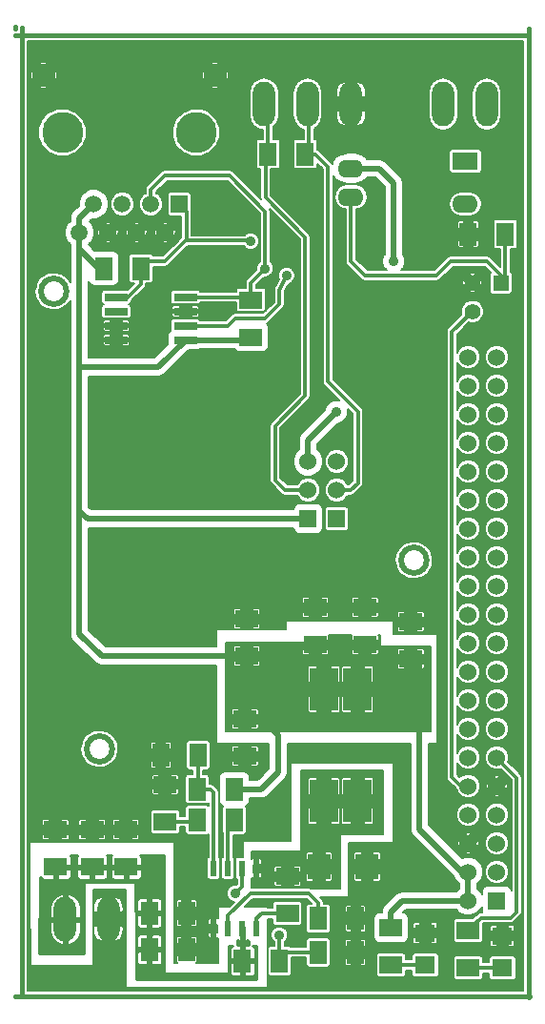
<source format=gtl>
G04 (created by PCBNEW (2013-07-07 BZR 4022)-stable) date 12/06/2018 18:13:56*
%MOIN*%
G04 Gerber Fmt 3.4, Leading zero omitted, Abs format*
%FSLAX34Y34*%
G01*
G70*
G90*
G04 APERTURE LIST*
%ADD10C,0.00590551*%
%ADD11C,0.018937*%
%ADD12C,0.015*%
%ADD13R,0.08X0.06*%
%ADD14R,0.0709X0.0629*%
%ADD15R,0.0984X0.1516*%
%ADD16R,0.0236X0.0551*%
%ADD17R,0.06X0.08*%
%ADD18R,0.0787X0.0906*%
%ADD19R,0.08X0.026*%
%ADD20C,0.1437*%
%ADD21R,0.0591X0.0591*%
%ADD22C,0.0591*%
%ADD23C,0.0787402*%
%ADD24R,0.06X0.06*%
%ADD25C,0.06*%
%ADD26O,0.078X0.156*%
%ADD27R,0.09X0.062*%
%ADD28O,0.09X0.062*%
%ADD29R,0.055X0.055*%
%ADD30C,0.055*%
%ADD31C,0.035*%
%ADD32C,0.02*%
%ADD33C,0.011811*%
%ADD34C,0.005*%
%ADD35C,0.01*%
G04 APERTURE END LIST*
G54D10*
G54D11*
X15047Y-19800D02*
G75*
G03X15047Y-19800I-447J0D01*
G74*
G01*
X16647Y-35800D02*
G75*
G03X16647Y-35800I-447J0D01*
G74*
G01*
X27647Y-29200D02*
G75*
G03X27647Y-29200I-447J0D01*
G74*
G01*
G54D12*
X13250Y-10600D02*
X13250Y-10550D01*
X31200Y-10850D02*
X13250Y-10850D01*
X13250Y-44450D02*
X31250Y-44450D01*
X31212Y-10629D02*
X31212Y-44488D01*
X13492Y-44438D02*
X13492Y-10579D01*
G54D13*
X21500Y-21400D03*
X21500Y-20100D03*
X29100Y-42150D03*
X29100Y-43450D03*
G54D14*
X30300Y-43459D03*
X30300Y-42341D03*
G54D15*
X24054Y-37628D03*
X25236Y-37628D03*
X25236Y-33710D03*
X24054Y-33710D03*
G54D16*
X21694Y-42073D03*
X21694Y-39973D03*
X21194Y-42073D03*
X20694Y-42073D03*
X20194Y-42073D03*
X21194Y-39973D03*
X20694Y-39973D03*
X20194Y-39973D03*
G54D17*
X20925Y-38287D03*
X19625Y-38287D03*
G54D13*
X18503Y-38346D03*
X18503Y-37046D03*
G54D17*
X23857Y-41732D03*
X25157Y-41732D03*
X19625Y-37204D03*
X20925Y-37204D03*
X19646Y-36023D03*
X18346Y-36023D03*
X21200Y-43208D03*
X22500Y-43208D03*
X23857Y-42913D03*
X25157Y-42913D03*
G54D13*
X23750Y-32150D03*
X23750Y-30850D03*
X21350Y-32550D03*
X21350Y-31250D03*
X27100Y-32650D03*
X27100Y-31350D03*
X25500Y-32150D03*
X25500Y-30850D03*
X17125Y-39921D03*
X17125Y-38621D03*
G54D17*
X17952Y-42814D03*
X19252Y-42814D03*
G54D13*
X15944Y-39921D03*
X15944Y-38621D03*
G54D17*
X17952Y-41535D03*
X19252Y-41535D03*
G54D13*
X14665Y-39921D03*
X14665Y-38621D03*
X21300Y-34750D03*
X21300Y-36050D03*
X22775Y-41550D03*
X22775Y-40250D03*
G54D18*
X25570Y-39921D03*
X23878Y-39921D03*
G54D14*
X27600Y-43359D03*
X27600Y-42241D03*
G54D13*
X26400Y-42050D03*
X26400Y-43350D03*
G54D17*
X30400Y-17800D03*
X29100Y-17800D03*
G54D19*
X19210Y-21500D03*
X19210Y-21000D03*
X19210Y-20500D03*
X19210Y-20000D03*
X16790Y-20000D03*
X16790Y-20500D03*
X16790Y-21000D03*
X16790Y-21500D03*
G54D17*
X23400Y-15000D03*
X22100Y-15000D03*
G54D20*
X14912Y-14250D03*
X19585Y-14250D03*
G54D21*
X19000Y-16750D03*
G54D22*
X18500Y-17750D03*
X18000Y-16750D03*
X17500Y-17750D03*
X17000Y-16750D03*
X16500Y-17750D03*
X16000Y-16750D03*
X15500Y-17750D03*
G54D23*
X20250Y-12250D03*
X14250Y-12250D03*
G54D17*
X16350Y-19000D03*
X17650Y-19000D03*
G54D24*
X30100Y-41100D03*
G54D25*
X29100Y-41100D03*
X30100Y-36100D03*
X29100Y-40100D03*
X30100Y-35100D03*
X29100Y-39100D03*
X30100Y-34100D03*
X29100Y-38100D03*
X30100Y-33100D03*
X29100Y-37100D03*
X30100Y-32100D03*
X29100Y-36100D03*
X30100Y-31100D03*
X29100Y-35100D03*
X30100Y-30100D03*
X29100Y-34100D03*
X30100Y-29100D03*
X29100Y-33100D03*
X30100Y-28100D03*
X29100Y-32100D03*
X30100Y-27100D03*
X29100Y-31100D03*
X30100Y-26100D03*
X29100Y-30100D03*
X29100Y-29100D03*
X30100Y-25100D03*
X29100Y-28100D03*
X29100Y-26100D03*
X29100Y-25100D03*
X29100Y-24100D03*
X29100Y-23100D03*
X30100Y-24100D03*
X30100Y-23100D03*
X30100Y-40100D03*
X30100Y-39100D03*
X30100Y-38100D03*
X30100Y-37100D03*
X30100Y-22100D03*
X29100Y-22100D03*
X29100Y-27100D03*
G54D26*
X25000Y-13250D03*
X23484Y-13250D03*
X21968Y-13250D03*
X29750Y-13250D03*
X28234Y-13250D03*
G54D24*
X24500Y-27750D03*
G54D25*
X24500Y-26750D03*
X24500Y-25750D03*
G54D24*
X23500Y-27750D03*
G54D25*
X23500Y-26750D03*
X23500Y-25750D03*
G54D27*
X29000Y-15250D03*
G54D28*
X29000Y-16750D03*
X25000Y-16500D03*
X25000Y-15500D03*
G54D26*
X15000Y-41750D03*
X16515Y-41750D03*
G54D29*
X30250Y-19500D03*
G54D30*
X29250Y-19500D03*
X29250Y-20500D03*
G54D31*
X22750Y-19250D03*
X24500Y-24000D03*
X26500Y-18750D03*
X22500Y-42300D03*
X20950Y-40850D03*
X22000Y-19000D03*
X21500Y-18050D03*
G54D32*
X16350Y-19000D02*
X16200Y-19000D01*
X16200Y-19000D02*
X15500Y-18300D01*
X15500Y-18300D02*
X15500Y-17750D01*
X15500Y-18300D02*
X15500Y-17750D01*
X15500Y-17750D02*
X15500Y-17250D01*
X15500Y-17250D02*
X16000Y-16750D01*
X29100Y-41100D02*
X26800Y-41100D01*
X26400Y-41500D02*
X26400Y-42050D01*
X26800Y-41100D02*
X26400Y-41500D01*
X29100Y-40100D02*
X28900Y-40100D01*
X27400Y-32950D02*
X27100Y-32650D01*
X27400Y-38600D02*
X27400Y-32950D01*
X28900Y-40100D02*
X27400Y-38600D01*
X29100Y-41100D02*
X29100Y-40100D01*
X19210Y-21500D02*
X21400Y-21500D01*
X21400Y-21500D02*
X21500Y-21400D01*
X20925Y-37204D02*
X21870Y-37204D01*
X21875Y-34750D02*
X21300Y-34750D01*
X22450Y-35325D02*
X21875Y-34750D01*
X22450Y-36625D02*
X22450Y-35325D01*
X21870Y-37204D02*
X22450Y-36625D01*
X23500Y-27750D02*
X15775Y-27750D01*
X15775Y-27750D02*
X15500Y-27475D01*
X15500Y-22050D02*
X15500Y-27475D01*
X15500Y-27475D02*
X15500Y-31775D01*
X16275Y-32550D02*
X21350Y-32550D01*
X15500Y-31775D02*
X16275Y-32550D01*
X15500Y-17250D02*
X15500Y-18300D01*
X15500Y-18300D02*
X15500Y-22050D01*
X15500Y-22050D02*
X15500Y-22425D01*
X18260Y-22450D02*
X18280Y-22430D01*
X18280Y-22430D02*
X19210Y-21500D01*
X15525Y-22450D02*
X18260Y-22450D01*
X15500Y-22425D02*
X15525Y-22450D01*
G54D33*
X19800Y-21000D02*
X20700Y-21000D01*
X20950Y-20750D02*
X21100Y-20750D01*
X20700Y-21000D02*
X20950Y-20750D01*
X19210Y-21000D02*
X19800Y-21000D01*
X21100Y-20750D02*
X22000Y-20750D01*
X22500Y-19750D02*
X22500Y-20100D01*
X22750Y-19250D02*
X22500Y-19750D01*
X22500Y-20100D02*
X22500Y-20250D01*
X22500Y-20250D02*
X22000Y-20750D01*
G54D32*
X23500Y-25000D02*
X23500Y-25750D01*
X24500Y-24000D02*
X23500Y-25000D01*
X26000Y-15500D02*
X25000Y-15500D01*
X26500Y-16000D02*
X26000Y-15500D01*
X26500Y-18750D02*
X26500Y-16000D01*
G54D33*
X30800Y-41400D02*
X30800Y-41500D01*
X29550Y-41700D02*
X29100Y-42150D01*
X30600Y-41700D02*
X29550Y-41700D01*
X30800Y-41500D02*
X30600Y-41700D01*
X30800Y-41400D02*
X30800Y-36800D01*
X30800Y-36800D02*
X30100Y-36100D01*
X26400Y-43350D02*
X27591Y-43350D01*
X27591Y-43350D02*
X27600Y-43359D01*
X22100Y-15000D02*
X22100Y-12831D01*
X22100Y-12831D02*
X22018Y-12750D01*
X22018Y-16250D02*
X22018Y-15081D01*
X22018Y-15081D02*
X22100Y-15000D01*
X22018Y-16250D02*
X22018Y-16518D01*
X23400Y-17900D02*
X23400Y-19400D01*
X22018Y-16518D02*
X23400Y-17900D01*
X23500Y-26750D02*
X22700Y-26750D01*
X23400Y-23450D02*
X23400Y-19400D01*
X22350Y-24500D02*
X23400Y-23450D01*
X22350Y-26400D02*
X22350Y-24500D01*
X22700Y-26750D02*
X22350Y-26400D01*
X24500Y-26750D02*
X25000Y-26750D01*
X25000Y-26750D02*
X25250Y-26500D01*
X25250Y-26500D02*
X25250Y-24000D01*
X25250Y-24000D02*
X24200Y-22950D01*
X23534Y-12750D02*
X23534Y-14865D01*
X23534Y-14865D02*
X23400Y-15000D01*
X23400Y-15000D02*
X23750Y-15000D01*
X23750Y-15000D02*
X24200Y-15450D01*
X24200Y-22950D02*
X24200Y-15450D01*
X25000Y-26750D02*
X25250Y-26500D01*
X29100Y-43450D02*
X30291Y-43450D01*
X30291Y-43450D02*
X30300Y-43459D01*
X25000Y-18750D02*
X25500Y-19250D01*
X25000Y-16500D02*
X25000Y-18750D01*
X30250Y-19250D02*
X30250Y-19500D01*
X29750Y-18750D02*
X30250Y-19250D01*
X28500Y-18750D02*
X29750Y-18750D01*
X28000Y-19250D02*
X28500Y-18750D01*
X25500Y-19250D02*
X28000Y-19250D01*
X30400Y-17800D02*
X30400Y-19350D01*
X30400Y-19350D02*
X30250Y-19500D01*
X20694Y-39973D02*
X20694Y-38518D01*
X20694Y-38518D02*
X20925Y-38287D01*
X21525Y-40850D02*
X23527Y-40850D01*
X23527Y-40850D02*
X23857Y-41180D01*
X23857Y-41180D02*
X23857Y-41732D01*
X20694Y-42073D02*
X20694Y-41630D01*
X21475Y-40850D02*
X21525Y-40850D01*
X20694Y-41630D02*
X21475Y-40850D01*
X23857Y-41180D02*
X23857Y-41732D01*
X21694Y-42073D02*
X21694Y-41730D01*
X21875Y-41550D02*
X22775Y-41550D01*
X21694Y-41730D02*
X21875Y-41550D01*
X19625Y-37204D02*
X20078Y-37204D01*
X20194Y-37320D02*
X20194Y-39973D01*
X20078Y-37204D02*
X20194Y-37320D01*
X19646Y-36023D02*
X19646Y-37184D01*
X19646Y-37184D02*
X19625Y-37204D01*
X18503Y-38346D02*
X19566Y-38346D01*
X19566Y-38346D02*
X19625Y-38287D01*
X22500Y-42300D02*
X22500Y-43208D01*
X22500Y-42300D02*
X22500Y-42300D01*
X21194Y-39973D02*
X21194Y-40605D01*
X21194Y-40605D02*
X20950Y-40850D01*
X23857Y-42913D02*
X22795Y-42913D01*
X22795Y-42913D02*
X22500Y-43208D01*
X18000Y-16750D02*
X18000Y-16250D01*
X18000Y-16250D02*
X18500Y-15750D01*
X18500Y-15750D02*
X20750Y-15750D01*
X22000Y-17000D02*
X22000Y-19000D01*
X20750Y-15750D02*
X22000Y-17000D01*
X21500Y-20100D02*
X21500Y-19500D01*
X21500Y-19500D02*
X22000Y-19000D01*
X19210Y-20000D02*
X21400Y-20000D01*
X21400Y-20000D02*
X21500Y-20100D01*
X19000Y-16750D02*
X19250Y-17000D01*
X19250Y-17000D02*
X19250Y-17500D01*
X19225Y-18025D02*
X21475Y-18025D01*
X21475Y-18025D02*
X21500Y-18050D01*
X16790Y-20000D02*
X17200Y-20000D01*
X17650Y-19550D02*
X17650Y-18750D01*
X17200Y-20000D02*
X17650Y-19550D01*
X17650Y-18750D02*
X18500Y-18750D01*
X18500Y-18750D02*
X19225Y-18025D01*
X19225Y-18025D02*
X19250Y-18000D01*
X19250Y-18000D02*
X19250Y-17500D01*
X29100Y-37100D02*
X28850Y-37100D01*
X28525Y-36775D02*
X28525Y-21225D01*
X28850Y-37100D02*
X28525Y-36775D01*
X28525Y-21225D02*
X29250Y-20500D01*
X28525Y-21225D02*
X29250Y-20500D01*
X24054Y-37628D02*
X25236Y-37628D01*
X22611Y-40086D02*
X22775Y-40250D01*
G54D32*
X23662Y-40137D02*
X23878Y-39921D01*
G54D10*
G36*
X31012Y-44250D02*
X30984Y-44250D01*
X30984Y-41500D01*
X30984Y-41400D01*
X30984Y-36800D01*
X30984Y-36799D01*
X30970Y-36729D01*
X30930Y-36669D01*
X30930Y-36669D01*
X30825Y-36564D01*
X30825Y-18175D01*
X30825Y-17375D01*
X30806Y-17329D01*
X30770Y-17294D01*
X30724Y-17275D01*
X30675Y-17274D01*
X30265Y-17274D01*
X30265Y-13657D01*
X30265Y-12842D01*
X30225Y-12645D01*
X30114Y-12478D01*
X29947Y-12366D01*
X29750Y-12327D01*
X29552Y-12366D01*
X29385Y-12478D01*
X29274Y-12645D01*
X29235Y-12842D01*
X29235Y-13657D01*
X29274Y-13854D01*
X29385Y-14021D01*
X29552Y-14133D01*
X29750Y-14172D01*
X29947Y-14133D01*
X30114Y-14021D01*
X30225Y-13854D01*
X30265Y-13657D01*
X30265Y-17274D01*
X30075Y-17274D01*
X30029Y-17293D01*
X29994Y-17329D01*
X29975Y-17375D01*
X29974Y-17424D01*
X29974Y-18224D01*
X29993Y-18270D01*
X30029Y-18305D01*
X30075Y-18324D01*
X30124Y-18325D01*
X30215Y-18325D01*
X30215Y-18955D01*
X29880Y-18619D01*
X29820Y-18579D01*
X29750Y-18565D01*
X29586Y-18565D01*
X29586Y-16750D01*
X29575Y-16693D01*
X29575Y-15535D01*
X29575Y-14915D01*
X29556Y-14869D01*
X29520Y-14834D01*
X29474Y-14815D01*
X29425Y-14814D01*
X28749Y-14814D01*
X28749Y-13657D01*
X28749Y-12842D01*
X28710Y-12645D01*
X28598Y-12478D01*
X28431Y-12366D01*
X28234Y-12327D01*
X28037Y-12366D01*
X27870Y-12478D01*
X27758Y-12645D01*
X27719Y-12842D01*
X27719Y-13657D01*
X27758Y-13854D01*
X27870Y-14021D01*
X28037Y-14133D01*
X28234Y-14172D01*
X28431Y-14133D01*
X28598Y-14021D01*
X28710Y-13854D01*
X28749Y-13657D01*
X28749Y-14814D01*
X28525Y-14814D01*
X28479Y-14833D01*
X28444Y-14869D01*
X28425Y-14915D01*
X28424Y-14964D01*
X28424Y-15584D01*
X28443Y-15630D01*
X28479Y-15665D01*
X28525Y-15684D01*
X28574Y-15685D01*
X29474Y-15685D01*
X29520Y-15666D01*
X29555Y-15630D01*
X29574Y-15584D01*
X29575Y-15535D01*
X29575Y-16693D01*
X29553Y-16583D01*
X29458Y-16442D01*
X29317Y-16348D01*
X29151Y-16315D01*
X28848Y-16315D01*
X28682Y-16348D01*
X28541Y-16442D01*
X28446Y-16583D01*
X28413Y-16750D01*
X28446Y-16916D01*
X28541Y-17057D01*
X28682Y-17151D01*
X28848Y-17185D01*
X29151Y-17185D01*
X29317Y-17151D01*
X29458Y-17057D01*
X29553Y-16916D01*
X29586Y-16750D01*
X29586Y-18565D01*
X29475Y-18565D01*
X29475Y-18185D01*
X29475Y-17414D01*
X29474Y-17385D01*
X29463Y-17357D01*
X29442Y-17336D01*
X29414Y-17324D01*
X29268Y-17325D01*
X29250Y-17343D01*
X29250Y-17600D01*
X29456Y-17600D01*
X29475Y-17581D01*
X29475Y-17414D01*
X29475Y-18185D01*
X29475Y-18018D01*
X29456Y-18000D01*
X29250Y-18000D01*
X29250Y-18256D01*
X29268Y-18275D01*
X29414Y-18275D01*
X29442Y-18263D01*
X29463Y-18242D01*
X29474Y-18214D01*
X29475Y-18185D01*
X29475Y-18565D01*
X28950Y-18565D01*
X28950Y-18256D01*
X28950Y-18000D01*
X28950Y-17600D01*
X28950Y-17343D01*
X28931Y-17325D01*
X28785Y-17324D01*
X28757Y-17336D01*
X28736Y-17357D01*
X28725Y-17385D01*
X28724Y-17414D01*
X28725Y-17581D01*
X28743Y-17600D01*
X28950Y-17600D01*
X28950Y-18000D01*
X28743Y-18000D01*
X28725Y-18018D01*
X28724Y-18185D01*
X28725Y-18214D01*
X28736Y-18242D01*
X28757Y-18263D01*
X28785Y-18275D01*
X28931Y-18275D01*
X28950Y-18256D01*
X28950Y-18565D01*
X28500Y-18565D01*
X28429Y-18579D01*
X28369Y-18619D01*
X27923Y-19065D01*
X26749Y-19065D01*
X26838Y-18976D01*
X26899Y-18829D01*
X26900Y-18670D01*
X26839Y-18523D01*
X26825Y-18509D01*
X26825Y-16000D01*
X26800Y-15875D01*
X26800Y-15875D01*
X26772Y-15833D01*
X26729Y-15770D01*
X26729Y-15770D01*
X26229Y-15270D01*
X26124Y-15199D01*
X26000Y-15175D01*
X25567Y-15175D01*
X25531Y-15121D01*
X25522Y-15115D01*
X25522Y-13555D01*
X25522Y-12944D01*
X25515Y-12737D01*
X25429Y-12549D01*
X25258Y-12473D01*
X25195Y-12458D01*
X25195Y-13025D01*
X25484Y-13025D01*
X25522Y-12944D01*
X25522Y-13555D01*
X25484Y-13475D01*
X25195Y-13475D01*
X25195Y-14041D01*
X25258Y-14026D01*
X25429Y-13950D01*
X25515Y-13762D01*
X25522Y-13555D01*
X25522Y-15115D01*
X25357Y-15005D01*
X25153Y-14965D01*
X24846Y-14965D01*
X24805Y-14973D01*
X24805Y-14041D01*
X24805Y-13475D01*
X24805Y-13025D01*
X24805Y-12458D01*
X24741Y-12473D01*
X24570Y-12549D01*
X24484Y-12737D01*
X24477Y-12944D01*
X24515Y-13025D01*
X24805Y-13025D01*
X24805Y-13475D01*
X24515Y-13475D01*
X24477Y-13555D01*
X24484Y-13762D01*
X24570Y-13950D01*
X24741Y-14026D01*
X24805Y-14041D01*
X24805Y-14973D01*
X24642Y-15005D01*
X24468Y-15121D01*
X24352Y-15295D01*
X24343Y-15339D01*
X24330Y-15319D01*
X23880Y-14869D01*
X23825Y-14833D01*
X23825Y-14833D01*
X23825Y-14575D01*
X23806Y-14529D01*
X23770Y-14494D01*
X23724Y-14475D01*
X23718Y-14475D01*
X23718Y-14108D01*
X23848Y-14021D01*
X23960Y-13854D01*
X23999Y-13657D01*
X23999Y-12842D01*
X23960Y-12645D01*
X23848Y-12478D01*
X23681Y-12366D01*
X23484Y-12327D01*
X23287Y-12366D01*
X23120Y-12478D01*
X23008Y-12645D01*
X22969Y-12842D01*
X22969Y-13657D01*
X23008Y-13854D01*
X23120Y-14021D01*
X23287Y-14133D01*
X23350Y-14146D01*
X23350Y-14474D01*
X23075Y-14474D01*
X23029Y-14493D01*
X22994Y-14529D01*
X22975Y-14575D01*
X22974Y-14624D01*
X22974Y-15424D01*
X22993Y-15470D01*
X23029Y-15505D01*
X23075Y-15524D01*
X23124Y-15525D01*
X23724Y-15525D01*
X23770Y-15506D01*
X23805Y-15470D01*
X23824Y-15424D01*
X23825Y-15375D01*
X23825Y-15335D01*
X24015Y-15526D01*
X24015Y-22950D01*
X24029Y-23020D01*
X24069Y-23080D01*
X24596Y-23607D01*
X24579Y-23600D01*
X24420Y-23599D01*
X24273Y-23660D01*
X24161Y-23773D01*
X24100Y-23920D01*
X24100Y-23940D01*
X23270Y-24770D01*
X23199Y-24875D01*
X23175Y-25000D01*
X23175Y-25332D01*
X23055Y-25452D01*
X22975Y-25645D01*
X22974Y-25853D01*
X23054Y-26047D01*
X23202Y-26194D01*
X23395Y-26274D01*
X23603Y-26275D01*
X23797Y-26195D01*
X23944Y-26047D01*
X24024Y-25854D01*
X24025Y-25646D01*
X23945Y-25453D01*
X23825Y-25332D01*
X23825Y-25134D01*
X24559Y-24400D01*
X24579Y-24400D01*
X24726Y-24339D01*
X24838Y-24226D01*
X24899Y-24079D01*
X24900Y-23920D01*
X24892Y-23903D01*
X25065Y-24076D01*
X25065Y-26423D01*
X24925Y-26564D01*
X24925Y-25665D01*
X24860Y-25509D01*
X24741Y-25389D01*
X24584Y-25325D01*
X24415Y-25324D01*
X24259Y-25389D01*
X24139Y-25508D01*
X24075Y-25665D01*
X24074Y-25834D01*
X24139Y-25990D01*
X24258Y-26110D01*
X24415Y-26174D01*
X24584Y-26175D01*
X24740Y-26110D01*
X24860Y-25991D01*
X24924Y-25834D01*
X24925Y-25665D01*
X24925Y-26564D01*
X24923Y-26565D01*
X24883Y-26565D01*
X24860Y-26509D01*
X24741Y-26389D01*
X24584Y-26325D01*
X24415Y-26324D01*
X24259Y-26389D01*
X24139Y-26508D01*
X24075Y-26665D01*
X24074Y-26834D01*
X24139Y-26990D01*
X24258Y-27110D01*
X24415Y-27174D01*
X24584Y-27175D01*
X24740Y-27110D01*
X24860Y-26991D01*
X24883Y-26934D01*
X25000Y-26934D01*
X25000Y-26934D01*
X25070Y-26920D01*
X25070Y-26920D01*
X25130Y-26880D01*
X25380Y-26630D01*
X25380Y-26630D01*
X25420Y-26570D01*
X25434Y-26500D01*
X25434Y-26500D01*
X25434Y-24000D01*
X25420Y-23929D01*
X25380Y-23869D01*
X25380Y-23869D01*
X24384Y-22873D01*
X24384Y-15751D01*
X24468Y-15878D01*
X24642Y-15994D01*
X24846Y-16035D01*
X25153Y-16035D01*
X25357Y-15994D01*
X25531Y-15878D01*
X25567Y-15825D01*
X25865Y-15825D01*
X26175Y-16134D01*
X26175Y-18509D01*
X26161Y-18523D01*
X26100Y-18670D01*
X26099Y-18829D01*
X26160Y-18976D01*
X26250Y-19065D01*
X25576Y-19065D01*
X25184Y-18673D01*
X25184Y-16928D01*
X25317Y-16901D01*
X25458Y-16807D01*
X25553Y-16666D01*
X25586Y-16500D01*
X25553Y-16333D01*
X25458Y-16192D01*
X25317Y-16098D01*
X25151Y-16065D01*
X24848Y-16065D01*
X24682Y-16098D01*
X24541Y-16192D01*
X24446Y-16333D01*
X24413Y-16500D01*
X24446Y-16666D01*
X24541Y-16807D01*
X24682Y-16901D01*
X24815Y-16928D01*
X24815Y-18750D01*
X24829Y-18820D01*
X24869Y-18880D01*
X25369Y-19380D01*
X25369Y-19380D01*
X25429Y-19420D01*
X25500Y-19434D01*
X28000Y-19434D01*
X28000Y-19434D01*
X28070Y-19420D01*
X28070Y-19420D01*
X28130Y-19380D01*
X28576Y-18934D01*
X29673Y-18934D01*
X29881Y-19141D01*
X29869Y-19154D01*
X29850Y-19200D01*
X29849Y-19249D01*
X29849Y-19799D01*
X29868Y-19845D01*
X29904Y-19880D01*
X29950Y-19899D01*
X29999Y-19900D01*
X30549Y-19900D01*
X30595Y-19881D01*
X30630Y-19845D01*
X30649Y-19799D01*
X30650Y-19750D01*
X30650Y-19200D01*
X30631Y-19154D01*
X30595Y-19119D01*
X30584Y-19114D01*
X30584Y-18325D01*
X30724Y-18325D01*
X30770Y-18306D01*
X30805Y-18270D01*
X30824Y-18224D01*
X30825Y-18175D01*
X30825Y-36564D01*
X30501Y-36241D01*
X30524Y-36184D01*
X30525Y-36015D01*
X30525Y-35015D01*
X30525Y-34015D01*
X30525Y-33015D01*
X30525Y-32015D01*
X30525Y-31015D01*
X30525Y-30015D01*
X30525Y-29015D01*
X30525Y-28015D01*
X30525Y-27015D01*
X30525Y-26015D01*
X30525Y-25015D01*
X30525Y-24015D01*
X30525Y-23015D01*
X30525Y-22015D01*
X30460Y-21859D01*
X30341Y-21739D01*
X30184Y-21675D01*
X30015Y-21674D01*
X29859Y-21739D01*
X29739Y-21858D01*
X29675Y-22015D01*
X29674Y-22184D01*
X29739Y-22340D01*
X29858Y-22460D01*
X30015Y-22524D01*
X30184Y-22525D01*
X30340Y-22460D01*
X30460Y-22341D01*
X30524Y-22184D01*
X30525Y-22015D01*
X30525Y-23015D01*
X30460Y-22859D01*
X30341Y-22739D01*
X30184Y-22675D01*
X30015Y-22674D01*
X29859Y-22739D01*
X29739Y-22858D01*
X29675Y-23015D01*
X29674Y-23184D01*
X29739Y-23340D01*
X29858Y-23460D01*
X30015Y-23524D01*
X30184Y-23525D01*
X30340Y-23460D01*
X30460Y-23341D01*
X30524Y-23184D01*
X30525Y-23015D01*
X30525Y-24015D01*
X30460Y-23859D01*
X30341Y-23739D01*
X30184Y-23675D01*
X30015Y-23674D01*
X29859Y-23739D01*
X29739Y-23858D01*
X29675Y-24015D01*
X29674Y-24184D01*
X29739Y-24340D01*
X29858Y-24460D01*
X30015Y-24524D01*
X30184Y-24525D01*
X30340Y-24460D01*
X30460Y-24341D01*
X30524Y-24184D01*
X30525Y-24015D01*
X30525Y-25015D01*
X30460Y-24859D01*
X30341Y-24739D01*
X30184Y-24675D01*
X30015Y-24674D01*
X29859Y-24739D01*
X29739Y-24858D01*
X29675Y-25015D01*
X29674Y-25184D01*
X29739Y-25340D01*
X29858Y-25460D01*
X30015Y-25524D01*
X30184Y-25525D01*
X30340Y-25460D01*
X30460Y-25341D01*
X30524Y-25184D01*
X30525Y-25015D01*
X30525Y-26015D01*
X30460Y-25859D01*
X30341Y-25739D01*
X30184Y-25675D01*
X30015Y-25674D01*
X29859Y-25739D01*
X29739Y-25858D01*
X29675Y-26015D01*
X29674Y-26184D01*
X29739Y-26340D01*
X29858Y-26460D01*
X30015Y-26524D01*
X30184Y-26525D01*
X30340Y-26460D01*
X30460Y-26341D01*
X30524Y-26184D01*
X30525Y-26015D01*
X30525Y-27015D01*
X30460Y-26859D01*
X30341Y-26739D01*
X30184Y-26675D01*
X30015Y-26674D01*
X29859Y-26739D01*
X29739Y-26858D01*
X29675Y-27015D01*
X29674Y-27184D01*
X29739Y-27340D01*
X29858Y-27460D01*
X30015Y-27524D01*
X30184Y-27525D01*
X30340Y-27460D01*
X30460Y-27341D01*
X30524Y-27184D01*
X30525Y-27015D01*
X30525Y-28015D01*
X30460Y-27859D01*
X30341Y-27739D01*
X30184Y-27675D01*
X30015Y-27674D01*
X29859Y-27739D01*
X29739Y-27858D01*
X29675Y-28015D01*
X29674Y-28184D01*
X29739Y-28340D01*
X29858Y-28460D01*
X30015Y-28524D01*
X30184Y-28525D01*
X30340Y-28460D01*
X30460Y-28341D01*
X30524Y-28184D01*
X30525Y-28015D01*
X30525Y-29015D01*
X30460Y-28859D01*
X30341Y-28739D01*
X30184Y-28675D01*
X30015Y-28674D01*
X29859Y-28739D01*
X29739Y-28858D01*
X29675Y-29015D01*
X29674Y-29184D01*
X29739Y-29340D01*
X29858Y-29460D01*
X30015Y-29524D01*
X30184Y-29525D01*
X30340Y-29460D01*
X30460Y-29341D01*
X30524Y-29184D01*
X30525Y-29015D01*
X30525Y-30015D01*
X30460Y-29859D01*
X30341Y-29739D01*
X30184Y-29675D01*
X30015Y-29674D01*
X29859Y-29739D01*
X29739Y-29858D01*
X29675Y-30015D01*
X29674Y-30184D01*
X29739Y-30340D01*
X29858Y-30460D01*
X30015Y-30524D01*
X30184Y-30525D01*
X30340Y-30460D01*
X30460Y-30341D01*
X30524Y-30184D01*
X30525Y-30015D01*
X30525Y-31015D01*
X30460Y-30859D01*
X30341Y-30739D01*
X30184Y-30675D01*
X30015Y-30674D01*
X29859Y-30739D01*
X29739Y-30858D01*
X29675Y-31015D01*
X29674Y-31184D01*
X29739Y-31340D01*
X29858Y-31460D01*
X30015Y-31524D01*
X30184Y-31525D01*
X30340Y-31460D01*
X30460Y-31341D01*
X30524Y-31184D01*
X30525Y-31015D01*
X30525Y-32015D01*
X30460Y-31859D01*
X30341Y-31739D01*
X30184Y-31675D01*
X30015Y-31674D01*
X29859Y-31739D01*
X29739Y-31858D01*
X29675Y-32015D01*
X29674Y-32184D01*
X29739Y-32340D01*
X29858Y-32460D01*
X30015Y-32524D01*
X30184Y-32525D01*
X30340Y-32460D01*
X30460Y-32341D01*
X30524Y-32184D01*
X30525Y-32015D01*
X30525Y-33015D01*
X30460Y-32859D01*
X30341Y-32739D01*
X30184Y-32675D01*
X30015Y-32674D01*
X29859Y-32739D01*
X29739Y-32858D01*
X29675Y-33015D01*
X29674Y-33184D01*
X29739Y-33340D01*
X29858Y-33460D01*
X30015Y-33524D01*
X30184Y-33525D01*
X30340Y-33460D01*
X30460Y-33341D01*
X30524Y-33184D01*
X30525Y-33015D01*
X30525Y-34015D01*
X30460Y-33859D01*
X30341Y-33739D01*
X30184Y-33675D01*
X30015Y-33674D01*
X29859Y-33739D01*
X29739Y-33858D01*
X29675Y-34015D01*
X29674Y-34184D01*
X29739Y-34340D01*
X29858Y-34460D01*
X30015Y-34524D01*
X30184Y-34525D01*
X30340Y-34460D01*
X30460Y-34341D01*
X30524Y-34184D01*
X30525Y-34015D01*
X30525Y-35015D01*
X30460Y-34859D01*
X30341Y-34739D01*
X30184Y-34675D01*
X30015Y-34674D01*
X29859Y-34739D01*
X29739Y-34858D01*
X29675Y-35015D01*
X29674Y-35184D01*
X29739Y-35340D01*
X29858Y-35460D01*
X30015Y-35524D01*
X30184Y-35525D01*
X30340Y-35460D01*
X30460Y-35341D01*
X30524Y-35184D01*
X30525Y-35015D01*
X30525Y-36015D01*
X30460Y-35859D01*
X30341Y-35739D01*
X30184Y-35675D01*
X30015Y-35674D01*
X29859Y-35739D01*
X29739Y-35858D01*
X29675Y-36015D01*
X29674Y-36184D01*
X29739Y-36340D01*
X29858Y-36460D01*
X30015Y-36524D01*
X30184Y-36525D01*
X30241Y-36501D01*
X30615Y-36876D01*
X30615Y-40733D01*
X30590Y-40672D01*
X30527Y-40609D01*
X30525Y-40608D01*
X30525Y-40015D01*
X30525Y-39015D01*
X30525Y-38015D01*
X30476Y-37899D01*
X30476Y-37036D01*
X30472Y-37014D01*
X30440Y-36971D01*
X30312Y-37100D01*
X30440Y-37228D01*
X30472Y-37185D01*
X30476Y-37036D01*
X30476Y-37899D01*
X30460Y-37859D01*
X30341Y-37739D01*
X30228Y-37693D01*
X30228Y-37440D01*
X30228Y-36759D01*
X30185Y-36727D01*
X30036Y-36723D01*
X30014Y-36727D01*
X29971Y-36759D01*
X30100Y-36887D01*
X30228Y-36759D01*
X30228Y-37440D01*
X30100Y-37312D01*
X29971Y-37440D01*
X30014Y-37472D01*
X30163Y-37476D01*
X30185Y-37472D01*
X30228Y-37440D01*
X30228Y-37693D01*
X30184Y-37675D01*
X30015Y-37674D01*
X29887Y-37727D01*
X29887Y-37100D01*
X29759Y-36971D01*
X29727Y-37014D01*
X29723Y-37163D01*
X29727Y-37185D01*
X29759Y-37228D01*
X29887Y-37100D01*
X29887Y-37727D01*
X29859Y-37739D01*
X29739Y-37858D01*
X29675Y-38015D01*
X29674Y-38184D01*
X29739Y-38340D01*
X29858Y-38460D01*
X30015Y-38524D01*
X30184Y-38525D01*
X30340Y-38460D01*
X30460Y-38341D01*
X30524Y-38184D01*
X30525Y-38015D01*
X30525Y-39015D01*
X30460Y-38859D01*
X30341Y-38739D01*
X30184Y-38675D01*
X30015Y-38674D01*
X29859Y-38739D01*
X29739Y-38858D01*
X29675Y-39015D01*
X29674Y-39184D01*
X29739Y-39340D01*
X29858Y-39460D01*
X30015Y-39524D01*
X30184Y-39525D01*
X30340Y-39460D01*
X30460Y-39341D01*
X30524Y-39184D01*
X30525Y-39015D01*
X30525Y-40015D01*
X30460Y-39859D01*
X30341Y-39739D01*
X30184Y-39675D01*
X30015Y-39674D01*
X29859Y-39739D01*
X29739Y-39858D01*
X29675Y-40015D01*
X29674Y-40184D01*
X29739Y-40340D01*
X29858Y-40460D01*
X30015Y-40524D01*
X30184Y-40525D01*
X30340Y-40460D01*
X30460Y-40341D01*
X30524Y-40184D01*
X30525Y-40015D01*
X30525Y-40608D01*
X30444Y-40575D01*
X30355Y-40574D01*
X29755Y-40574D01*
X29672Y-40609D01*
X29650Y-40631D01*
X29650Y-20420D01*
X29602Y-20305D01*
X29602Y-19443D01*
X29597Y-19417D01*
X29565Y-19378D01*
X29444Y-19500D01*
X29565Y-19621D01*
X29597Y-19582D01*
X29602Y-19443D01*
X29602Y-20305D01*
X29589Y-20273D01*
X29476Y-20161D01*
X29371Y-20117D01*
X29371Y-19815D01*
X29371Y-19184D01*
X29332Y-19152D01*
X29193Y-19147D01*
X29167Y-19152D01*
X29128Y-19184D01*
X29250Y-19305D01*
X29371Y-19184D01*
X29371Y-19815D01*
X29250Y-19694D01*
X29128Y-19815D01*
X29167Y-19847D01*
X29306Y-19852D01*
X29332Y-19847D01*
X29371Y-19815D01*
X29371Y-20117D01*
X29329Y-20100D01*
X29170Y-20099D01*
X29055Y-20147D01*
X29055Y-19500D01*
X28934Y-19378D01*
X28902Y-19417D01*
X28897Y-19556D01*
X28902Y-19582D01*
X28934Y-19621D01*
X29055Y-19500D01*
X29055Y-20147D01*
X29023Y-20160D01*
X28911Y-20273D01*
X28850Y-20420D01*
X28849Y-20579D01*
X28867Y-20622D01*
X28394Y-21094D01*
X28354Y-21154D01*
X28340Y-21225D01*
X28340Y-36775D01*
X28354Y-36845D01*
X28394Y-36905D01*
X28675Y-37185D01*
X28739Y-37340D01*
X28858Y-37460D01*
X29015Y-37524D01*
X29184Y-37525D01*
X29340Y-37460D01*
X29460Y-37341D01*
X29524Y-37184D01*
X29525Y-37015D01*
X29460Y-36859D01*
X29341Y-36739D01*
X29184Y-36675D01*
X29015Y-36674D01*
X28859Y-36739D01*
X28804Y-36794D01*
X28709Y-36698D01*
X28709Y-36266D01*
X28739Y-36340D01*
X28858Y-36460D01*
X29015Y-36524D01*
X29184Y-36525D01*
X29340Y-36460D01*
X29460Y-36341D01*
X29524Y-36184D01*
X29525Y-36015D01*
X29460Y-35859D01*
X29341Y-35739D01*
X29184Y-35675D01*
X29015Y-35674D01*
X28859Y-35739D01*
X28739Y-35858D01*
X28709Y-35933D01*
X28709Y-35266D01*
X28739Y-35340D01*
X28858Y-35460D01*
X29015Y-35524D01*
X29184Y-35525D01*
X29340Y-35460D01*
X29460Y-35341D01*
X29524Y-35184D01*
X29525Y-35015D01*
X29460Y-34859D01*
X29341Y-34739D01*
X29184Y-34675D01*
X29015Y-34674D01*
X28859Y-34739D01*
X28739Y-34858D01*
X28709Y-34933D01*
X28709Y-34266D01*
X28739Y-34340D01*
X28858Y-34460D01*
X29015Y-34524D01*
X29184Y-34525D01*
X29340Y-34460D01*
X29460Y-34341D01*
X29524Y-34184D01*
X29525Y-34015D01*
X29460Y-33859D01*
X29341Y-33739D01*
X29184Y-33675D01*
X29015Y-33674D01*
X28859Y-33739D01*
X28739Y-33858D01*
X28709Y-33933D01*
X28709Y-33266D01*
X28739Y-33340D01*
X28858Y-33460D01*
X29015Y-33524D01*
X29184Y-33525D01*
X29340Y-33460D01*
X29460Y-33341D01*
X29524Y-33184D01*
X29525Y-33015D01*
X29460Y-32859D01*
X29341Y-32739D01*
X29184Y-32675D01*
X29015Y-32674D01*
X28859Y-32739D01*
X28739Y-32858D01*
X28709Y-32933D01*
X28709Y-32266D01*
X28739Y-32340D01*
X28858Y-32460D01*
X29015Y-32524D01*
X29184Y-32525D01*
X29340Y-32460D01*
X29460Y-32341D01*
X29524Y-32184D01*
X29525Y-32015D01*
X29460Y-31859D01*
X29341Y-31739D01*
X29184Y-31675D01*
X29015Y-31674D01*
X28859Y-31739D01*
X28739Y-31858D01*
X28709Y-31933D01*
X28709Y-31266D01*
X28739Y-31340D01*
X28858Y-31460D01*
X29015Y-31524D01*
X29184Y-31525D01*
X29340Y-31460D01*
X29460Y-31341D01*
X29524Y-31184D01*
X29525Y-31015D01*
X29460Y-30859D01*
X29341Y-30739D01*
X29184Y-30675D01*
X29015Y-30674D01*
X28859Y-30739D01*
X28739Y-30858D01*
X28709Y-30933D01*
X28709Y-30266D01*
X28739Y-30340D01*
X28858Y-30460D01*
X29015Y-30524D01*
X29184Y-30525D01*
X29340Y-30460D01*
X29460Y-30341D01*
X29524Y-30184D01*
X29525Y-30015D01*
X29460Y-29859D01*
X29341Y-29739D01*
X29184Y-29675D01*
X29015Y-29674D01*
X28859Y-29739D01*
X28739Y-29858D01*
X28709Y-29933D01*
X28709Y-29266D01*
X28739Y-29340D01*
X28858Y-29460D01*
X29015Y-29524D01*
X29184Y-29525D01*
X29340Y-29460D01*
X29460Y-29341D01*
X29524Y-29184D01*
X29525Y-29015D01*
X29460Y-28859D01*
X29341Y-28739D01*
X29184Y-28675D01*
X29015Y-28674D01*
X28859Y-28739D01*
X28739Y-28858D01*
X28709Y-28933D01*
X28709Y-28266D01*
X28739Y-28340D01*
X28858Y-28460D01*
X29015Y-28524D01*
X29184Y-28525D01*
X29340Y-28460D01*
X29460Y-28341D01*
X29524Y-28184D01*
X29525Y-28015D01*
X29460Y-27859D01*
X29341Y-27739D01*
X29184Y-27675D01*
X29015Y-27674D01*
X28859Y-27739D01*
X28739Y-27858D01*
X28709Y-27933D01*
X28709Y-27266D01*
X28739Y-27340D01*
X28858Y-27460D01*
X29015Y-27524D01*
X29184Y-27525D01*
X29340Y-27460D01*
X29460Y-27341D01*
X29524Y-27184D01*
X29525Y-27015D01*
X29460Y-26859D01*
X29341Y-26739D01*
X29184Y-26675D01*
X29015Y-26674D01*
X28859Y-26739D01*
X28739Y-26858D01*
X28709Y-26933D01*
X28709Y-26266D01*
X28739Y-26340D01*
X28858Y-26460D01*
X29015Y-26524D01*
X29184Y-26525D01*
X29340Y-26460D01*
X29460Y-26341D01*
X29524Y-26184D01*
X29525Y-26015D01*
X29460Y-25859D01*
X29341Y-25739D01*
X29184Y-25675D01*
X29015Y-25674D01*
X28859Y-25739D01*
X28739Y-25858D01*
X28709Y-25933D01*
X28709Y-25266D01*
X28739Y-25340D01*
X28858Y-25460D01*
X29015Y-25524D01*
X29184Y-25525D01*
X29340Y-25460D01*
X29460Y-25341D01*
X29524Y-25184D01*
X29525Y-25015D01*
X29460Y-24859D01*
X29341Y-24739D01*
X29184Y-24675D01*
X29015Y-24674D01*
X28859Y-24739D01*
X28739Y-24858D01*
X28709Y-24933D01*
X28709Y-24266D01*
X28739Y-24340D01*
X28858Y-24460D01*
X29015Y-24524D01*
X29184Y-24525D01*
X29340Y-24460D01*
X29460Y-24341D01*
X29524Y-24184D01*
X29525Y-24015D01*
X29460Y-23859D01*
X29341Y-23739D01*
X29184Y-23675D01*
X29015Y-23674D01*
X28859Y-23739D01*
X28739Y-23858D01*
X28709Y-23933D01*
X28709Y-23266D01*
X28739Y-23340D01*
X28858Y-23460D01*
X29015Y-23524D01*
X29184Y-23525D01*
X29340Y-23460D01*
X29460Y-23341D01*
X29524Y-23184D01*
X29525Y-23015D01*
X29460Y-22859D01*
X29341Y-22739D01*
X29184Y-22675D01*
X29015Y-22674D01*
X28859Y-22739D01*
X28739Y-22858D01*
X28709Y-22933D01*
X28709Y-22266D01*
X28739Y-22340D01*
X28858Y-22460D01*
X29015Y-22524D01*
X29184Y-22525D01*
X29340Y-22460D01*
X29460Y-22341D01*
X29524Y-22184D01*
X29525Y-22015D01*
X29460Y-21859D01*
X29341Y-21739D01*
X29184Y-21675D01*
X29015Y-21674D01*
X28859Y-21739D01*
X28739Y-21858D01*
X28709Y-21933D01*
X28709Y-21301D01*
X29127Y-20882D01*
X29170Y-20899D01*
X29329Y-20900D01*
X29476Y-20839D01*
X29588Y-20726D01*
X29649Y-20579D01*
X29650Y-20420D01*
X29650Y-40631D01*
X29609Y-40672D01*
X29575Y-40755D01*
X29574Y-40844D01*
X29574Y-40874D01*
X29545Y-40803D01*
X29425Y-40682D01*
X29425Y-40517D01*
X29544Y-40397D01*
X29624Y-40204D01*
X29625Y-39996D01*
X29545Y-39803D01*
X29525Y-39782D01*
X29525Y-38015D01*
X29460Y-37859D01*
X29341Y-37739D01*
X29184Y-37675D01*
X29015Y-37674D01*
X28859Y-37739D01*
X28739Y-37858D01*
X28675Y-38015D01*
X28674Y-38184D01*
X28739Y-38340D01*
X28858Y-38460D01*
X29015Y-38524D01*
X29184Y-38525D01*
X29340Y-38460D01*
X29460Y-38341D01*
X29524Y-38184D01*
X29525Y-38015D01*
X29525Y-39782D01*
X29476Y-39734D01*
X29476Y-39036D01*
X29472Y-39014D01*
X29440Y-38971D01*
X29312Y-39100D01*
X29440Y-39228D01*
X29472Y-39185D01*
X29476Y-39036D01*
X29476Y-39734D01*
X29397Y-39655D01*
X29228Y-39584D01*
X29228Y-39440D01*
X29228Y-38759D01*
X29185Y-38727D01*
X29036Y-38723D01*
X29014Y-38727D01*
X28971Y-38759D01*
X29100Y-38887D01*
X29228Y-38759D01*
X29228Y-39440D01*
X29100Y-39312D01*
X28971Y-39440D01*
X29014Y-39472D01*
X29163Y-39476D01*
X29185Y-39472D01*
X29228Y-39440D01*
X29228Y-39584D01*
X29204Y-39575D01*
X28996Y-39574D01*
X28887Y-39619D01*
X28887Y-39100D01*
X28759Y-38971D01*
X28727Y-39014D01*
X28723Y-39163D01*
X28727Y-39185D01*
X28759Y-39228D01*
X28887Y-39100D01*
X28887Y-39619D01*
X28881Y-39622D01*
X28025Y-38765D01*
X27725Y-38465D01*
X27725Y-35625D01*
X28025Y-35625D01*
X28025Y-31774D01*
X27864Y-31775D01*
X27864Y-29195D01*
X27858Y-29110D01*
X27857Y-29109D01*
X27811Y-28942D01*
X27773Y-28865D01*
X27773Y-28865D01*
X27666Y-28727D01*
X27601Y-28671D01*
X27601Y-28671D01*
X27450Y-28584D01*
X27368Y-28557D01*
X27368Y-28557D01*
X27195Y-28535D01*
X27110Y-28542D01*
X27110Y-28542D01*
X26942Y-28588D01*
X26865Y-28626D01*
X26865Y-28626D01*
X26727Y-28733D01*
X26671Y-28798D01*
X26671Y-28798D01*
X26584Y-28949D01*
X26557Y-29031D01*
X26557Y-29031D01*
X26535Y-29204D01*
X26542Y-29289D01*
X26588Y-29457D01*
X26626Y-29534D01*
X26626Y-29534D01*
X26733Y-29672D01*
X26798Y-29728D01*
X26798Y-29728D01*
X26949Y-29815D01*
X27031Y-29842D01*
X27031Y-29842D01*
X27204Y-29864D01*
X27289Y-29858D01*
X27289Y-29857D01*
X27457Y-29811D01*
X27534Y-29773D01*
X27534Y-29773D01*
X27672Y-29666D01*
X27728Y-29601D01*
X27728Y-29601D01*
X27815Y-29450D01*
X27842Y-29368D01*
X27842Y-29368D01*
X27864Y-29195D01*
X27864Y-31775D01*
X27575Y-31778D01*
X27575Y-31664D01*
X27575Y-31035D01*
X27563Y-31007D01*
X27542Y-30986D01*
X27514Y-30975D01*
X27485Y-30974D01*
X27318Y-30975D01*
X27300Y-30993D01*
X27300Y-31200D01*
X27556Y-31200D01*
X27575Y-31181D01*
X27575Y-31035D01*
X27575Y-31664D01*
X27575Y-31518D01*
X27556Y-31500D01*
X27300Y-31500D01*
X27300Y-31706D01*
X27318Y-31725D01*
X27485Y-31725D01*
X27514Y-31724D01*
X27542Y-31713D01*
X27563Y-31692D01*
X27575Y-31664D01*
X27575Y-31778D01*
X26900Y-31782D01*
X26900Y-31706D01*
X26900Y-31500D01*
X26900Y-31200D01*
X26900Y-30993D01*
X26881Y-30975D01*
X26714Y-30974D01*
X26685Y-30975D01*
X26657Y-30986D01*
X26636Y-31007D01*
X26624Y-31035D01*
X26625Y-31181D01*
X26643Y-31200D01*
X26900Y-31200D01*
X26900Y-31500D01*
X26643Y-31500D01*
X26625Y-31518D01*
X26624Y-31664D01*
X26636Y-31692D01*
X26657Y-31713D01*
X26685Y-31724D01*
X26714Y-31725D01*
X26881Y-31725D01*
X26900Y-31706D01*
X26900Y-31782D01*
X26481Y-31785D01*
X26481Y-31313D01*
X25975Y-31313D01*
X25975Y-31164D01*
X25975Y-30535D01*
X25963Y-30507D01*
X25942Y-30486D01*
X25914Y-30475D01*
X25885Y-30474D01*
X25718Y-30475D01*
X25700Y-30493D01*
X25700Y-30700D01*
X25956Y-30700D01*
X25975Y-30681D01*
X25975Y-30535D01*
X25975Y-31164D01*
X25975Y-31018D01*
X25956Y-31000D01*
X25700Y-31000D01*
X25700Y-31206D01*
X25718Y-31225D01*
X25885Y-31225D01*
X25914Y-31224D01*
X25942Y-31213D01*
X25963Y-31192D01*
X25975Y-31164D01*
X25975Y-31313D01*
X25300Y-31313D01*
X25300Y-31206D01*
X25300Y-31000D01*
X25300Y-30700D01*
X25300Y-30493D01*
X25281Y-30475D01*
X25114Y-30474D01*
X25085Y-30475D01*
X25057Y-30486D01*
X25036Y-30507D01*
X25024Y-30535D01*
X25025Y-30681D01*
X25043Y-30700D01*
X25300Y-30700D01*
X25300Y-31000D01*
X25043Y-31000D01*
X25025Y-31018D01*
X25024Y-31164D01*
X25036Y-31192D01*
X25057Y-31213D01*
X25085Y-31224D01*
X25114Y-31225D01*
X25281Y-31225D01*
X25300Y-31206D01*
X25300Y-31313D01*
X24925Y-31313D01*
X24925Y-28025D01*
X24925Y-27425D01*
X24906Y-27379D01*
X24870Y-27344D01*
X24824Y-27325D01*
X24775Y-27324D01*
X24175Y-27324D01*
X24129Y-27343D01*
X24094Y-27379D01*
X24075Y-27425D01*
X24074Y-27474D01*
X24074Y-28074D01*
X24093Y-28120D01*
X24129Y-28155D01*
X24175Y-28174D01*
X24224Y-28175D01*
X24824Y-28175D01*
X24870Y-28156D01*
X24905Y-28120D01*
X24924Y-28074D01*
X24925Y-28025D01*
X24925Y-31313D01*
X24225Y-31313D01*
X24225Y-31164D01*
X24225Y-30535D01*
X24213Y-30507D01*
X24192Y-30486D01*
X24164Y-30475D01*
X24135Y-30474D01*
X23968Y-30475D01*
X23950Y-30493D01*
X23950Y-30700D01*
X24206Y-30700D01*
X24225Y-30681D01*
X24225Y-30535D01*
X24225Y-31164D01*
X24225Y-31018D01*
X24206Y-31000D01*
X23950Y-31000D01*
X23950Y-31206D01*
X23968Y-31225D01*
X24135Y-31225D01*
X24164Y-31224D01*
X24192Y-31213D01*
X24213Y-31192D01*
X24225Y-31164D01*
X24225Y-31313D01*
X23550Y-31313D01*
X23550Y-31206D01*
X23550Y-31000D01*
X23550Y-30700D01*
X23550Y-30493D01*
X23531Y-30475D01*
X23364Y-30474D01*
X23335Y-30475D01*
X23307Y-30486D01*
X23286Y-30507D01*
X23274Y-30535D01*
X23275Y-30681D01*
X23293Y-30700D01*
X23550Y-30700D01*
X23550Y-31000D01*
X23293Y-31000D01*
X23275Y-31018D01*
X23274Y-31164D01*
X23286Y-31192D01*
X23307Y-31213D01*
X23335Y-31224D01*
X23364Y-31225D01*
X23531Y-31225D01*
X23550Y-31206D01*
X23550Y-31313D01*
X22730Y-31313D01*
X22730Y-31628D01*
X21825Y-31627D01*
X21825Y-31564D01*
X21825Y-30935D01*
X21813Y-30907D01*
X21792Y-30886D01*
X21764Y-30875D01*
X21735Y-30874D01*
X21568Y-30875D01*
X21550Y-30893D01*
X21550Y-31100D01*
X21806Y-31100D01*
X21825Y-31081D01*
X21825Y-30935D01*
X21825Y-31564D01*
X21825Y-31418D01*
X21806Y-31400D01*
X21550Y-31400D01*
X21550Y-31606D01*
X21568Y-31625D01*
X21735Y-31625D01*
X21764Y-31624D01*
X21792Y-31613D01*
X21813Y-31592D01*
X21825Y-31564D01*
X21825Y-31627D01*
X21150Y-31626D01*
X21150Y-31606D01*
X21150Y-31400D01*
X21150Y-31100D01*
X21150Y-30893D01*
X21131Y-30875D01*
X20964Y-30874D01*
X20935Y-30875D01*
X20907Y-30886D01*
X20886Y-30907D01*
X20874Y-30935D01*
X20875Y-31081D01*
X20893Y-31100D01*
X21150Y-31100D01*
X21150Y-31400D01*
X20893Y-31400D01*
X20875Y-31418D01*
X20874Y-31564D01*
X20886Y-31592D01*
X20907Y-31613D01*
X20935Y-31624D01*
X20964Y-31625D01*
X21131Y-31625D01*
X21150Y-31606D01*
X21150Y-31626D01*
X20275Y-31624D01*
X20275Y-32225D01*
X16409Y-32225D01*
X15825Y-31640D01*
X15825Y-28075D01*
X22974Y-28075D01*
X22974Y-28094D01*
X23009Y-28177D01*
X23072Y-28240D01*
X23155Y-28274D01*
X23244Y-28275D01*
X23844Y-28275D01*
X23927Y-28240D01*
X23990Y-28177D01*
X24024Y-28094D01*
X24025Y-28005D01*
X24025Y-27405D01*
X23990Y-27322D01*
X23927Y-27259D01*
X23925Y-27258D01*
X23925Y-26665D01*
X23860Y-26509D01*
X23741Y-26389D01*
X23584Y-26325D01*
X23415Y-26324D01*
X23259Y-26389D01*
X23139Y-26508D01*
X23116Y-26565D01*
X22776Y-26565D01*
X22534Y-26323D01*
X22534Y-24576D01*
X23530Y-23580D01*
X23530Y-23580D01*
X23570Y-23520D01*
X23584Y-23450D01*
X23584Y-23450D01*
X23584Y-19400D01*
X23584Y-17900D01*
X23570Y-17829D01*
X23530Y-17769D01*
X23530Y-17769D01*
X22202Y-16442D01*
X22202Y-16250D01*
X22202Y-15525D01*
X22424Y-15525D01*
X22470Y-15506D01*
X22505Y-15470D01*
X22524Y-15424D01*
X22525Y-15375D01*
X22525Y-14575D01*
X22506Y-14529D01*
X22470Y-14494D01*
X22424Y-14475D01*
X22375Y-14474D01*
X22284Y-14474D01*
X22284Y-14054D01*
X22332Y-14021D01*
X22444Y-13854D01*
X22483Y-13657D01*
X22483Y-12842D01*
X22444Y-12645D01*
X22332Y-12478D01*
X22165Y-12366D01*
X21968Y-12327D01*
X21771Y-12366D01*
X21604Y-12478D01*
X21492Y-12645D01*
X21453Y-12842D01*
X21453Y-13657D01*
X21492Y-13854D01*
X21604Y-14021D01*
X21771Y-14133D01*
X21915Y-14162D01*
X21915Y-14474D01*
X21775Y-14474D01*
X21729Y-14493D01*
X21694Y-14529D01*
X21675Y-14575D01*
X21674Y-14624D01*
X21674Y-15424D01*
X21693Y-15470D01*
X21729Y-15505D01*
X21775Y-15524D01*
X21824Y-15525D01*
X21834Y-15525D01*
X21834Y-16250D01*
X21834Y-16518D01*
X21848Y-16587D01*
X20880Y-15619D01*
X20820Y-15579D01*
X20750Y-15565D01*
X20719Y-15565D01*
X20719Y-12160D01*
X20717Y-12153D01*
X20682Y-12095D01*
X20528Y-12250D01*
X20682Y-12404D01*
X20717Y-12346D01*
X20719Y-12160D01*
X20719Y-15565D01*
X20428Y-15565D01*
X20428Y-14082D01*
X20404Y-14023D01*
X20404Y-12682D01*
X20404Y-11817D01*
X20346Y-11782D01*
X20160Y-11780D01*
X20153Y-11782D01*
X20095Y-11817D01*
X20250Y-11971D01*
X20404Y-11817D01*
X20404Y-12682D01*
X20250Y-12528D01*
X20095Y-12682D01*
X20153Y-12717D01*
X20339Y-12719D01*
X20346Y-12717D01*
X20404Y-12682D01*
X20404Y-14023D01*
X20300Y-13772D01*
X20063Y-13535D01*
X19971Y-13497D01*
X19971Y-12250D01*
X19817Y-12095D01*
X19782Y-12153D01*
X19780Y-12339D01*
X19782Y-12346D01*
X19817Y-12404D01*
X19971Y-12250D01*
X19971Y-13497D01*
X19753Y-13406D01*
X19417Y-13406D01*
X19107Y-13534D01*
X18870Y-13771D01*
X18741Y-14081D01*
X18741Y-14417D01*
X18869Y-14727D01*
X19106Y-14964D01*
X19416Y-15093D01*
X19752Y-15093D01*
X20062Y-14965D01*
X20299Y-14728D01*
X20428Y-14418D01*
X20428Y-14082D01*
X20428Y-15565D01*
X18500Y-15565D01*
X18429Y-15579D01*
X18369Y-15619D01*
X17869Y-16119D01*
X17829Y-16179D01*
X17815Y-16250D01*
X17815Y-16371D01*
X17762Y-16393D01*
X17643Y-16511D01*
X17579Y-16665D01*
X17579Y-16833D01*
X17643Y-16987D01*
X17761Y-17106D01*
X17915Y-17170D01*
X18083Y-17170D01*
X18237Y-17106D01*
X18356Y-16988D01*
X18420Y-16834D01*
X18420Y-16666D01*
X18356Y-16512D01*
X18238Y-16393D01*
X18184Y-16371D01*
X18184Y-16326D01*
X18576Y-15934D01*
X20673Y-15934D01*
X21815Y-17076D01*
X21815Y-18759D01*
X21800Y-18775D01*
X21800Y-17990D01*
X21754Y-17880D01*
X21670Y-17795D01*
X21559Y-17750D01*
X21440Y-17749D01*
X21330Y-17795D01*
X21284Y-17840D01*
X19434Y-17840D01*
X19434Y-17500D01*
X19434Y-17000D01*
X19420Y-16931D01*
X19420Y-16429D01*
X19401Y-16383D01*
X19366Y-16348D01*
X19320Y-16329D01*
X19270Y-16329D01*
X18679Y-16329D01*
X18633Y-16348D01*
X18598Y-16383D01*
X18579Y-16429D01*
X18579Y-16479D01*
X18579Y-17070D01*
X18598Y-17116D01*
X18633Y-17151D01*
X18679Y-17170D01*
X18729Y-17170D01*
X19065Y-17170D01*
X19065Y-17500D01*
X19065Y-17923D01*
X18872Y-18117D01*
X18872Y-17687D01*
X18868Y-17665D01*
X18835Y-17623D01*
X18708Y-17750D01*
X18835Y-17876D01*
X18868Y-17834D01*
X18872Y-17687D01*
X18872Y-18117D01*
X18626Y-18362D01*
X18626Y-18085D01*
X18626Y-17414D01*
X18584Y-17381D01*
X18437Y-17377D01*
X18415Y-17381D01*
X18373Y-17414D01*
X18500Y-17541D01*
X18626Y-17414D01*
X18626Y-18085D01*
X18500Y-17958D01*
X18373Y-18085D01*
X18415Y-18118D01*
X18562Y-18122D01*
X18584Y-18118D01*
X18626Y-18085D01*
X18626Y-18362D01*
X18423Y-18565D01*
X18291Y-18565D01*
X18291Y-17750D01*
X18164Y-17623D01*
X18131Y-17665D01*
X18127Y-17812D01*
X18131Y-17834D01*
X18164Y-17876D01*
X18291Y-17750D01*
X18291Y-18565D01*
X18071Y-18565D01*
X18056Y-18529D01*
X18020Y-18494D01*
X17974Y-18475D01*
X17925Y-18474D01*
X17872Y-18474D01*
X17872Y-17687D01*
X17868Y-17665D01*
X17835Y-17623D01*
X17708Y-17750D01*
X17835Y-17876D01*
X17868Y-17834D01*
X17872Y-17687D01*
X17872Y-18474D01*
X17626Y-18474D01*
X17626Y-18085D01*
X17626Y-17414D01*
X17584Y-17381D01*
X17437Y-17377D01*
X17420Y-17380D01*
X17420Y-16666D01*
X17356Y-16512D01*
X17238Y-16393D01*
X17084Y-16329D01*
X16916Y-16329D01*
X16762Y-16393D01*
X16643Y-16511D01*
X16579Y-16665D01*
X16579Y-16833D01*
X16643Y-16987D01*
X16761Y-17106D01*
X16915Y-17170D01*
X17083Y-17170D01*
X17237Y-17106D01*
X17356Y-16988D01*
X17420Y-16834D01*
X17420Y-16666D01*
X17420Y-17380D01*
X17415Y-17381D01*
X17373Y-17414D01*
X17500Y-17541D01*
X17626Y-17414D01*
X17626Y-18085D01*
X17500Y-17958D01*
X17373Y-18085D01*
X17415Y-18118D01*
X17562Y-18122D01*
X17584Y-18118D01*
X17626Y-18085D01*
X17626Y-18474D01*
X17325Y-18474D01*
X17291Y-18489D01*
X17291Y-17750D01*
X17164Y-17623D01*
X17131Y-17665D01*
X17127Y-17812D01*
X17131Y-17834D01*
X17164Y-17876D01*
X17291Y-17750D01*
X17291Y-18489D01*
X17279Y-18493D01*
X17244Y-18529D01*
X17225Y-18575D01*
X17224Y-18624D01*
X17224Y-19424D01*
X17243Y-19470D01*
X17279Y-19505D01*
X17325Y-19524D01*
X17374Y-19525D01*
X17414Y-19525D01*
X17194Y-19745D01*
X17165Y-19744D01*
X16365Y-19744D01*
X16319Y-19763D01*
X16284Y-19799D01*
X16265Y-19845D01*
X16264Y-19894D01*
X16264Y-20154D01*
X16283Y-20200D01*
X16319Y-20235D01*
X16353Y-20250D01*
X16319Y-20263D01*
X16284Y-20299D01*
X16265Y-20345D01*
X16264Y-20394D01*
X16264Y-20654D01*
X16283Y-20700D01*
X16319Y-20735D01*
X16365Y-20754D01*
X16414Y-20755D01*
X17214Y-20755D01*
X17260Y-20736D01*
X17295Y-20700D01*
X17314Y-20654D01*
X17315Y-20605D01*
X17315Y-20345D01*
X17296Y-20299D01*
X17260Y-20264D01*
X17226Y-20249D01*
X17260Y-20236D01*
X17295Y-20200D01*
X17314Y-20154D01*
X17314Y-20140D01*
X17330Y-20130D01*
X17780Y-19680D01*
X17820Y-19620D01*
X17820Y-19620D01*
X17834Y-19550D01*
X17834Y-19550D01*
X17834Y-19525D01*
X17974Y-19525D01*
X18020Y-19506D01*
X18055Y-19470D01*
X18074Y-19424D01*
X18075Y-19375D01*
X18075Y-18934D01*
X18500Y-18934D01*
X18500Y-18934D01*
X18570Y-18920D01*
X18570Y-18920D01*
X18630Y-18880D01*
X19301Y-18209D01*
X21241Y-18209D01*
X21245Y-18219D01*
X21329Y-18304D01*
X21440Y-18349D01*
X21559Y-18350D01*
X21669Y-18304D01*
X21754Y-18220D01*
X21799Y-18109D01*
X21800Y-17990D01*
X21800Y-18775D01*
X21745Y-18829D01*
X21700Y-18940D01*
X21699Y-19039D01*
X21369Y-19369D01*
X21329Y-19429D01*
X21315Y-19500D01*
X21315Y-19674D01*
X21075Y-19674D01*
X21029Y-19693D01*
X20994Y-19729D01*
X20975Y-19775D01*
X20974Y-19815D01*
X19722Y-19815D01*
X19716Y-19799D01*
X19680Y-19764D01*
X19634Y-19745D01*
X19585Y-19744D01*
X18785Y-19744D01*
X18739Y-19763D01*
X18704Y-19799D01*
X18685Y-19845D01*
X18684Y-19894D01*
X18684Y-20154D01*
X18703Y-20200D01*
X18739Y-20235D01*
X18785Y-20254D01*
X18834Y-20255D01*
X19634Y-20255D01*
X19680Y-20236D01*
X19715Y-20200D01*
X19722Y-20184D01*
X20974Y-20184D01*
X20974Y-20424D01*
X20993Y-20470D01*
X21029Y-20505D01*
X21075Y-20524D01*
X21124Y-20525D01*
X21924Y-20525D01*
X21970Y-20506D01*
X22005Y-20470D01*
X22024Y-20424D01*
X22025Y-20375D01*
X22025Y-19775D01*
X22006Y-19729D01*
X21970Y-19694D01*
X21924Y-19675D01*
X21875Y-19674D01*
X21684Y-19674D01*
X21684Y-19576D01*
X21960Y-19299D01*
X22059Y-19300D01*
X22169Y-19254D01*
X22254Y-19170D01*
X22299Y-19059D01*
X22300Y-18940D01*
X22254Y-18830D01*
X22184Y-18759D01*
X22184Y-17000D01*
X22170Y-16930D01*
X23215Y-17976D01*
X23215Y-19400D01*
X23215Y-23373D01*
X22219Y-24369D01*
X22179Y-24429D01*
X22165Y-24500D01*
X22165Y-26400D01*
X22179Y-26470D01*
X22219Y-26530D01*
X22569Y-26880D01*
X22569Y-26880D01*
X22629Y-26920D01*
X22699Y-26934D01*
X22700Y-26934D01*
X23116Y-26934D01*
X23139Y-26990D01*
X23258Y-27110D01*
X23415Y-27174D01*
X23584Y-27175D01*
X23740Y-27110D01*
X23860Y-26991D01*
X23924Y-26834D01*
X23925Y-26665D01*
X23925Y-27258D01*
X23844Y-27225D01*
X23755Y-27224D01*
X23155Y-27224D01*
X23072Y-27259D01*
X23009Y-27322D01*
X22975Y-27405D01*
X22975Y-27425D01*
X15909Y-27425D01*
X15825Y-27340D01*
X15825Y-22775D01*
X18260Y-22775D01*
X18384Y-22750D01*
X18384Y-22750D01*
X18489Y-22679D01*
X18509Y-22659D01*
X19314Y-21855D01*
X19654Y-21855D01*
X19727Y-21825D01*
X20908Y-21825D01*
X20909Y-21827D01*
X20972Y-21890D01*
X21055Y-21924D01*
X21144Y-21925D01*
X21944Y-21925D01*
X22027Y-21890D01*
X22090Y-21827D01*
X22124Y-21744D01*
X22125Y-21655D01*
X22125Y-21055D01*
X22090Y-20972D01*
X22043Y-20925D01*
X22070Y-20920D01*
X22070Y-20920D01*
X22130Y-20880D01*
X22630Y-20380D01*
X22630Y-20380D01*
X22670Y-20320D01*
X22684Y-20250D01*
X22684Y-20250D01*
X22684Y-20100D01*
X22684Y-19793D01*
X22805Y-19550D01*
X22809Y-19550D01*
X22919Y-19504D01*
X23004Y-19420D01*
X23049Y-19309D01*
X23050Y-19190D01*
X23004Y-19080D01*
X22920Y-18995D01*
X22809Y-18950D01*
X22690Y-18949D01*
X22580Y-18995D01*
X22495Y-19079D01*
X22450Y-19190D01*
X22449Y-19309D01*
X22479Y-19380D01*
X22335Y-19667D01*
X22333Y-19674D01*
X22329Y-19679D01*
X22324Y-19708D01*
X22316Y-19736D01*
X22317Y-19743D01*
X22315Y-19750D01*
X22315Y-20100D01*
X22315Y-20173D01*
X21923Y-20565D01*
X21100Y-20565D01*
X20950Y-20565D01*
X20879Y-20579D01*
X20819Y-20619D01*
X20623Y-20815D01*
X19800Y-20815D01*
X19722Y-20815D01*
X19716Y-20799D01*
X19685Y-20768D01*
X19685Y-20644D01*
X19685Y-20355D01*
X19673Y-20327D01*
X19652Y-20306D01*
X19624Y-20295D01*
X19595Y-20294D01*
X19428Y-20295D01*
X19410Y-20313D01*
X19410Y-20435D01*
X19666Y-20435D01*
X19685Y-20416D01*
X19685Y-20355D01*
X19685Y-20644D01*
X19685Y-20583D01*
X19666Y-20565D01*
X19410Y-20565D01*
X19410Y-20686D01*
X19428Y-20705D01*
X19595Y-20705D01*
X19624Y-20704D01*
X19652Y-20693D01*
X19673Y-20672D01*
X19685Y-20644D01*
X19685Y-20768D01*
X19680Y-20764D01*
X19634Y-20745D01*
X19585Y-20744D01*
X19010Y-20744D01*
X19010Y-20686D01*
X19010Y-20565D01*
X19010Y-20435D01*
X19010Y-20313D01*
X18991Y-20295D01*
X18824Y-20294D01*
X18795Y-20295D01*
X18767Y-20306D01*
X18746Y-20327D01*
X18734Y-20355D01*
X18735Y-20416D01*
X18753Y-20435D01*
X19010Y-20435D01*
X19010Y-20565D01*
X18753Y-20565D01*
X18735Y-20583D01*
X18734Y-20644D01*
X18746Y-20672D01*
X18767Y-20693D01*
X18795Y-20704D01*
X18824Y-20705D01*
X18991Y-20705D01*
X19010Y-20686D01*
X19010Y-20744D01*
X18785Y-20744D01*
X18739Y-20763D01*
X18704Y-20799D01*
X18685Y-20845D01*
X18684Y-20894D01*
X18684Y-21154D01*
X18693Y-21174D01*
X18682Y-21179D01*
X18619Y-21242D01*
X18585Y-21325D01*
X18584Y-21414D01*
X18584Y-21665D01*
X18125Y-22125D01*
X17265Y-22125D01*
X17265Y-21644D01*
X17265Y-21355D01*
X17265Y-21144D01*
X17265Y-20855D01*
X17253Y-20827D01*
X17232Y-20806D01*
X17204Y-20795D01*
X17175Y-20794D01*
X17008Y-20795D01*
X16990Y-20813D01*
X16990Y-20935D01*
X17246Y-20935D01*
X17265Y-20916D01*
X17265Y-20855D01*
X17265Y-21144D01*
X17265Y-21083D01*
X17246Y-21065D01*
X16990Y-21065D01*
X16990Y-21186D01*
X17008Y-21205D01*
X17175Y-21205D01*
X17204Y-21204D01*
X17232Y-21193D01*
X17253Y-21172D01*
X17265Y-21144D01*
X17265Y-21355D01*
X17253Y-21327D01*
X17232Y-21306D01*
X17204Y-21295D01*
X17175Y-21294D01*
X17008Y-21295D01*
X16990Y-21313D01*
X16990Y-21435D01*
X17246Y-21435D01*
X17265Y-21416D01*
X17265Y-21355D01*
X17265Y-21644D01*
X17265Y-21583D01*
X17246Y-21565D01*
X16990Y-21565D01*
X16990Y-21686D01*
X17008Y-21705D01*
X17175Y-21705D01*
X17204Y-21704D01*
X17232Y-21693D01*
X17253Y-21672D01*
X17265Y-21644D01*
X17265Y-22125D01*
X16590Y-22125D01*
X16590Y-21686D01*
X16590Y-21565D01*
X16590Y-21435D01*
X16590Y-21313D01*
X16590Y-21186D01*
X16590Y-21065D01*
X16590Y-20935D01*
X16590Y-20813D01*
X16571Y-20795D01*
X16404Y-20794D01*
X16375Y-20795D01*
X16347Y-20806D01*
X16326Y-20827D01*
X16314Y-20855D01*
X16315Y-20916D01*
X16333Y-20935D01*
X16590Y-20935D01*
X16590Y-21065D01*
X16333Y-21065D01*
X16315Y-21083D01*
X16314Y-21144D01*
X16326Y-21172D01*
X16347Y-21193D01*
X16375Y-21204D01*
X16404Y-21205D01*
X16571Y-21205D01*
X16590Y-21186D01*
X16590Y-21313D01*
X16571Y-21295D01*
X16404Y-21294D01*
X16375Y-21295D01*
X16347Y-21306D01*
X16326Y-21327D01*
X16314Y-21355D01*
X16315Y-21416D01*
X16333Y-21435D01*
X16590Y-21435D01*
X16590Y-21565D01*
X16333Y-21565D01*
X16315Y-21583D01*
X16314Y-21644D01*
X16326Y-21672D01*
X16347Y-21693D01*
X16375Y-21704D01*
X16404Y-21705D01*
X16571Y-21705D01*
X16590Y-21686D01*
X16590Y-22125D01*
X15825Y-22125D01*
X15825Y-22050D01*
X15825Y-19444D01*
X15859Y-19527D01*
X15922Y-19590D01*
X16005Y-19624D01*
X16094Y-19625D01*
X16694Y-19625D01*
X16777Y-19590D01*
X16840Y-19527D01*
X16874Y-19444D01*
X16875Y-19355D01*
X16875Y-18555D01*
X16872Y-18549D01*
X16872Y-17687D01*
X16868Y-17665D01*
X16835Y-17623D01*
X16708Y-17750D01*
X16835Y-17876D01*
X16868Y-17834D01*
X16872Y-17687D01*
X16872Y-18549D01*
X16840Y-18472D01*
X16777Y-18409D01*
X16694Y-18375D01*
X16626Y-18374D01*
X16626Y-18085D01*
X16626Y-17414D01*
X16584Y-17381D01*
X16437Y-17377D01*
X16415Y-17381D01*
X16373Y-17414D01*
X16500Y-17541D01*
X16626Y-17414D01*
X16626Y-18085D01*
X16500Y-17958D01*
X16373Y-18085D01*
X16415Y-18118D01*
X16562Y-18122D01*
X16584Y-18118D01*
X16626Y-18085D01*
X16626Y-18374D01*
X16605Y-18374D01*
X16291Y-18374D01*
X16291Y-17750D01*
X16164Y-17623D01*
X16131Y-17665D01*
X16127Y-17812D01*
X16131Y-17834D01*
X16164Y-17876D01*
X16291Y-17750D01*
X16291Y-18374D01*
X16034Y-18374D01*
X15825Y-18165D01*
X15825Y-18161D01*
X15941Y-18045D01*
X16020Y-17853D01*
X16020Y-17646D01*
X15941Y-17455D01*
X15847Y-17361D01*
X15939Y-17270D01*
X16103Y-17270D01*
X16294Y-17191D01*
X16441Y-17045D01*
X16520Y-16853D01*
X16520Y-16646D01*
X16441Y-16455D01*
X16295Y-16308D01*
X16103Y-16229D01*
X15896Y-16229D01*
X15755Y-16287D01*
X15755Y-14082D01*
X15627Y-13772D01*
X15390Y-13535D01*
X15080Y-13406D01*
X14744Y-13406D01*
X14719Y-13416D01*
X14719Y-12160D01*
X14717Y-12153D01*
X14682Y-12095D01*
X14528Y-12250D01*
X14682Y-12404D01*
X14717Y-12346D01*
X14719Y-12160D01*
X14719Y-13416D01*
X14434Y-13534D01*
X14404Y-13565D01*
X14404Y-12682D01*
X14404Y-11817D01*
X14346Y-11782D01*
X14160Y-11780D01*
X14153Y-11782D01*
X14095Y-11817D01*
X14250Y-11971D01*
X14404Y-11817D01*
X14404Y-12682D01*
X14250Y-12528D01*
X14095Y-12682D01*
X14153Y-12717D01*
X14339Y-12719D01*
X14346Y-12717D01*
X14404Y-12682D01*
X14404Y-13565D01*
X14197Y-13771D01*
X14068Y-14081D01*
X14068Y-14417D01*
X14196Y-14727D01*
X14433Y-14964D01*
X14743Y-15093D01*
X15079Y-15093D01*
X15389Y-14965D01*
X15626Y-14728D01*
X15755Y-14418D01*
X15755Y-14082D01*
X15755Y-16287D01*
X15705Y-16308D01*
X15558Y-16454D01*
X15479Y-16646D01*
X15479Y-16810D01*
X15270Y-17020D01*
X15199Y-17125D01*
X15175Y-17250D01*
X15175Y-17338D01*
X15058Y-17454D01*
X14979Y-17646D01*
X14979Y-17853D01*
X15058Y-18044D01*
X15175Y-18161D01*
X15175Y-18300D01*
X15175Y-19479D01*
X15128Y-19398D01*
X15128Y-19398D01*
X15072Y-19333D01*
X14934Y-19226D01*
X14934Y-19226D01*
X14857Y-19188D01*
X14689Y-19142D01*
X14689Y-19141D01*
X14604Y-19135D01*
X14431Y-19157D01*
X14431Y-19157D01*
X14349Y-19184D01*
X14198Y-19271D01*
X14198Y-19271D01*
X14133Y-19327D01*
X14026Y-19465D01*
X14026Y-19465D01*
X13988Y-19542D01*
X13971Y-19602D01*
X13971Y-12250D01*
X13817Y-12095D01*
X13782Y-12153D01*
X13780Y-12339D01*
X13782Y-12346D01*
X13817Y-12404D01*
X13971Y-12250D01*
X13971Y-19602D01*
X13942Y-19710D01*
X13935Y-19795D01*
X13957Y-19968D01*
X13957Y-19968D01*
X13984Y-20050D01*
X14071Y-20201D01*
X14071Y-20201D01*
X14127Y-20266D01*
X14265Y-20373D01*
X14265Y-20373D01*
X14342Y-20411D01*
X14510Y-20457D01*
X14510Y-20457D01*
X14595Y-20464D01*
X14768Y-20442D01*
X14768Y-20442D01*
X14850Y-20415D01*
X15001Y-20328D01*
X15001Y-20328D01*
X15066Y-20272D01*
X15173Y-20134D01*
X15173Y-20134D01*
X15175Y-20131D01*
X15175Y-22050D01*
X15175Y-22425D01*
X15175Y-27475D01*
X15175Y-31775D01*
X15199Y-31899D01*
X15270Y-32004D01*
X16045Y-32779D01*
X16045Y-32779D01*
X16150Y-32850D01*
X16150Y-32850D01*
X16275Y-32875D01*
X20275Y-32875D01*
X20275Y-34200D01*
X20275Y-34850D01*
X20275Y-35625D01*
X22125Y-35625D01*
X22125Y-36490D01*
X21775Y-36840D01*
X21775Y-36364D01*
X21775Y-35735D01*
X21763Y-35707D01*
X21742Y-35686D01*
X21714Y-35675D01*
X21685Y-35674D01*
X21518Y-35675D01*
X21500Y-35693D01*
X21500Y-35900D01*
X21756Y-35900D01*
X21775Y-35881D01*
X21775Y-35735D01*
X21775Y-36364D01*
X21775Y-36218D01*
X21756Y-36200D01*
X21500Y-36200D01*
X21500Y-36406D01*
X21518Y-36425D01*
X21685Y-36425D01*
X21714Y-36424D01*
X21742Y-36413D01*
X21763Y-36392D01*
X21775Y-36364D01*
X21775Y-36840D01*
X21735Y-36879D01*
X21450Y-36879D01*
X21450Y-36760D01*
X21416Y-36677D01*
X21353Y-36614D01*
X21270Y-36579D01*
X21181Y-36579D01*
X21100Y-36579D01*
X21100Y-36406D01*
X21100Y-36200D01*
X21100Y-35900D01*
X21100Y-35693D01*
X21081Y-35675D01*
X20914Y-35674D01*
X20885Y-35675D01*
X20857Y-35686D01*
X20836Y-35707D01*
X20824Y-35735D01*
X20825Y-35881D01*
X20843Y-35900D01*
X21100Y-35900D01*
X21100Y-36200D01*
X20843Y-36200D01*
X20825Y-36218D01*
X20824Y-36364D01*
X20836Y-36392D01*
X20857Y-36413D01*
X20885Y-36424D01*
X20914Y-36425D01*
X21081Y-36425D01*
X21100Y-36406D01*
X21100Y-36579D01*
X20581Y-36579D01*
X20498Y-36613D01*
X20434Y-36677D01*
X20400Y-36759D01*
X20400Y-36849D01*
X20400Y-37649D01*
X20434Y-37732D01*
X20497Y-37795D01*
X20528Y-37807D01*
X20519Y-37816D01*
X20500Y-37862D01*
X20500Y-37912D01*
X20500Y-38712D01*
X20510Y-38736D01*
X20510Y-39590D01*
X20506Y-39592D01*
X20470Y-39627D01*
X20451Y-39673D01*
X20451Y-39722D01*
X20451Y-40273D01*
X20470Y-40319D01*
X20505Y-40355D01*
X20551Y-40374D01*
X20601Y-40374D01*
X20837Y-40374D01*
X20883Y-40355D01*
X20918Y-40320D01*
X20937Y-40274D01*
X20937Y-40224D01*
X20937Y-39673D01*
X20918Y-39627D01*
X20883Y-39592D01*
X20878Y-39590D01*
X20878Y-38812D01*
X21250Y-38812D01*
X21296Y-38793D01*
X21331Y-38758D01*
X21350Y-38712D01*
X21350Y-38662D01*
X21350Y-37862D01*
X21331Y-37816D01*
X21322Y-37807D01*
X21352Y-37795D01*
X21416Y-37732D01*
X21450Y-37649D01*
X21450Y-37560D01*
X21450Y-37529D01*
X21870Y-37529D01*
X21994Y-37504D01*
X21994Y-37504D01*
X22100Y-37434D01*
X22679Y-36854D01*
X22679Y-36854D01*
X22679Y-36854D01*
X22750Y-36749D01*
X22750Y-36749D01*
X22775Y-36625D01*
X22775Y-35625D01*
X27075Y-35625D01*
X27075Y-38600D01*
X27099Y-38724D01*
X27170Y-38829D01*
X28025Y-39684D01*
X28596Y-40256D01*
X28654Y-40397D01*
X28775Y-40517D01*
X28775Y-40682D01*
X28682Y-40775D01*
X28025Y-40775D01*
X26800Y-40775D01*
X26799Y-40775D01*
X26775Y-40779D01*
X26675Y-40799D01*
X26570Y-40870D01*
X26570Y-40870D01*
X26481Y-40958D01*
X26481Y-39080D01*
X26481Y-36274D01*
X22888Y-36274D01*
X22888Y-39030D01*
X21234Y-39030D01*
X21234Y-39573D01*
X21052Y-39573D01*
X21006Y-39592D01*
X20970Y-39627D01*
X20951Y-39673D01*
X20951Y-39722D01*
X20951Y-40273D01*
X20970Y-40319D01*
X21005Y-40355D01*
X21010Y-40357D01*
X21010Y-40528D01*
X20989Y-40550D01*
X20890Y-40549D01*
X20780Y-40595D01*
X20695Y-40679D01*
X20650Y-40790D01*
X20649Y-40909D01*
X20695Y-41019D01*
X20779Y-41104D01*
X20890Y-41149D01*
X20914Y-41149D01*
X20751Y-41313D01*
X20437Y-41313D01*
X20437Y-40224D01*
X20437Y-39673D01*
X20418Y-39627D01*
X20383Y-39592D01*
X20378Y-39590D01*
X20378Y-37320D01*
X20364Y-37250D01*
X20364Y-37250D01*
X20325Y-37190D01*
X20208Y-37074D01*
X20149Y-37034D01*
X20078Y-37020D01*
X20050Y-37020D01*
X20050Y-36779D01*
X20031Y-36734D01*
X19996Y-36698D01*
X19950Y-36679D01*
X19900Y-36679D01*
X19830Y-36679D01*
X19830Y-36548D01*
X19970Y-36548D01*
X20016Y-36529D01*
X20051Y-36494D01*
X20071Y-36448D01*
X20071Y-36398D01*
X20071Y-35598D01*
X20052Y-35552D01*
X20016Y-35517D01*
X19971Y-35498D01*
X19921Y-35498D01*
X19321Y-35498D01*
X19275Y-35517D01*
X19240Y-35552D01*
X19221Y-35598D01*
X19221Y-35648D01*
X19221Y-36448D01*
X19240Y-36494D01*
X19275Y-36529D01*
X19321Y-36548D01*
X19370Y-36548D01*
X19462Y-36548D01*
X19462Y-36679D01*
X19300Y-36679D01*
X19254Y-36698D01*
X19219Y-36733D01*
X19200Y-36779D01*
X19200Y-36829D01*
X19200Y-37629D01*
X19219Y-37675D01*
X19254Y-37710D01*
X19300Y-37729D01*
X19350Y-37729D01*
X19950Y-37729D01*
X19996Y-37710D01*
X20010Y-37696D01*
X20010Y-37795D01*
X19996Y-37781D01*
X19950Y-37762D01*
X19900Y-37762D01*
X19300Y-37762D01*
X19254Y-37781D01*
X19219Y-37816D01*
X19200Y-37862D01*
X19200Y-37912D01*
X19200Y-38162D01*
X19028Y-38162D01*
X19028Y-38022D01*
X19009Y-37976D01*
X18978Y-37945D01*
X18978Y-37361D01*
X18978Y-36731D01*
X18967Y-36704D01*
X18946Y-36683D01*
X18918Y-36671D01*
X18889Y-36671D01*
X18722Y-36671D01*
X18721Y-36673D01*
X18721Y-36408D01*
X18721Y-35638D01*
X18721Y-35608D01*
X18709Y-35581D01*
X18688Y-35560D01*
X18660Y-35548D01*
X18514Y-35548D01*
X18496Y-35567D01*
X18496Y-35823D01*
X18702Y-35823D01*
X18721Y-35804D01*
X18721Y-35638D01*
X18721Y-36408D01*
X18721Y-36242D01*
X18702Y-36223D01*
X18496Y-36223D01*
X18496Y-36479D01*
X18514Y-36498D01*
X18660Y-36498D01*
X18688Y-36487D01*
X18709Y-36466D01*
X18721Y-36438D01*
X18721Y-36408D01*
X18721Y-36673D01*
X18703Y-36690D01*
X18703Y-36896D01*
X18960Y-36896D01*
X18978Y-36878D01*
X18978Y-36731D01*
X18978Y-37361D01*
X18978Y-37215D01*
X18960Y-37196D01*
X18703Y-37196D01*
X18703Y-37403D01*
X18722Y-37421D01*
X18889Y-37421D01*
X18918Y-37421D01*
X18946Y-37410D01*
X18967Y-37389D01*
X18978Y-37361D01*
X18978Y-37945D01*
X18974Y-37940D01*
X18928Y-37921D01*
X18879Y-37921D01*
X18303Y-37921D01*
X18303Y-37403D01*
X18303Y-37196D01*
X18303Y-36896D01*
X18303Y-36690D01*
X18285Y-36671D01*
X18196Y-36671D01*
X18196Y-36479D01*
X18196Y-36223D01*
X18196Y-35823D01*
X18196Y-35567D01*
X18177Y-35548D01*
X18031Y-35548D01*
X18003Y-35560D01*
X17982Y-35581D01*
X17971Y-35608D01*
X17971Y-35638D01*
X17971Y-35804D01*
X17989Y-35823D01*
X18196Y-35823D01*
X18196Y-36223D01*
X17989Y-36223D01*
X17971Y-36242D01*
X17971Y-36408D01*
X17971Y-36438D01*
X17982Y-36466D01*
X18003Y-36487D01*
X18031Y-36498D01*
X18177Y-36498D01*
X18196Y-36479D01*
X18196Y-36671D01*
X18118Y-36671D01*
X18088Y-36671D01*
X18061Y-36683D01*
X18040Y-36704D01*
X18028Y-36731D01*
X18028Y-36878D01*
X18047Y-36896D01*
X18303Y-36896D01*
X18303Y-37196D01*
X18047Y-37196D01*
X18028Y-37215D01*
X18028Y-37361D01*
X18040Y-37389D01*
X18061Y-37410D01*
X18088Y-37421D01*
X18118Y-37421D01*
X18285Y-37421D01*
X18303Y-37403D01*
X18303Y-37921D01*
X18079Y-37921D01*
X18033Y-37940D01*
X17998Y-37975D01*
X17978Y-38021D01*
X17978Y-38071D01*
X17978Y-38671D01*
X17997Y-38717D01*
X18033Y-38752D01*
X18078Y-38771D01*
X18128Y-38771D01*
X18928Y-38771D01*
X18974Y-38752D01*
X19009Y-38717D01*
X19028Y-38671D01*
X19028Y-38622D01*
X19028Y-38530D01*
X19200Y-38530D01*
X19200Y-38712D01*
X19219Y-38758D01*
X19254Y-38793D01*
X19300Y-38812D01*
X19350Y-38812D01*
X19950Y-38812D01*
X19996Y-38793D01*
X20010Y-38778D01*
X20010Y-39590D01*
X20006Y-39592D01*
X19970Y-39627D01*
X19951Y-39673D01*
X19951Y-39722D01*
X19951Y-40273D01*
X19970Y-40319D01*
X20005Y-40355D01*
X20051Y-40374D01*
X20101Y-40374D01*
X20337Y-40374D01*
X20383Y-40355D01*
X20418Y-40320D01*
X20437Y-40274D01*
X20437Y-40224D01*
X20437Y-41313D01*
X20349Y-41313D01*
X20349Y-41731D01*
X20327Y-41723D01*
X20272Y-41723D01*
X20253Y-41741D01*
X20253Y-41935D01*
X20312Y-41935D01*
X20312Y-42211D01*
X20253Y-42211D01*
X20253Y-42405D01*
X20272Y-42424D01*
X20327Y-42424D01*
X20349Y-42415D01*
X20349Y-43282D01*
X20135Y-43282D01*
X20135Y-42405D01*
X20135Y-42211D01*
X20135Y-41935D01*
X20135Y-41741D01*
X20117Y-41723D01*
X20062Y-41723D01*
X20034Y-41734D01*
X20013Y-41755D01*
X20001Y-41783D01*
X20001Y-41812D01*
X20001Y-41917D01*
X20020Y-41935D01*
X20135Y-41935D01*
X20135Y-42211D01*
X20020Y-42211D01*
X20001Y-42230D01*
X20001Y-42334D01*
X20001Y-42364D01*
X20013Y-42391D01*
X20034Y-42412D01*
X20062Y-42424D01*
X20117Y-42424D01*
X20135Y-42405D01*
X20135Y-43282D01*
X19586Y-43282D01*
X19594Y-43278D01*
X19615Y-43257D01*
X19627Y-43229D01*
X19627Y-43200D01*
X19627Y-42429D01*
X19627Y-41920D01*
X19627Y-41150D01*
X19627Y-41120D01*
X19615Y-41092D01*
X19594Y-41071D01*
X19567Y-41060D01*
X19421Y-41060D01*
X19402Y-41079D01*
X19402Y-41335D01*
X19608Y-41335D01*
X19627Y-41316D01*
X19627Y-41150D01*
X19627Y-41920D01*
X19627Y-41754D01*
X19608Y-41735D01*
X19402Y-41735D01*
X19402Y-41991D01*
X19421Y-42010D01*
X19567Y-42010D01*
X19594Y-41999D01*
X19615Y-41977D01*
X19627Y-41950D01*
X19627Y-41920D01*
X19627Y-42429D01*
X19627Y-42399D01*
X19615Y-42372D01*
X19594Y-42351D01*
X19567Y-42339D01*
X19421Y-42339D01*
X19402Y-42358D01*
X19402Y-42614D01*
X19608Y-42614D01*
X19627Y-42596D01*
X19627Y-42429D01*
X19627Y-43200D01*
X19627Y-43033D01*
X19608Y-43014D01*
X19402Y-43014D01*
X19402Y-43047D01*
X19102Y-43047D01*
X19102Y-43014D01*
X19102Y-42614D01*
X19102Y-42358D01*
X19102Y-41991D01*
X19102Y-41735D01*
X19102Y-41335D01*
X19102Y-41079D01*
X19083Y-41060D01*
X18937Y-41060D01*
X18909Y-41071D01*
X18888Y-41092D01*
X18877Y-41120D01*
X18877Y-41150D01*
X18877Y-41316D01*
X18896Y-41335D01*
X19102Y-41335D01*
X19102Y-41735D01*
X18896Y-41735D01*
X18877Y-41754D01*
X18877Y-41920D01*
X18877Y-41950D01*
X18888Y-41977D01*
X18909Y-41999D01*
X18937Y-42010D01*
X19083Y-42010D01*
X19102Y-41991D01*
X19102Y-42358D01*
X19083Y-42339D01*
X18937Y-42339D01*
X18909Y-42351D01*
X18888Y-42372D01*
X18877Y-42399D01*
X18877Y-42429D01*
X18877Y-42596D01*
X18896Y-42614D01*
X19102Y-42614D01*
X19102Y-43014D01*
X18896Y-43014D01*
X18877Y-43033D01*
X18877Y-43200D01*
X18877Y-43229D01*
X18888Y-43257D01*
X18909Y-43278D01*
X18918Y-43282D01*
X18897Y-43282D01*
X18824Y-43282D01*
X18824Y-39049D01*
X17600Y-39049D01*
X17600Y-38936D01*
X17600Y-38306D01*
X17589Y-38279D01*
X17568Y-38258D01*
X17540Y-38246D01*
X17511Y-38246D01*
X17344Y-38246D01*
X17325Y-38265D01*
X17325Y-38471D01*
X17582Y-38471D01*
X17600Y-38452D01*
X17600Y-38306D01*
X17600Y-38936D01*
X17600Y-38790D01*
X17582Y-38771D01*
X17325Y-38771D01*
X17325Y-38977D01*
X17344Y-38996D01*
X17511Y-38996D01*
X17540Y-38996D01*
X17568Y-38985D01*
X17589Y-38964D01*
X17600Y-38936D01*
X17600Y-39049D01*
X16925Y-39049D01*
X16925Y-38977D01*
X16925Y-38771D01*
X16925Y-38471D01*
X16925Y-38265D01*
X16907Y-38246D01*
X16864Y-38246D01*
X16864Y-35804D01*
X16842Y-35631D01*
X16842Y-35631D01*
X16815Y-35549D01*
X16728Y-35398D01*
X16728Y-35398D01*
X16672Y-35333D01*
X16534Y-35226D01*
X16534Y-35226D01*
X16457Y-35188D01*
X16289Y-35142D01*
X16289Y-35141D01*
X16204Y-35135D01*
X16031Y-35157D01*
X16031Y-35157D01*
X15949Y-35184D01*
X15798Y-35271D01*
X15798Y-35271D01*
X15733Y-35327D01*
X15626Y-35465D01*
X15626Y-35465D01*
X15588Y-35542D01*
X15542Y-35710D01*
X15535Y-35795D01*
X15557Y-35968D01*
X15557Y-35968D01*
X15584Y-36050D01*
X15671Y-36201D01*
X15671Y-36201D01*
X15727Y-36266D01*
X15865Y-36373D01*
X15865Y-36373D01*
X15942Y-36411D01*
X16110Y-36457D01*
X16110Y-36457D01*
X16195Y-36464D01*
X16368Y-36442D01*
X16368Y-36442D01*
X16450Y-36415D01*
X16601Y-36328D01*
X16601Y-36328D01*
X16666Y-36272D01*
X16773Y-36134D01*
X16773Y-36134D01*
X16811Y-36057D01*
X16857Y-35890D01*
X16858Y-35889D01*
X16864Y-35804D01*
X16864Y-38246D01*
X16740Y-38246D01*
X16711Y-38246D01*
X16683Y-38258D01*
X16662Y-38279D01*
X16650Y-38306D01*
X16650Y-38452D01*
X16669Y-38471D01*
X16925Y-38471D01*
X16925Y-38771D01*
X16669Y-38771D01*
X16650Y-38790D01*
X16650Y-38936D01*
X16662Y-38964D01*
X16683Y-38985D01*
X16711Y-38996D01*
X16740Y-38996D01*
X16907Y-38996D01*
X16925Y-38977D01*
X16925Y-39049D01*
X16419Y-39049D01*
X16419Y-38936D01*
X16419Y-38306D01*
X16408Y-38279D01*
X16387Y-38258D01*
X16359Y-38246D01*
X16330Y-38246D01*
X16163Y-38246D01*
X16144Y-38265D01*
X16144Y-38471D01*
X16401Y-38471D01*
X16419Y-38452D01*
X16419Y-38306D01*
X16419Y-38936D01*
X16419Y-38790D01*
X16401Y-38771D01*
X16144Y-38771D01*
X16144Y-38977D01*
X16163Y-38996D01*
X16330Y-38996D01*
X16359Y-38996D01*
X16387Y-38985D01*
X16408Y-38964D01*
X16419Y-38936D01*
X16419Y-39049D01*
X15744Y-39049D01*
X15744Y-38977D01*
X15744Y-38771D01*
X15744Y-38471D01*
X15744Y-38265D01*
X15726Y-38246D01*
X15559Y-38246D01*
X15529Y-38246D01*
X15502Y-38258D01*
X15481Y-38279D01*
X15469Y-38306D01*
X15469Y-38452D01*
X15488Y-38471D01*
X15744Y-38471D01*
X15744Y-38771D01*
X15488Y-38771D01*
X15469Y-38790D01*
X15469Y-38936D01*
X15481Y-38964D01*
X15502Y-38985D01*
X15529Y-38996D01*
X15559Y-38996D01*
X15726Y-38996D01*
X15744Y-38977D01*
X15744Y-39049D01*
X15140Y-39049D01*
X15140Y-38936D01*
X15140Y-38306D01*
X15128Y-38279D01*
X15107Y-38258D01*
X15080Y-38246D01*
X15050Y-38246D01*
X14884Y-38246D01*
X14865Y-38265D01*
X14865Y-38471D01*
X15121Y-38471D01*
X15140Y-38452D01*
X15140Y-38306D01*
X15140Y-38936D01*
X15140Y-38790D01*
X15121Y-38771D01*
X14865Y-38771D01*
X14865Y-38977D01*
X14884Y-38996D01*
X15050Y-38996D01*
X15080Y-38996D01*
X15107Y-38985D01*
X15128Y-38964D01*
X15140Y-38936D01*
X15140Y-39049D01*
X14465Y-39049D01*
X14465Y-38977D01*
X14465Y-38771D01*
X14465Y-38471D01*
X14465Y-38265D01*
X14446Y-38246D01*
X14280Y-38246D01*
X14250Y-38246D01*
X14222Y-38258D01*
X14201Y-38279D01*
X14190Y-38306D01*
X14190Y-38452D01*
X14209Y-38471D01*
X14465Y-38471D01*
X14465Y-38771D01*
X14209Y-38771D01*
X14190Y-38790D01*
X14190Y-38936D01*
X14201Y-38964D01*
X14222Y-38985D01*
X14250Y-38996D01*
X14280Y-38996D01*
X14446Y-38996D01*
X14465Y-38977D01*
X14465Y-39049D01*
X14173Y-39049D01*
X13754Y-39049D01*
X13754Y-40748D01*
X13775Y-43375D01*
X15975Y-43375D01*
X15975Y-40725D01*
X17125Y-40725D01*
X17125Y-44150D01*
X22075Y-44150D01*
X22072Y-42421D01*
X22072Y-41734D01*
X22249Y-41734D01*
X22249Y-41874D01*
X22268Y-41920D01*
X22304Y-41955D01*
X22350Y-41974D01*
X22399Y-41975D01*
X23199Y-41975D01*
X23245Y-41956D01*
X23280Y-41920D01*
X23299Y-41874D01*
X23300Y-41825D01*
X23300Y-41225D01*
X23281Y-41179D01*
X23245Y-41144D01*
X23199Y-41125D01*
X23150Y-41124D01*
X22350Y-41124D01*
X22304Y-41143D01*
X22269Y-41179D01*
X22250Y-41225D01*
X22249Y-41274D01*
X22249Y-41365D01*
X22072Y-41365D01*
X22072Y-41313D01*
X21271Y-41313D01*
X21551Y-41034D01*
X23450Y-41034D01*
X23624Y-41207D01*
X23533Y-41207D01*
X23487Y-41226D01*
X23451Y-41261D01*
X23432Y-41307D01*
X23432Y-41357D01*
X23432Y-42157D01*
X23451Y-42202D01*
X23486Y-42238D01*
X23532Y-42257D01*
X23582Y-42257D01*
X24182Y-42257D01*
X24228Y-42238D01*
X24263Y-42203D01*
X24282Y-42157D01*
X24282Y-42107D01*
X24282Y-41307D01*
X24263Y-41261D01*
X24228Y-41226D01*
X24182Y-41207D01*
X24133Y-41207D01*
X24041Y-41207D01*
X24041Y-41180D01*
X24027Y-41110D01*
X23988Y-41050D01*
X23988Y-41050D01*
X23907Y-40969D01*
X24906Y-40969D01*
X24906Y-39080D01*
X26481Y-39080D01*
X26481Y-40958D01*
X26170Y-41270D01*
X26099Y-41375D01*
X26075Y-41500D01*
X26075Y-41524D01*
X26038Y-41524D01*
X26038Y-40359D01*
X26038Y-39483D01*
X26038Y-39453D01*
X26027Y-39425D01*
X26006Y-39404D01*
X25978Y-39393D01*
X25785Y-39393D01*
X25767Y-39412D01*
X25767Y-39696D01*
X26020Y-39696D01*
X26038Y-39677D01*
X26038Y-39483D01*
X26038Y-40359D01*
X26038Y-40165D01*
X26020Y-40146D01*
X25767Y-40146D01*
X25767Y-40430D01*
X25785Y-40449D01*
X25978Y-40449D01*
X26006Y-40437D01*
X26027Y-40416D01*
X26038Y-40389D01*
X26038Y-40359D01*
X26038Y-41524D01*
X25955Y-41524D01*
X25872Y-41559D01*
X25809Y-41622D01*
X25775Y-41705D01*
X25774Y-41794D01*
X25774Y-42394D01*
X25809Y-42477D01*
X25872Y-42540D01*
X25955Y-42574D01*
X26044Y-42575D01*
X26481Y-42575D01*
X26844Y-42575D01*
X26927Y-42540D01*
X26990Y-42477D01*
X27024Y-42394D01*
X27025Y-42305D01*
X27025Y-41705D01*
X26990Y-41622D01*
X26927Y-41559D01*
X26844Y-41525D01*
X26834Y-41525D01*
X26934Y-41425D01*
X28025Y-41425D01*
X28682Y-41425D01*
X28802Y-41544D01*
X28995Y-41624D01*
X29203Y-41625D01*
X29397Y-41545D01*
X29544Y-41397D01*
X29574Y-41325D01*
X29574Y-41444D01*
X29604Y-41515D01*
X29550Y-41515D01*
X29479Y-41529D01*
X29419Y-41569D01*
X29264Y-41724D01*
X28675Y-41724D01*
X28629Y-41743D01*
X28594Y-41779D01*
X28575Y-41825D01*
X28574Y-41874D01*
X28574Y-42474D01*
X28593Y-42520D01*
X28629Y-42555D01*
X28675Y-42574D01*
X28724Y-42575D01*
X29524Y-42575D01*
X29570Y-42556D01*
X29605Y-42520D01*
X29624Y-42474D01*
X29625Y-42425D01*
X29625Y-41885D01*
X29626Y-41884D01*
X30600Y-41884D01*
X30600Y-41884D01*
X30670Y-41870D01*
X30670Y-41870D01*
X30730Y-41830D01*
X30930Y-41630D01*
X30930Y-41630D01*
X30970Y-41570D01*
X30984Y-41500D01*
X30984Y-41500D01*
X30984Y-44250D01*
X30779Y-44250D01*
X30779Y-43748D01*
X30779Y-43119D01*
X30760Y-43073D01*
X30729Y-43042D01*
X30729Y-42670D01*
X30729Y-42011D01*
X30718Y-41984D01*
X30697Y-41962D01*
X30669Y-41951D01*
X30639Y-41951D01*
X30496Y-41951D01*
X30477Y-41970D01*
X30477Y-42183D01*
X30710Y-42183D01*
X30729Y-42165D01*
X30729Y-42011D01*
X30729Y-42670D01*
X30729Y-42517D01*
X30710Y-42498D01*
X30477Y-42498D01*
X30477Y-42711D01*
X30496Y-42730D01*
X30639Y-42730D01*
X30669Y-42730D01*
X30697Y-42719D01*
X30718Y-42697D01*
X30729Y-42670D01*
X30729Y-43042D01*
X30725Y-43038D01*
X30679Y-43019D01*
X30629Y-43019D01*
X30122Y-43019D01*
X30122Y-42711D01*
X30122Y-42498D01*
X30122Y-42183D01*
X30122Y-41970D01*
X30104Y-41951D01*
X29960Y-41951D01*
X29930Y-41951D01*
X29902Y-41962D01*
X29881Y-41984D01*
X29870Y-42011D01*
X29870Y-42165D01*
X29889Y-42183D01*
X30122Y-42183D01*
X30122Y-42498D01*
X29889Y-42498D01*
X29870Y-42517D01*
X29870Y-42670D01*
X29881Y-42697D01*
X29902Y-42719D01*
X29930Y-42730D01*
X29960Y-42730D01*
X30104Y-42730D01*
X30122Y-42711D01*
X30122Y-43019D01*
X29920Y-43019D01*
X29874Y-43038D01*
X29839Y-43073D01*
X29820Y-43119D01*
X29820Y-43169D01*
X29820Y-43265D01*
X29625Y-43265D01*
X29625Y-43125D01*
X29606Y-43079D01*
X29570Y-43044D01*
X29524Y-43025D01*
X29475Y-43024D01*
X28675Y-43024D01*
X28629Y-43043D01*
X28594Y-43079D01*
X28575Y-43125D01*
X28574Y-43174D01*
X28574Y-43774D01*
X28593Y-43820D01*
X28629Y-43855D01*
X28675Y-43874D01*
X28724Y-43875D01*
X29524Y-43875D01*
X29570Y-43856D01*
X29605Y-43820D01*
X29624Y-43774D01*
X29625Y-43725D01*
X29625Y-43634D01*
X29820Y-43634D01*
X29820Y-43798D01*
X29839Y-43844D01*
X29874Y-43879D01*
X29920Y-43898D01*
X29970Y-43898D01*
X30679Y-43898D01*
X30725Y-43879D01*
X30760Y-43844D01*
X30779Y-43798D01*
X30779Y-43748D01*
X30779Y-44250D01*
X28079Y-44250D01*
X28079Y-43648D01*
X28079Y-43019D01*
X28060Y-42973D01*
X28029Y-42942D01*
X28029Y-42570D01*
X28029Y-41911D01*
X28025Y-41900D01*
X28018Y-41884D01*
X27997Y-41862D01*
X27969Y-41851D01*
X27939Y-41851D01*
X27796Y-41851D01*
X27777Y-41870D01*
X27777Y-42083D01*
X28010Y-42083D01*
X28025Y-42069D01*
X28029Y-42065D01*
X28029Y-41911D01*
X28029Y-42570D01*
X28029Y-42417D01*
X28025Y-42412D01*
X28010Y-42398D01*
X27777Y-42398D01*
X27777Y-42611D01*
X27796Y-42630D01*
X27939Y-42630D01*
X27969Y-42630D01*
X27997Y-42619D01*
X28018Y-42597D01*
X28025Y-42581D01*
X28029Y-42570D01*
X28029Y-42942D01*
X28025Y-42938D01*
X28025Y-42938D01*
X27979Y-42919D01*
X27929Y-42919D01*
X27422Y-42919D01*
X27422Y-42611D01*
X27422Y-42398D01*
X27422Y-42083D01*
X27422Y-41870D01*
X27404Y-41851D01*
X27260Y-41851D01*
X27230Y-41851D01*
X27202Y-41862D01*
X27181Y-41884D01*
X27170Y-41911D01*
X27170Y-42065D01*
X27189Y-42083D01*
X27422Y-42083D01*
X27422Y-42398D01*
X27189Y-42398D01*
X27170Y-42417D01*
X27170Y-42570D01*
X27181Y-42597D01*
X27202Y-42619D01*
X27230Y-42630D01*
X27260Y-42630D01*
X27404Y-42630D01*
X27422Y-42611D01*
X27422Y-42919D01*
X27220Y-42919D01*
X27174Y-42938D01*
X27139Y-42973D01*
X27120Y-43019D01*
X27120Y-43069D01*
X27120Y-43165D01*
X26925Y-43165D01*
X26925Y-43025D01*
X26906Y-42979D01*
X26870Y-42944D01*
X26824Y-42925D01*
X26775Y-42924D01*
X26481Y-42924D01*
X25975Y-42924D01*
X25929Y-42943D01*
X25894Y-42979D01*
X25875Y-43025D01*
X25874Y-43074D01*
X25874Y-43674D01*
X25893Y-43720D01*
X25929Y-43755D01*
X25975Y-43774D01*
X26024Y-43775D01*
X26481Y-43775D01*
X26824Y-43775D01*
X26870Y-43756D01*
X26905Y-43720D01*
X26924Y-43674D01*
X26925Y-43625D01*
X26925Y-43534D01*
X27120Y-43534D01*
X27120Y-43698D01*
X27139Y-43744D01*
X27174Y-43779D01*
X27220Y-43798D01*
X27270Y-43798D01*
X27979Y-43798D01*
X28025Y-43779D01*
X28025Y-43779D01*
X28060Y-43744D01*
X28079Y-43698D01*
X28079Y-43648D01*
X28079Y-44250D01*
X28025Y-44250D01*
X26481Y-44250D01*
X25532Y-44250D01*
X25532Y-43298D01*
X25532Y-42528D01*
X25532Y-42117D01*
X25532Y-41347D01*
X25532Y-41317D01*
X25521Y-41289D01*
X25500Y-41268D01*
X25472Y-41257D01*
X25373Y-41257D01*
X25373Y-40430D01*
X25373Y-40146D01*
X25373Y-39696D01*
X25373Y-39412D01*
X25354Y-39393D01*
X25162Y-39393D01*
X25134Y-39404D01*
X25113Y-39425D01*
X25101Y-39453D01*
X25101Y-39483D01*
X25101Y-39677D01*
X25120Y-39696D01*
X25373Y-39696D01*
X25373Y-40146D01*
X25120Y-40146D01*
X25101Y-40165D01*
X25101Y-40359D01*
X25101Y-40389D01*
X25113Y-40416D01*
X25134Y-40437D01*
X25162Y-40449D01*
X25354Y-40449D01*
X25373Y-40430D01*
X25373Y-41257D01*
X25326Y-41257D01*
X25307Y-41276D01*
X25307Y-41532D01*
X25514Y-41532D01*
X25532Y-41513D01*
X25532Y-41347D01*
X25532Y-42117D01*
X25532Y-41951D01*
X25514Y-41932D01*
X25307Y-41932D01*
X25307Y-42188D01*
X25326Y-42207D01*
X25472Y-42207D01*
X25500Y-42195D01*
X25521Y-42174D01*
X25532Y-42147D01*
X25532Y-42117D01*
X25532Y-42528D01*
X25532Y-42498D01*
X25521Y-42470D01*
X25500Y-42449D01*
X25472Y-42438D01*
X25326Y-42438D01*
X25307Y-42457D01*
X25307Y-42713D01*
X25514Y-42713D01*
X25532Y-42694D01*
X25532Y-42528D01*
X25532Y-43298D01*
X25532Y-43132D01*
X25514Y-43113D01*
X25307Y-43113D01*
X25307Y-43369D01*
X25326Y-43388D01*
X25472Y-43388D01*
X25500Y-43377D01*
X25521Y-43355D01*
X25532Y-43328D01*
X25532Y-43298D01*
X25532Y-44250D01*
X25007Y-44250D01*
X25007Y-43369D01*
X25007Y-43113D01*
X25007Y-42713D01*
X25007Y-42457D01*
X25007Y-42188D01*
X25007Y-41932D01*
X25007Y-41532D01*
X25007Y-41276D01*
X24989Y-41257D01*
X24843Y-41257D01*
X24815Y-41268D01*
X24794Y-41289D01*
X24782Y-41317D01*
X24782Y-41347D01*
X24782Y-41513D01*
X24801Y-41532D01*
X25007Y-41532D01*
X25007Y-41932D01*
X24801Y-41932D01*
X24782Y-41951D01*
X24782Y-42117D01*
X24782Y-42147D01*
X24794Y-42174D01*
X24815Y-42195D01*
X24843Y-42207D01*
X24989Y-42207D01*
X25007Y-42188D01*
X25007Y-42457D01*
X24989Y-42438D01*
X24843Y-42438D01*
X24815Y-42449D01*
X24794Y-42470D01*
X24782Y-42498D01*
X24782Y-42528D01*
X24782Y-42694D01*
X24801Y-42713D01*
X25007Y-42713D01*
X25007Y-43113D01*
X24801Y-43113D01*
X24782Y-43132D01*
X24782Y-43298D01*
X24782Y-43328D01*
X24794Y-43355D01*
X24815Y-43377D01*
X24843Y-43388D01*
X24989Y-43388D01*
X25007Y-43369D01*
X25007Y-44250D01*
X24282Y-44250D01*
X24282Y-43288D01*
X24282Y-42488D01*
X24263Y-42442D01*
X24228Y-42407D01*
X24182Y-42388D01*
X24133Y-42388D01*
X23533Y-42388D01*
X23487Y-42407D01*
X23451Y-42442D01*
X23432Y-42488D01*
X23432Y-42538D01*
X23432Y-42729D01*
X22897Y-42729D01*
X22871Y-42702D01*
X22825Y-42683D01*
X22775Y-42683D01*
X22684Y-42683D01*
X22684Y-42539D01*
X22754Y-42470D01*
X22799Y-42359D01*
X22800Y-42240D01*
X22754Y-42130D01*
X22670Y-42045D01*
X22559Y-42000D01*
X22440Y-41999D01*
X22330Y-42045D01*
X22245Y-42129D01*
X22200Y-42240D01*
X22199Y-42359D01*
X22245Y-42469D01*
X22316Y-42540D01*
X22316Y-42683D01*
X22175Y-42683D01*
X22129Y-42702D01*
X22094Y-42737D01*
X22075Y-42783D01*
X22075Y-42833D01*
X22075Y-43633D01*
X22094Y-43679D01*
X22129Y-43714D01*
X22175Y-43733D01*
X22225Y-43733D01*
X22825Y-43733D01*
X22871Y-43714D01*
X22906Y-43679D01*
X22925Y-43633D01*
X22925Y-43583D01*
X22925Y-43097D01*
X23432Y-43097D01*
X23432Y-43338D01*
X23451Y-43384D01*
X23486Y-43419D01*
X23532Y-43438D01*
X23582Y-43438D01*
X24182Y-43438D01*
X24228Y-43419D01*
X24263Y-43384D01*
X24282Y-43338D01*
X24282Y-43288D01*
X24282Y-44250D01*
X22075Y-44250D01*
X17038Y-44250D01*
X17038Y-42055D01*
X17038Y-41444D01*
X17031Y-41237D01*
X16945Y-41049D01*
X16774Y-40973D01*
X16710Y-40958D01*
X16710Y-41525D01*
X17000Y-41525D01*
X17038Y-41444D01*
X17038Y-42055D01*
X17000Y-41975D01*
X16710Y-41975D01*
X16710Y-42541D01*
X16774Y-42526D01*
X16945Y-42450D01*
X17031Y-42262D01*
X17038Y-42055D01*
X17038Y-44250D01*
X16320Y-44250D01*
X16320Y-42541D01*
X16320Y-41975D01*
X16320Y-41525D01*
X16320Y-40958D01*
X16257Y-40973D01*
X16086Y-41049D01*
X16000Y-41237D01*
X15992Y-41444D01*
X16031Y-41525D01*
X16320Y-41525D01*
X16320Y-41975D01*
X16031Y-41975D01*
X15992Y-42055D01*
X16000Y-42262D01*
X16086Y-42450D01*
X16257Y-42526D01*
X16320Y-42541D01*
X16320Y-44250D01*
X13692Y-44250D01*
X13692Y-11050D01*
X31012Y-11050D01*
X31012Y-44250D01*
X31012Y-44250D01*
G37*
G54D34*
X31012Y-44250D02*
X30984Y-44250D01*
X30984Y-41500D01*
X30984Y-41400D01*
X30984Y-36800D01*
X30984Y-36799D01*
X30970Y-36729D01*
X30930Y-36669D01*
X30930Y-36669D01*
X30825Y-36564D01*
X30825Y-18175D01*
X30825Y-17375D01*
X30806Y-17329D01*
X30770Y-17294D01*
X30724Y-17275D01*
X30675Y-17274D01*
X30265Y-17274D01*
X30265Y-13657D01*
X30265Y-12842D01*
X30225Y-12645D01*
X30114Y-12478D01*
X29947Y-12366D01*
X29750Y-12327D01*
X29552Y-12366D01*
X29385Y-12478D01*
X29274Y-12645D01*
X29235Y-12842D01*
X29235Y-13657D01*
X29274Y-13854D01*
X29385Y-14021D01*
X29552Y-14133D01*
X29750Y-14172D01*
X29947Y-14133D01*
X30114Y-14021D01*
X30225Y-13854D01*
X30265Y-13657D01*
X30265Y-17274D01*
X30075Y-17274D01*
X30029Y-17293D01*
X29994Y-17329D01*
X29975Y-17375D01*
X29974Y-17424D01*
X29974Y-18224D01*
X29993Y-18270D01*
X30029Y-18305D01*
X30075Y-18324D01*
X30124Y-18325D01*
X30215Y-18325D01*
X30215Y-18955D01*
X29880Y-18619D01*
X29820Y-18579D01*
X29750Y-18565D01*
X29586Y-18565D01*
X29586Y-16750D01*
X29575Y-16693D01*
X29575Y-15535D01*
X29575Y-14915D01*
X29556Y-14869D01*
X29520Y-14834D01*
X29474Y-14815D01*
X29425Y-14814D01*
X28749Y-14814D01*
X28749Y-13657D01*
X28749Y-12842D01*
X28710Y-12645D01*
X28598Y-12478D01*
X28431Y-12366D01*
X28234Y-12327D01*
X28037Y-12366D01*
X27870Y-12478D01*
X27758Y-12645D01*
X27719Y-12842D01*
X27719Y-13657D01*
X27758Y-13854D01*
X27870Y-14021D01*
X28037Y-14133D01*
X28234Y-14172D01*
X28431Y-14133D01*
X28598Y-14021D01*
X28710Y-13854D01*
X28749Y-13657D01*
X28749Y-14814D01*
X28525Y-14814D01*
X28479Y-14833D01*
X28444Y-14869D01*
X28425Y-14915D01*
X28424Y-14964D01*
X28424Y-15584D01*
X28443Y-15630D01*
X28479Y-15665D01*
X28525Y-15684D01*
X28574Y-15685D01*
X29474Y-15685D01*
X29520Y-15666D01*
X29555Y-15630D01*
X29574Y-15584D01*
X29575Y-15535D01*
X29575Y-16693D01*
X29553Y-16583D01*
X29458Y-16442D01*
X29317Y-16348D01*
X29151Y-16315D01*
X28848Y-16315D01*
X28682Y-16348D01*
X28541Y-16442D01*
X28446Y-16583D01*
X28413Y-16750D01*
X28446Y-16916D01*
X28541Y-17057D01*
X28682Y-17151D01*
X28848Y-17185D01*
X29151Y-17185D01*
X29317Y-17151D01*
X29458Y-17057D01*
X29553Y-16916D01*
X29586Y-16750D01*
X29586Y-18565D01*
X29475Y-18565D01*
X29475Y-18185D01*
X29475Y-17414D01*
X29474Y-17385D01*
X29463Y-17357D01*
X29442Y-17336D01*
X29414Y-17324D01*
X29268Y-17325D01*
X29250Y-17343D01*
X29250Y-17600D01*
X29456Y-17600D01*
X29475Y-17581D01*
X29475Y-17414D01*
X29475Y-18185D01*
X29475Y-18018D01*
X29456Y-18000D01*
X29250Y-18000D01*
X29250Y-18256D01*
X29268Y-18275D01*
X29414Y-18275D01*
X29442Y-18263D01*
X29463Y-18242D01*
X29474Y-18214D01*
X29475Y-18185D01*
X29475Y-18565D01*
X28950Y-18565D01*
X28950Y-18256D01*
X28950Y-18000D01*
X28950Y-17600D01*
X28950Y-17343D01*
X28931Y-17325D01*
X28785Y-17324D01*
X28757Y-17336D01*
X28736Y-17357D01*
X28725Y-17385D01*
X28724Y-17414D01*
X28725Y-17581D01*
X28743Y-17600D01*
X28950Y-17600D01*
X28950Y-18000D01*
X28743Y-18000D01*
X28725Y-18018D01*
X28724Y-18185D01*
X28725Y-18214D01*
X28736Y-18242D01*
X28757Y-18263D01*
X28785Y-18275D01*
X28931Y-18275D01*
X28950Y-18256D01*
X28950Y-18565D01*
X28500Y-18565D01*
X28429Y-18579D01*
X28369Y-18619D01*
X27923Y-19065D01*
X26749Y-19065D01*
X26838Y-18976D01*
X26899Y-18829D01*
X26900Y-18670D01*
X26839Y-18523D01*
X26825Y-18509D01*
X26825Y-16000D01*
X26800Y-15875D01*
X26800Y-15875D01*
X26772Y-15833D01*
X26729Y-15770D01*
X26729Y-15770D01*
X26229Y-15270D01*
X26124Y-15199D01*
X26000Y-15175D01*
X25567Y-15175D01*
X25531Y-15121D01*
X25522Y-15115D01*
X25522Y-13555D01*
X25522Y-12944D01*
X25515Y-12737D01*
X25429Y-12549D01*
X25258Y-12473D01*
X25195Y-12458D01*
X25195Y-13025D01*
X25484Y-13025D01*
X25522Y-12944D01*
X25522Y-13555D01*
X25484Y-13475D01*
X25195Y-13475D01*
X25195Y-14041D01*
X25258Y-14026D01*
X25429Y-13950D01*
X25515Y-13762D01*
X25522Y-13555D01*
X25522Y-15115D01*
X25357Y-15005D01*
X25153Y-14965D01*
X24846Y-14965D01*
X24805Y-14973D01*
X24805Y-14041D01*
X24805Y-13475D01*
X24805Y-13025D01*
X24805Y-12458D01*
X24741Y-12473D01*
X24570Y-12549D01*
X24484Y-12737D01*
X24477Y-12944D01*
X24515Y-13025D01*
X24805Y-13025D01*
X24805Y-13475D01*
X24515Y-13475D01*
X24477Y-13555D01*
X24484Y-13762D01*
X24570Y-13950D01*
X24741Y-14026D01*
X24805Y-14041D01*
X24805Y-14973D01*
X24642Y-15005D01*
X24468Y-15121D01*
X24352Y-15295D01*
X24343Y-15339D01*
X24330Y-15319D01*
X23880Y-14869D01*
X23825Y-14833D01*
X23825Y-14833D01*
X23825Y-14575D01*
X23806Y-14529D01*
X23770Y-14494D01*
X23724Y-14475D01*
X23718Y-14475D01*
X23718Y-14108D01*
X23848Y-14021D01*
X23960Y-13854D01*
X23999Y-13657D01*
X23999Y-12842D01*
X23960Y-12645D01*
X23848Y-12478D01*
X23681Y-12366D01*
X23484Y-12327D01*
X23287Y-12366D01*
X23120Y-12478D01*
X23008Y-12645D01*
X22969Y-12842D01*
X22969Y-13657D01*
X23008Y-13854D01*
X23120Y-14021D01*
X23287Y-14133D01*
X23350Y-14146D01*
X23350Y-14474D01*
X23075Y-14474D01*
X23029Y-14493D01*
X22994Y-14529D01*
X22975Y-14575D01*
X22974Y-14624D01*
X22974Y-15424D01*
X22993Y-15470D01*
X23029Y-15505D01*
X23075Y-15524D01*
X23124Y-15525D01*
X23724Y-15525D01*
X23770Y-15506D01*
X23805Y-15470D01*
X23824Y-15424D01*
X23825Y-15375D01*
X23825Y-15335D01*
X24015Y-15526D01*
X24015Y-22950D01*
X24029Y-23020D01*
X24069Y-23080D01*
X24596Y-23607D01*
X24579Y-23600D01*
X24420Y-23599D01*
X24273Y-23660D01*
X24161Y-23773D01*
X24100Y-23920D01*
X24100Y-23940D01*
X23270Y-24770D01*
X23199Y-24875D01*
X23175Y-25000D01*
X23175Y-25332D01*
X23055Y-25452D01*
X22975Y-25645D01*
X22974Y-25853D01*
X23054Y-26047D01*
X23202Y-26194D01*
X23395Y-26274D01*
X23603Y-26275D01*
X23797Y-26195D01*
X23944Y-26047D01*
X24024Y-25854D01*
X24025Y-25646D01*
X23945Y-25453D01*
X23825Y-25332D01*
X23825Y-25134D01*
X24559Y-24400D01*
X24579Y-24400D01*
X24726Y-24339D01*
X24838Y-24226D01*
X24899Y-24079D01*
X24900Y-23920D01*
X24892Y-23903D01*
X25065Y-24076D01*
X25065Y-26423D01*
X24925Y-26564D01*
X24925Y-25665D01*
X24860Y-25509D01*
X24741Y-25389D01*
X24584Y-25325D01*
X24415Y-25324D01*
X24259Y-25389D01*
X24139Y-25508D01*
X24075Y-25665D01*
X24074Y-25834D01*
X24139Y-25990D01*
X24258Y-26110D01*
X24415Y-26174D01*
X24584Y-26175D01*
X24740Y-26110D01*
X24860Y-25991D01*
X24924Y-25834D01*
X24925Y-25665D01*
X24925Y-26564D01*
X24923Y-26565D01*
X24883Y-26565D01*
X24860Y-26509D01*
X24741Y-26389D01*
X24584Y-26325D01*
X24415Y-26324D01*
X24259Y-26389D01*
X24139Y-26508D01*
X24075Y-26665D01*
X24074Y-26834D01*
X24139Y-26990D01*
X24258Y-27110D01*
X24415Y-27174D01*
X24584Y-27175D01*
X24740Y-27110D01*
X24860Y-26991D01*
X24883Y-26934D01*
X25000Y-26934D01*
X25000Y-26934D01*
X25070Y-26920D01*
X25070Y-26920D01*
X25130Y-26880D01*
X25380Y-26630D01*
X25380Y-26630D01*
X25420Y-26570D01*
X25434Y-26500D01*
X25434Y-26500D01*
X25434Y-24000D01*
X25420Y-23929D01*
X25380Y-23869D01*
X25380Y-23869D01*
X24384Y-22873D01*
X24384Y-15751D01*
X24468Y-15878D01*
X24642Y-15994D01*
X24846Y-16035D01*
X25153Y-16035D01*
X25357Y-15994D01*
X25531Y-15878D01*
X25567Y-15825D01*
X25865Y-15825D01*
X26175Y-16134D01*
X26175Y-18509D01*
X26161Y-18523D01*
X26100Y-18670D01*
X26099Y-18829D01*
X26160Y-18976D01*
X26250Y-19065D01*
X25576Y-19065D01*
X25184Y-18673D01*
X25184Y-16928D01*
X25317Y-16901D01*
X25458Y-16807D01*
X25553Y-16666D01*
X25586Y-16500D01*
X25553Y-16333D01*
X25458Y-16192D01*
X25317Y-16098D01*
X25151Y-16065D01*
X24848Y-16065D01*
X24682Y-16098D01*
X24541Y-16192D01*
X24446Y-16333D01*
X24413Y-16500D01*
X24446Y-16666D01*
X24541Y-16807D01*
X24682Y-16901D01*
X24815Y-16928D01*
X24815Y-18750D01*
X24829Y-18820D01*
X24869Y-18880D01*
X25369Y-19380D01*
X25369Y-19380D01*
X25429Y-19420D01*
X25500Y-19434D01*
X28000Y-19434D01*
X28000Y-19434D01*
X28070Y-19420D01*
X28070Y-19420D01*
X28130Y-19380D01*
X28576Y-18934D01*
X29673Y-18934D01*
X29881Y-19141D01*
X29869Y-19154D01*
X29850Y-19200D01*
X29849Y-19249D01*
X29849Y-19799D01*
X29868Y-19845D01*
X29904Y-19880D01*
X29950Y-19899D01*
X29999Y-19900D01*
X30549Y-19900D01*
X30595Y-19881D01*
X30630Y-19845D01*
X30649Y-19799D01*
X30650Y-19750D01*
X30650Y-19200D01*
X30631Y-19154D01*
X30595Y-19119D01*
X30584Y-19114D01*
X30584Y-18325D01*
X30724Y-18325D01*
X30770Y-18306D01*
X30805Y-18270D01*
X30824Y-18224D01*
X30825Y-18175D01*
X30825Y-36564D01*
X30501Y-36241D01*
X30524Y-36184D01*
X30525Y-36015D01*
X30525Y-35015D01*
X30525Y-34015D01*
X30525Y-33015D01*
X30525Y-32015D01*
X30525Y-31015D01*
X30525Y-30015D01*
X30525Y-29015D01*
X30525Y-28015D01*
X30525Y-27015D01*
X30525Y-26015D01*
X30525Y-25015D01*
X30525Y-24015D01*
X30525Y-23015D01*
X30525Y-22015D01*
X30460Y-21859D01*
X30341Y-21739D01*
X30184Y-21675D01*
X30015Y-21674D01*
X29859Y-21739D01*
X29739Y-21858D01*
X29675Y-22015D01*
X29674Y-22184D01*
X29739Y-22340D01*
X29858Y-22460D01*
X30015Y-22524D01*
X30184Y-22525D01*
X30340Y-22460D01*
X30460Y-22341D01*
X30524Y-22184D01*
X30525Y-22015D01*
X30525Y-23015D01*
X30460Y-22859D01*
X30341Y-22739D01*
X30184Y-22675D01*
X30015Y-22674D01*
X29859Y-22739D01*
X29739Y-22858D01*
X29675Y-23015D01*
X29674Y-23184D01*
X29739Y-23340D01*
X29858Y-23460D01*
X30015Y-23524D01*
X30184Y-23525D01*
X30340Y-23460D01*
X30460Y-23341D01*
X30524Y-23184D01*
X30525Y-23015D01*
X30525Y-24015D01*
X30460Y-23859D01*
X30341Y-23739D01*
X30184Y-23675D01*
X30015Y-23674D01*
X29859Y-23739D01*
X29739Y-23858D01*
X29675Y-24015D01*
X29674Y-24184D01*
X29739Y-24340D01*
X29858Y-24460D01*
X30015Y-24524D01*
X30184Y-24525D01*
X30340Y-24460D01*
X30460Y-24341D01*
X30524Y-24184D01*
X30525Y-24015D01*
X30525Y-25015D01*
X30460Y-24859D01*
X30341Y-24739D01*
X30184Y-24675D01*
X30015Y-24674D01*
X29859Y-24739D01*
X29739Y-24858D01*
X29675Y-25015D01*
X29674Y-25184D01*
X29739Y-25340D01*
X29858Y-25460D01*
X30015Y-25524D01*
X30184Y-25525D01*
X30340Y-25460D01*
X30460Y-25341D01*
X30524Y-25184D01*
X30525Y-25015D01*
X30525Y-26015D01*
X30460Y-25859D01*
X30341Y-25739D01*
X30184Y-25675D01*
X30015Y-25674D01*
X29859Y-25739D01*
X29739Y-25858D01*
X29675Y-26015D01*
X29674Y-26184D01*
X29739Y-26340D01*
X29858Y-26460D01*
X30015Y-26524D01*
X30184Y-26525D01*
X30340Y-26460D01*
X30460Y-26341D01*
X30524Y-26184D01*
X30525Y-26015D01*
X30525Y-27015D01*
X30460Y-26859D01*
X30341Y-26739D01*
X30184Y-26675D01*
X30015Y-26674D01*
X29859Y-26739D01*
X29739Y-26858D01*
X29675Y-27015D01*
X29674Y-27184D01*
X29739Y-27340D01*
X29858Y-27460D01*
X30015Y-27524D01*
X30184Y-27525D01*
X30340Y-27460D01*
X30460Y-27341D01*
X30524Y-27184D01*
X30525Y-27015D01*
X30525Y-28015D01*
X30460Y-27859D01*
X30341Y-27739D01*
X30184Y-27675D01*
X30015Y-27674D01*
X29859Y-27739D01*
X29739Y-27858D01*
X29675Y-28015D01*
X29674Y-28184D01*
X29739Y-28340D01*
X29858Y-28460D01*
X30015Y-28524D01*
X30184Y-28525D01*
X30340Y-28460D01*
X30460Y-28341D01*
X30524Y-28184D01*
X30525Y-28015D01*
X30525Y-29015D01*
X30460Y-28859D01*
X30341Y-28739D01*
X30184Y-28675D01*
X30015Y-28674D01*
X29859Y-28739D01*
X29739Y-28858D01*
X29675Y-29015D01*
X29674Y-29184D01*
X29739Y-29340D01*
X29858Y-29460D01*
X30015Y-29524D01*
X30184Y-29525D01*
X30340Y-29460D01*
X30460Y-29341D01*
X30524Y-29184D01*
X30525Y-29015D01*
X30525Y-30015D01*
X30460Y-29859D01*
X30341Y-29739D01*
X30184Y-29675D01*
X30015Y-29674D01*
X29859Y-29739D01*
X29739Y-29858D01*
X29675Y-30015D01*
X29674Y-30184D01*
X29739Y-30340D01*
X29858Y-30460D01*
X30015Y-30524D01*
X30184Y-30525D01*
X30340Y-30460D01*
X30460Y-30341D01*
X30524Y-30184D01*
X30525Y-30015D01*
X30525Y-31015D01*
X30460Y-30859D01*
X30341Y-30739D01*
X30184Y-30675D01*
X30015Y-30674D01*
X29859Y-30739D01*
X29739Y-30858D01*
X29675Y-31015D01*
X29674Y-31184D01*
X29739Y-31340D01*
X29858Y-31460D01*
X30015Y-31524D01*
X30184Y-31525D01*
X30340Y-31460D01*
X30460Y-31341D01*
X30524Y-31184D01*
X30525Y-31015D01*
X30525Y-32015D01*
X30460Y-31859D01*
X30341Y-31739D01*
X30184Y-31675D01*
X30015Y-31674D01*
X29859Y-31739D01*
X29739Y-31858D01*
X29675Y-32015D01*
X29674Y-32184D01*
X29739Y-32340D01*
X29858Y-32460D01*
X30015Y-32524D01*
X30184Y-32525D01*
X30340Y-32460D01*
X30460Y-32341D01*
X30524Y-32184D01*
X30525Y-32015D01*
X30525Y-33015D01*
X30460Y-32859D01*
X30341Y-32739D01*
X30184Y-32675D01*
X30015Y-32674D01*
X29859Y-32739D01*
X29739Y-32858D01*
X29675Y-33015D01*
X29674Y-33184D01*
X29739Y-33340D01*
X29858Y-33460D01*
X30015Y-33524D01*
X30184Y-33525D01*
X30340Y-33460D01*
X30460Y-33341D01*
X30524Y-33184D01*
X30525Y-33015D01*
X30525Y-34015D01*
X30460Y-33859D01*
X30341Y-33739D01*
X30184Y-33675D01*
X30015Y-33674D01*
X29859Y-33739D01*
X29739Y-33858D01*
X29675Y-34015D01*
X29674Y-34184D01*
X29739Y-34340D01*
X29858Y-34460D01*
X30015Y-34524D01*
X30184Y-34525D01*
X30340Y-34460D01*
X30460Y-34341D01*
X30524Y-34184D01*
X30525Y-34015D01*
X30525Y-35015D01*
X30460Y-34859D01*
X30341Y-34739D01*
X30184Y-34675D01*
X30015Y-34674D01*
X29859Y-34739D01*
X29739Y-34858D01*
X29675Y-35015D01*
X29674Y-35184D01*
X29739Y-35340D01*
X29858Y-35460D01*
X30015Y-35524D01*
X30184Y-35525D01*
X30340Y-35460D01*
X30460Y-35341D01*
X30524Y-35184D01*
X30525Y-35015D01*
X30525Y-36015D01*
X30460Y-35859D01*
X30341Y-35739D01*
X30184Y-35675D01*
X30015Y-35674D01*
X29859Y-35739D01*
X29739Y-35858D01*
X29675Y-36015D01*
X29674Y-36184D01*
X29739Y-36340D01*
X29858Y-36460D01*
X30015Y-36524D01*
X30184Y-36525D01*
X30241Y-36501D01*
X30615Y-36876D01*
X30615Y-40733D01*
X30590Y-40672D01*
X30527Y-40609D01*
X30525Y-40608D01*
X30525Y-40015D01*
X30525Y-39015D01*
X30525Y-38015D01*
X30476Y-37899D01*
X30476Y-37036D01*
X30472Y-37014D01*
X30440Y-36971D01*
X30312Y-37100D01*
X30440Y-37228D01*
X30472Y-37185D01*
X30476Y-37036D01*
X30476Y-37899D01*
X30460Y-37859D01*
X30341Y-37739D01*
X30228Y-37693D01*
X30228Y-37440D01*
X30228Y-36759D01*
X30185Y-36727D01*
X30036Y-36723D01*
X30014Y-36727D01*
X29971Y-36759D01*
X30100Y-36887D01*
X30228Y-36759D01*
X30228Y-37440D01*
X30100Y-37312D01*
X29971Y-37440D01*
X30014Y-37472D01*
X30163Y-37476D01*
X30185Y-37472D01*
X30228Y-37440D01*
X30228Y-37693D01*
X30184Y-37675D01*
X30015Y-37674D01*
X29887Y-37727D01*
X29887Y-37100D01*
X29759Y-36971D01*
X29727Y-37014D01*
X29723Y-37163D01*
X29727Y-37185D01*
X29759Y-37228D01*
X29887Y-37100D01*
X29887Y-37727D01*
X29859Y-37739D01*
X29739Y-37858D01*
X29675Y-38015D01*
X29674Y-38184D01*
X29739Y-38340D01*
X29858Y-38460D01*
X30015Y-38524D01*
X30184Y-38525D01*
X30340Y-38460D01*
X30460Y-38341D01*
X30524Y-38184D01*
X30525Y-38015D01*
X30525Y-39015D01*
X30460Y-38859D01*
X30341Y-38739D01*
X30184Y-38675D01*
X30015Y-38674D01*
X29859Y-38739D01*
X29739Y-38858D01*
X29675Y-39015D01*
X29674Y-39184D01*
X29739Y-39340D01*
X29858Y-39460D01*
X30015Y-39524D01*
X30184Y-39525D01*
X30340Y-39460D01*
X30460Y-39341D01*
X30524Y-39184D01*
X30525Y-39015D01*
X30525Y-40015D01*
X30460Y-39859D01*
X30341Y-39739D01*
X30184Y-39675D01*
X30015Y-39674D01*
X29859Y-39739D01*
X29739Y-39858D01*
X29675Y-40015D01*
X29674Y-40184D01*
X29739Y-40340D01*
X29858Y-40460D01*
X30015Y-40524D01*
X30184Y-40525D01*
X30340Y-40460D01*
X30460Y-40341D01*
X30524Y-40184D01*
X30525Y-40015D01*
X30525Y-40608D01*
X30444Y-40575D01*
X30355Y-40574D01*
X29755Y-40574D01*
X29672Y-40609D01*
X29650Y-40631D01*
X29650Y-20420D01*
X29602Y-20305D01*
X29602Y-19443D01*
X29597Y-19417D01*
X29565Y-19378D01*
X29444Y-19500D01*
X29565Y-19621D01*
X29597Y-19582D01*
X29602Y-19443D01*
X29602Y-20305D01*
X29589Y-20273D01*
X29476Y-20161D01*
X29371Y-20117D01*
X29371Y-19815D01*
X29371Y-19184D01*
X29332Y-19152D01*
X29193Y-19147D01*
X29167Y-19152D01*
X29128Y-19184D01*
X29250Y-19305D01*
X29371Y-19184D01*
X29371Y-19815D01*
X29250Y-19694D01*
X29128Y-19815D01*
X29167Y-19847D01*
X29306Y-19852D01*
X29332Y-19847D01*
X29371Y-19815D01*
X29371Y-20117D01*
X29329Y-20100D01*
X29170Y-20099D01*
X29055Y-20147D01*
X29055Y-19500D01*
X28934Y-19378D01*
X28902Y-19417D01*
X28897Y-19556D01*
X28902Y-19582D01*
X28934Y-19621D01*
X29055Y-19500D01*
X29055Y-20147D01*
X29023Y-20160D01*
X28911Y-20273D01*
X28850Y-20420D01*
X28849Y-20579D01*
X28867Y-20622D01*
X28394Y-21094D01*
X28354Y-21154D01*
X28340Y-21225D01*
X28340Y-36775D01*
X28354Y-36845D01*
X28394Y-36905D01*
X28675Y-37185D01*
X28739Y-37340D01*
X28858Y-37460D01*
X29015Y-37524D01*
X29184Y-37525D01*
X29340Y-37460D01*
X29460Y-37341D01*
X29524Y-37184D01*
X29525Y-37015D01*
X29460Y-36859D01*
X29341Y-36739D01*
X29184Y-36675D01*
X29015Y-36674D01*
X28859Y-36739D01*
X28804Y-36794D01*
X28709Y-36698D01*
X28709Y-36266D01*
X28739Y-36340D01*
X28858Y-36460D01*
X29015Y-36524D01*
X29184Y-36525D01*
X29340Y-36460D01*
X29460Y-36341D01*
X29524Y-36184D01*
X29525Y-36015D01*
X29460Y-35859D01*
X29341Y-35739D01*
X29184Y-35675D01*
X29015Y-35674D01*
X28859Y-35739D01*
X28739Y-35858D01*
X28709Y-35933D01*
X28709Y-35266D01*
X28739Y-35340D01*
X28858Y-35460D01*
X29015Y-35524D01*
X29184Y-35525D01*
X29340Y-35460D01*
X29460Y-35341D01*
X29524Y-35184D01*
X29525Y-35015D01*
X29460Y-34859D01*
X29341Y-34739D01*
X29184Y-34675D01*
X29015Y-34674D01*
X28859Y-34739D01*
X28739Y-34858D01*
X28709Y-34933D01*
X28709Y-34266D01*
X28739Y-34340D01*
X28858Y-34460D01*
X29015Y-34524D01*
X29184Y-34525D01*
X29340Y-34460D01*
X29460Y-34341D01*
X29524Y-34184D01*
X29525Y-34015D01*
X29460Y-33859D01*
X29341Y-33739D01*
X29184Y-33675D01*
X29015Y-33674D01*
X28859Y-33739D01*
X28739Y-33858D01*
X28709Y-33933D01*
X28709Y-33266D01*
X28739Y-33340D01*
X28858Y-33460D01*
X29015Y-33524D01*
X29184Y-33525D01*
X29340Y-33460D01*
X29460Y-33341D01*
X29524Y-33184D01*
X29525Y-33015D01*
X29460Y-32859D01*
X29341Y-32739D01*
X29184Y-32675D01*
X29015Y-32674D01*
X28859Y-32739D01*
X28739Y-32858D01*
X28709Y-32933D01*
X28709Y-32266D01*
X28739Y-32340D01*
X28858Y-32460D01*
X29015Y-32524D01*
X29184Y-32525D01*
X29340Y-32460D01*
X29460Y-32341D01*
X29524Y-32184D01*
X29525Y-32015D01*
X29460Y-31859D01*
X29341Y-31739D01*
X29184Y-31675D01*
X29015Y-31674D01*
X28859Y-31739D01*
X28739Y-31858D01*
X28709Y-31933D01*
X28709Y-31266D01*
X28739Y-31340D01*
X28858Y-31460D01*
X29015Y-31524D01*
X29184Y-31525D01*
X29340Y-31460D01*
X29460Y-31341D01*
X29524Y-31184D01*
X29525Y-31015D01*
X29460Y-30859D01*
X29341Y-30739D01*
X29184Y-30675D01*
X29015Y-30674D01*
X28859Y-30739D01*
X28739Y-30858D01*
X28709Y-30933D01*
X28709Y-30266D01*
X28739Y-30340D01*
X28858Y-30460D01*
X29015Y-30524D01*
X29184Y-30525D01*
X29340Y-30460D01*
X29460Y-30341D01*
X29524Y-30184D01*
X29525Y-30015D01*
X29460Y-29859D01*
X29341Y-29739D01*
X29184Y-29675D01*
X29015Y-29674D01*
X28859Y-29739D01*
X28739Y-29858D01*
X28709Y-29933D01*
X28709Y-29266D01*
X28739Y-29340D01*
X28858Y-29460D01*
X29015Y-29524D01*
X29184Y-29525D01*
X29340Y-29460D01*
X29460Y-29341D01*
X29524Y-29184D01*
X29525Y-29015D01*
X29460Y-28859D01*
X29341Y-28739D01*
X29184Y-28675D01*
X29015Y-28674D01*
X28859Y-28739D01*
X28739Y-28858D01*
X28709Y-28933D01*
X28709Y-28266D01*
X28739Y-28340D01*
X28858Y-28460D01*
X29015Y-28524D01*
X29184Y-28525D01*
X29340Y-28460D01*
X29460Y-28341D01*
X29524Y-28184D01*
X29525Y-28015D01*
X29460Y-27859D01*
X29341Y-27739D01*
X29184Y-27675D01*
X29015Y-27674D01*
X28859Y-27739D01*
X28739Y-27858D01*
X28709Y-27933D01*
X28709Y-27266D01*
X28739Y-27340D01*
X28858Y-27460D01*
X29015Y-27524D01*
X29184Y-27525D01*
X29340Y-27460D01*
X29460Y-27341D01*
X29524Y-27184D01*
X29525Y-27015D01*
X29460Y-26859D01*
X29341Y-26739D01*
X29184Y-26675D01*
X29015Y-26674D01*
X28859Y-26739D01*
X28739Y-26858D01*
X28709Y-26933D01*
X28709Y-26266D01*
X28739Y-26340D01*
X28858Y-26460D01*
X29015Y-26524D01*
X29184Y-26525D01*
X29340Y-26460D01*
X29460Y-26341D01*
X29524Y-26184D01*
X29525Y-26015D01*
X29460Y-25859D01*
X29341Y-25739D01*
X29184Y-25675D01*
X29015Y-25674D01*
X28859Y-25739D01*
X28739Y-25858D01*
X28709Y-25933D01*
X28709Y-25266D01*
X28739Y-25340D01*
X28858Y-25460D01*
X29015Y-25524D01*
X29184Y-25525D01*
X29340Y-25460D01*
X29460Y-25341D01*
X29524Y-25184D01*
X29525Y-25015D01*
X29460Y-24859D01*
X29341Y-24739D01*
X29184Y-24675D01*
X29015Y-24674D01*
X28859Y-24739D01*
X28739Y-24858D01*
X28709Y-24933D01*
X28709Y-24266D01*
X28739Y-24340D01*
X28858Y-24460D01*
X29015Y-24524D01*
X29184Y-24525D01*
X29340Y-24460D01*
X29460Y-24341D01*
X29524Y-24184D01*
X29525Y-24015D01*
X29460Y-23859D01*
X29341Y-23739D01*
X29184Y-23675D01*
X29015Y-23674D01*
X28859Y-23739D01*
X28739Y-23858D01*
X28709Y-23933D01*
X28709Y-23266D01*
X28739Y-23340D01*
X28858Y-23460D01*
X29015Y-23524D01*
X29184Y-23525D01*
X29340Y-23460D01*
X29460Y-23341D01*
X29524Y-23184D01*
X29525Y-23015D01*
X29460Y-22859D01*
X29341Y-22739D01*
X29184Y-22675D01*
X29015Y-22674D01*
X28859Y-22739D01*
X28739Y-22858D01*
X28709Y-22933D01*
X28709Y-22266D01*
X28739Y-22340D01*
X28858Y-22460D01*
X29015Y-22524D01*
X29184Y-22525D01*
X29340Y-22460D01*
X29460Y-22341D01*
X29524Y-22184D01*
X29525Y-22015D01*
X29460Y-21859D01*
X29341Y-21739D01*
X29184Y-21675D01*
X29015Y-21674D01*
X28859Y-21739D01*
X28739Y-21858D01*
X28709Y-21933D01*
X28709Y-21301D01*
X29127Y-20882D01*
X29170Y-20899D01*
X29329Y-20900D01*
X29476Y-20839D01*
X29588Y-20726D01*
X29649Y-20579D01*
X29650Y-20420D01*
X29650Y-40631D01*
X29609Y-40672D01*
X29575Y-40755D01*
X29574Y-40844D01*
X29574Y-40874D01*
X29545Y-40803D01*
X29425Y-40682D01*
X29425Y-40517D01*
X29544Y-40397D01*
X29624Y-40204D01*
X29625Y-39996D01*
X29545Y-39803D01*
X29525Y-39782D01*
X29525Y-38015D01*
X29460Y-37859D01*
X29341Y-37739D01*
X29184Y-37675D01*
X29015Y-37674D01*
X28859Y-37739D01*
X28739Y-37858D01*
X28675Y-38015D01*
X28674Y-38184D01*
X28739Y-38340D01*
X28858Y-38460D01*
X29015Y-38524D01*
X29184Y-38525D01*
X29340Y-38460D01*
X29460Y-38341D01*
X29524Y-38184D01*
X29525Y-38015D01*
X29525Y-39782D01*
X29476Y-39734D01*
X29476Y-39036D01*
X29472Y-39014D01*
X29440Y-38971D01*
X29312Y-39100D01*
X29440Y-39228D01*
X29472Y-39185D01*
X29476Y-39036D01*
X29476Y-39734D01*
X29397Y-39655D01*
X29228Y-39584D01*
X29228Y-39440D01*
X29228Y-38759D01*
X29185Y-38727D01*
X29036Y-38723D01*
X29014Y-38727D01*
X28971Y-38759D01*
X29100Y-38887D01*
X29228Y-38759D01*
X29228Y-39440D01*
X29100Y-39312D01*
X28971Y-39440D01*
X29014Y-39472D01*
X29163Y-39476D01*
X29185Y-39472D01*
X29228Y-39440D01*
X29228Y-39584D01*
X29204Y-39575D01*
X28996Y-39574D01*
X28887Y-39619D01*
X28887Y-39100D01*
X28759Y-38971D01*
X28727Y-39014D01*
X28723Y-39163D01*
X28727Y-39185D01*
X28759Y-39228D01*
X28887Y-39100D01*
X28887Y-39619D01*
X28881Y-39622D01*
X28025Y-38765D01*
X27725Y-38465D01*
X27725Y-35625D01*
X28025Y-35625D01*
X28025Y-31774D01*
X27864Y-31775D01*
X27864Y-29195D01*
X27858Y-29110D01*
X27857Y-29109D01*
X27811Y-28942D01*
X27773Y-28865D01*
X27773Y-28865D01*
X27666Y-28727D01*
X27601Y-28671D01*
X27601Y-28671D01*
X27450Y-28584D01*
X27368Y-28557D01*
X27368Y-28557D01*
X27195Y-28535D01*
X27110Y-28542D01*
X27110Y-28542D01*
X26942Y-28588D01*
X26865Y-28626D01*
X26865Y-28626D01*
X26727Y-28733D01*
X26671Y-28798D01*
X26671Y-28798D01*
X26584Y-28949D01*
X26557Y-29031D01*
X26557Y-29031D01*
X26535Y-29204D01*
X26542Y-29289D01*
X26588Y-29457D01*
X26626Y-29534D01*
X26626Y-29534D01*
X26733Y-29672D01*
X26798Y-29728D01*
X26798Y-29728D01*
X26949Y-29815D01*
X27031Y-29842D01*
X27031Y-29842D01*
X27204Y-29864D01*
X27289Y-29858D01*
X27289Y-29857D01*
X27457Y-29811D01*
X27534Y-29773D01*
X27534Y-29773D01*
X27672Y-29666D01*
X27728Y-29601D01*
X27728Y-29601D01*
X27815Y-29450D01*
X27842Y-29368D01*
X27842Y-29368D01*
X27864Y-29195D01*
X27864Y-31775D01*
X27575Y-31778D01*
X27575Y-31664D01*
X27575Y-31035D01*
X27563Y-31007D01*
X27542Y-30986D01*
X27514Y-30975D01*
X27485Y-30974D01*
X27318Y-30975D01*
X27300Y-30993D01*
X27300Y-31200D01*
X27556Y-31200D01*
X27575Y-31181D01*
X27575Y-31035D01*
X27575Y-31664D01*
X27575Y-31518D01*
X27556Y-31500D01*
X27300Y-31500D01*
X27300Y-31706D01*
X27318Y-31725D01*
X27485Y-31725D01*
X27514Y-31724D01*
X27542Y-31713D01*
X27563Y-31692D01*
X27575Y-31664D01*
X27575Y-31778D01*
X26900Y-31782D01*
X26900Y-31706D01*
X26900Y-31500D01*
X26900Y-31200D01*
X26900Y-30993D01*
X26881Y-30975D01*
X26714Y-30974D01*
X26685Y-30975D01*
X26657Y-30986D01*
X26636Y-31007D01*
X26624Y-31035D01*
X26625Y-31181D01*
X26643Y-31200D01*
X26900Y-31200D01*
X26900Y-31500D01*
X26643Y-31500D01*
X26625Y-31518D01*
X26624Y-31664D01*
X26636Y-31692D01*
X26657Y-31713D01*
X26685Y-31724D01*
X26714Y-31725D01*
X26881Y-31725D01*
X26900Y-31706D01*
X26900Y-31782D01*
X26481Y-31785D01*
X26481Y-31313D01*
X25975Y-31313D01*
X25975Y-31164D01*
X25975Y-30535D01*
X25963Y-30507D01*
X25942Y-30486D01*
X25914Y-30475D01*
X25885Y-30474D01*
X25718Y-30475D01*
X25700Y-30493D01*
X25700Y-30700D01*
X25956Y-30700D01*
X25975Y-30681D01*
X25975Y-30535D01*
X25975Y-31164D01*
X25975Y-31018D01*
X25956Y-31000D01*
X25700Y-31000D01*
X25700Y-31206D01*
X25718Y-31225D01*
X25885Y-31225D01*
X25914Y-31224D01*
X25942Y-31213D01*
X25963Y-31192D01*
X25975Y-31164D01*
X25975Y-31313D01*
X25300Y-31313D01*
X25300Y-31206D01*
X25300Y-31000D01*
X25300Y-30700D01*
X25300Y-30493D01*
X25281Y-30475D01*
X25114Y-30474D01*
X25085Y-30475D01*
X25057Y-30486D01*
X25036Y-30507D01*
X25024Y-30535D01*
X25025Y-30681D01*
X25043Y-30700D01*
X25300Y-30700D01*
X25300Y-31000D01*
X25043Y-31000D01*
X25025Y-31018D01*
X25024Y-31164D01*
X25036Y-31192D01*
X25057Y-31213D01*
X25085Y-31224D01*
X25114Y-31225D01*
X25281Y-31225D01*
X25300Y-31206D01*
X25300Y-31313D01*
X24925Y-31313D01*
X24925Y-28025D01*
X24925Y-27425D01*
X24906Y-27379D01*
X24870Y-27344D01*
X24824Y-27325D01*
X24775Y-27324D01*
X24175Y-27324D01*
X24129Y-27343D01*
X24094Y-27379D01*
X24075Y-27425D01*
X24074Y-27474D01*
X24074Y-28074D01*
X24093Y-28120D01*
X24129Y-28155D01*
X24175Y-28174D01*
X24224Y-28175D01*
X24824Y-28175D01*
X24870Y-28156D01*
X24905Y-28120D01*
X24924Y-28074D01*
X24925Y-28025D01*
X24925Y-31313D01*
X24225Y-31313D01*
X24225Y-31164D01*
X24225Y-30535D01*
X24213Y-30507D01*
X24192Y-30486D01*
X24164Y-30475D01*
X24135Y-30474D01*
X23968Y-30475D01*
X23950Y-30493D01*
X23950Y-30700D01*
X24206Y-30700D01*
X24225Y-30681D01*
X24225Y-30535D01*
X24225Y-31164D01*
X24225Y-31018D01*
X24206Y-31000D01*
X23950Y-31000D01*
X23950Y-31206D01*
X23968Y-31225D01*
X24135Y-31225D01*
X24164Y-31224D01*
X24192Y-31213D01*
X24213Y-31192D01*
X24225Y-31164D01*
X24225Y-31313D01*
X23550Y-31313D01*
X23550Y-31206D01*
X23550Y-31000D01*
X23550Y-30700D01*
X23550Y-30493D01*
X23531Y-30475D01*
X23364Y-30474D01*
X23335Y-30475D01*
X23307Y-30486D01*
X23286Y-30507D01*
X23274Y-30535D01*
X23275Y-30681D01*
X23293Y-30700D01*
X23550Y-30700D01*
X23550Y-31000D01*
X23293Y-31000D01*
X23275Y-31018D01*
X23274Y-31164D01*
X23286Y-31192D01*
X23307Y-31213D01*
X23335Y-31224D01*
X23364Y-31225D01*
X23531Y-31225D01*
X23550Y-31206D01*
X23550Y-31313D01*
X22730Y-31313D01*
X22730Y-31628D01*
X21825Y-31627D01*
X21825Y-31564D01*
X21825Y-30935D01*
X21813Y-30907D01*
X21792Y-30886D01*
X21764Y-30875D01*
X21735Y-30874D01*
X21568Y-30875D01*
X21550Y-30893D01*
X21550Y-31100D01*
X21806Y-31100D01*
X21825Y-31081D01*
X21825Y-30935D01*
X21825Y-31564D01*
X21825Y-31418D01*
X21806Y-31400D01*
X21550Y-31400D01*
X21550Y-31606D01*
X21568Y-31625D01*
X21735Y-31625D01*
X21764Y-31624D01*
X21792Y-31613D01*
X21813Y-31592D01*
X21825Y-31564D01*
X21825Y-31627D01*
X21150Y-31626D01*
X21150Y-31606D01*
X21150Y-31400D01*
X21150Y-31100D01*
X21150Y-30893D01*
X21131Y-30875D01*
X20964Y-30874D01*
X20935Y-30875D01*
X20907Y-30886D01*
X20886Y-30907D01*
X20874Y-30935D01*
X20875Y-31081D01*
X20893Y-31100D01*
X21150Y-31100D01*
X21150Y-31400D01*
X20893Y-31400D01*
X20875Y-31418D01*
X20874Y-31564D01*
X20886Y-31592D01*
X20907Y-31613D01*
X20935Y-31624D01*
X20964Y-31625D01*
X21131Y-31625D01*
X21150Y-31606D01*
X21150Y-31626D01*
X20275Y-31624D01*
X20275Y-32225D01*
X16409Y-32225D01*
X15825Y-31640D01*
X15825Y-28075D01*
X22974Y-28075D01*
X22974Y-28094D01*
X23009Y-28177D01*
X23072Y-28240D01*
X23155Y-28274D01*
X23244Y-28275D01*
X23844Y-28275D01*
X23927Y-28240D01*
X23990Y-28177D01*
X24024Y-28094D01*
X24025Y-28005D01*
X24025Y-27405D01*
X23990Y-27322D01*
X23927Y-27259D01*
X23925Y-27258D01*
X23925Y-26665D01*
X23860Y-26509D01*
X23741Y-26389D01*
X23584Y-26325D01*
X23415Y-26324D01*
X23259Y-26389D01*
X23139Y-26508D01*
X23116Y-26565D01*
X22776Y-26565D01*
X22534Y-26323D01*
X22534Y-24576D01*
X23530Y-23580D01*
X23530Y-23580D01*
X23570Y-23520D01*
X23584Y-23450D01*
X23584Y-23450D01*
X23584Y-19400D01*
X23584Y-17900D01*
X23570Y-17829D01*
X23530Y-17769D01*
X23530Y-17769D01*
X22202Y-16442D01*
X22202Y-16250D01*
X22202Y-15525D01*
X22424Y-15525D01*
X22470Y-15506D01*
X22505Y-15470D01*
X22524Y-15424D01*
X22525Y-15375D01*
X22525Y-14575D01*
X22506Y-14529D01*
X22470Y-14494D01*
X22424Y-14475D01*
X22375Y-14474D01*
X22284Y-14474D01*
X22284Y-14054D01*
X22332Y-14021D01*
X22444Y-13854D01*
X22483Y-13657D01*
X22483Y-12842D01*
X22444Y-12645D01*
X22332Y-12478D01*
X22165Y-12366D01*
X21968Y-12327D01*
X21771Y-12366D01*
X21604Y-12478D01*
X21492Y-12645D01*
X21453Y-12842D01*
X21453Y-13657D01*
X21492Y-13854D01*
X21604Y-14021D01*
X21771Y-14133D01*
X21915Y-14162D01*
X21915Y-14474D01*
X21775Y-14474D01*
X21729Y-14493D01*
X21694Y-14529D01*
X21675Y-14575D01*
X21674Y-14624D01*
X21674Y-15424D01*
X21693Y-15470D01*
X21729Y-15505D01*
X21775Y-15524D01*
X21824Y-15525D01*
X21834Y-15525D01*
X21834Y-16250D01*
X21834Y-16518D01*
X21848Y-16587D01*
X20880Y-15619D01*
X20820Y-15579D01*
X20750Y-15565D01*
X20719Y-15565D01*
X20719Y-12160D01*
X20717Y-12153D01*
X20682Y-12095D01*
X20528Y-12250D01*
X20682Y-12404D01*
X20717Y-12346D01*
X20719Y-12160D01*
X20719Y-15565D01*
X20428Y-15565D01*
X20428Y-14082D01*
X20404Y-14023D01*
X20404Y-12682D01*
X20404Y-11817D01*
X20346Y-11782D01*
X20160Y-11780D01*
X20153Y-11782D01*
X20095Y-11817D01*
X20250Y-11971D01*
X20404Y-11817D01*
X20404Y-12682D01*
X20250Y-12528D01*
X20095Y-12682D01*
X20153Y-12717D01*
X20339Y-12719D01*
X20346Y-12717D01*
X20404Y-12682D01*
X20404Y-14023D01*
X20300Y-13772D01*
X20063Y-13535D01*
X19971Y-13497D01*
X19971Y-12250D01*
X19817Y-12095D01*
X19782Y-12153D01*
X19780Y-12339D01*
X19782Y-12346D01*
X19817Y-12404D01*
X19971Y-12250D01*
X19971Y-13497D01*
X19753Y-13406D01*
X19417Y-13406D01*
X19107Y-13534D01*
X18870Y-13771D01*
X18741Y-14081D01*
X18741Y-14417D01*
X18869Y-14727D01*
X19106Y-14964D01*
X19416Y-15093D01*
X19752Y-15093D01*
X20062Y-14965D01*
X20299Y-14728D01*
X20428Y-14418D01*
X20428Y-14082D01*
X20428Y-15565D01*
X18500Y-15565D01*
X18429Y-15579D01*
X18369Y-15619D01*
X17869Y-16119D01*
X17829Y-16179D01*
X17815Y-16250D01*
X17815Y-16371D01*
X17762Y-16393D01*
X17643Y-16511D01*
X17579Y-16665D01*
X17579Y-16833D01*
X17643Y-16987D01*
X17761Y-17106D01*
X17915Y-17170D01*
X18083Y-17170D01*
X18237Y-17106D01*
X18356Y-16988D01*
X18420Y-16834D01*
X18420Y-16666D01*
X18356Y-16512D01*
X18238Y-16393D01*
X18184Y-16371D01*
X18184Y-16326D01*
X18576Y-15934D01*
X20673Y-15934D01*
X21815Y-17076D01*
X21815Y-18759D01*
X21800Y-18775D01*
X21800Y-17990D01*
X21754Y-17880D01*
X21670Y-17795D01*
X21559Y-17750D01*
X21440Y-17749D01*
X21330Y-17795D01*
X21284Y-17840D01*
X19434Y-17840D01*
X19434Y-17500D01*
X19434Y-17000D01*
X19420Y-16931D01*
X19420Y-16429D01*
X19401Y-16383D01*
X19366Y-16348D01*
X19320Y-16329D01*
X19270Y-16329D01*
X18679Y-16329D01*
X18633Y-16348D01*
X18598Y-16383D01*
X18579Y-16429D01*
X18579Y-16479D01*
X18579Y-17070D01*
X18598Y-17116D01*
X18633Y-17151D01*
X18679Y-17170D01*
X18729Y-17170D01*
X19065Y-17170D01*
X19065Y-17500D01*
X19065Y-17923D01*
X18872Y-18117D01*
X18872Y-17687D01*
X18868Y-17665D01*
X18835Y-17623D01*
X18708Y-17750D01*
X18835Y-17876D01*
X18868Y-17834D01*
X18872Y-17687D01*
X18872Y-18117D01*
X18626Y-18362D01*
X18626Y-18085D01*
X18626Y-17414D01*
X18584Y-17381D01*
X18437Y-17377D01*
X18415Y-17381D01*
X18373Y-17414D01*
X18500Y-17541D01*
X18626Y-17414D01*
X18626Y-18085D01*
X18500Y-17958D01*
X18373Y-18085D01*
X18415Y-18118D01*
X18562Y-18122D01*
X18584Y-18118D01*
X18626Y-18085D01*
X18626Y-18362D01*
X18423Y-18565D01*
X18291Y-18565D01*
X18291Y-17750D01*
X18164Y-17623D01*
X18131Y-17665D01*
X18127Y-17812D01*
X18131Y-17834D01*
X18164Y-17876D01*
X18291Y-17750D01*
X18291Y-18565D01*
X18071Y-18565D01*
X18056Y-18529D01*
X18020Y-18494D01*
X17974Y-18475D01*
X17925Y-18474D01*
X17872Y-18474D01*
X17872Y-17687D01*
X17868Y-17665D01*
X17835Y-17623D01*
X17708Y-17750D01*
X17835Y-17876D01*
X17868Y-17834D01*
X17872Y-17687D01*
X17872Y-18474D01*
X17626Y-18474D01*
X17626Y-18085D01*
X17626Y-17414D01*
X17584Y-17381D01*
X17437Y-17377D01*
X17420Y-17380D01*
X17420Y-16666D01*
X17356Y-16512D01*
X17238Y-16393D01*
X17084Y-16329D01*
X16916Y-16329D01*
X16762Y-16393D01*
X16643Y-16511D01*
X16579Y-16665D01*
X16579Y-16833D01*
X16643Y-16987D01*
X16761Y-17106D01*
X16915Y-17170D01*
X17083Y-17170D01*
X17237Y-17106D01*
X17356Y-16988D01*
X17420Y-16834D01*
X17420Y-16666D01*
X17420Y-17380D01*
X17415Y-17381D01*
X17373Y-17414D01*
X17500Y-17541D01*
X17626Y-17414D01*
X17626Y-18085D01*
X17500Y-17958D01*
X17373Y-18085D01*
X17415Y-18118D01*
X17562Y-18122D01*
X17584Y-18118D01*
X17626Y-18085D01*
X17626Y-18474D01*
X17325Y-18474D01*
X17291Y-18489D01*
X17291Y-17750D01*
X17164Y-17623D01*
X17131Y-17665D01*
X17127Y-17812D01*
X17131Y-17834D01*
X17164Y-17876D01*
X17291Y-17750D01*
X17291Y-18489D01*
X17279Y-18493D01*
X17244Y-18529D01*
X17225Y-18575D01*
X17224Y-18624D01*
X17224Y-19424D01*
X17243Y-19470D01*
X17279Y-19505D01*
X17325Y-19524D01*
X17374Y-19525D01*
X17414Y-19525D01*
X17194Y-19745D01*
X17165Y-19744D01*
X16365Y-19744D01*
X16319Y-19763D01*
X16284Y-19799D01*
X16265Y-19845D01*
X16264Y-19894D01*
X16264Y-20154D01*
X16283Y-20200D01*
X16319Y-20235D01*
X16353Y-20250D01*
X16319Y-20263D01*
X16284Y-20299D01*
X16265Y-20345D01*
X16264Y-20394D01*
X16264Y-20654D01*
X16283Y-20700D01*
X16319Y-20735D01*
X16365Y-20754D01*
X16414Y-20755D01*
X17214Y-20755D01*
X17260Y-20736D01*
X17295Y-20700D01*
X17314Y-20654D01*
X17315Y-20605D01*
X17315Y-20345D01*
X17296Y-20299D01*
X17260Y-20264D01*
X17226Y-20249D01*
X17260Y-20236D01*
X17295Y-20200D01*
X17314Y-20154D01*
X17314Y-20140D01*
X17330Y-20130D01*
X17780Y-19680D01*
X17820Y-19620D01*
X17820Y-19620D01*
X17834Y-19550D01*
X17834Y-19550D01*
X17834Y-19525D01*
X17974Y-19525D01*
X18020Y-19506D01*
X18055Y-19470D01*
X18074Y-19424D01*
X18075Y-19375D01*
X18075Y-18934D01*
X18500Y-18934D01*
X18500Y-18934D01*
X18570Y-18920D01*
X18570Y-18920D01*
X18630Y-18880D01*
X19301Y-18209D01*
X21241Y-18209D01*
X21245Y-18219D01*
X21329Y-18304D01*
X21440Y-18349D01*
X21559Y-18350D01*
X21669Y-18304D01*
X21754Y-18220D01*
X21799Y-18109D01*
X21800Y-17990D01*
X21800Y-18775D01*
X21745Y-18829D01*
X21700Y-18940D01*
X21699Y-19039D01*
X21369Y-19369D01*
X21329Y-19429D01*
X21315Y-19500D01*
X21315Y-19674D01*
X21075Y-19674D01*
X21029Y-19693D01*
X20994Y-19729D01*
X20975Y-19775D01*
X20974Y-19815D01*
X19722Y-19815D01*
X19716Y-19799D01*
X19680Y-19764D01*
X19634Y-19745D01*
X19585Y-19744D01*
X18785Y-19744D01*
X18739Y-19763D01*
X18704Y-19799D01*
X18685Y-19845D01*
X18684Y-19894D01*
X18684Y-20154D01*
X18703Y-20200D01*
X18739Y-20235D01*
X18785Y-20254D01*
X18834Y-20255D01*
X19634Y-20255D01*
X19680Y-20236D01*
X19715Y-20200D01*
X19722Y-20184D01*
X20974Y-20184D01*
X20974Y-20424D01*
X20993Y-20470D01*
X21029Y-20505D01*
X21075Y-20524D01*
X21124Y-20525D01*
X21924Y-20525D01*
X21970Y-20506D01*
X22005Y-20470D01*
X22024Y-20424D01*
X22025Y-20375D01*
X22025Y-19775D01*
X22006Y-19729D01*
X21970Y-19694D01*
X21924Y-19675D01*
X21875Y-19674D01*
X21684Y-19674D01*
X21684Y-19576D01*
X21960Y-19299D01*
X22059Y-19300D01*
X22169Y-19254D01*
X22254Y-19170D01*
X22299Y-19059D01*
X22300Y-18940D01*
X22254Y-18830D01*
X22184Y-18759D01*
X22184Y-17000D01*
X22170Y-16930D01*
X23215Y-17976D01*
X23215Y-19400D01*
X23215Y-23373D01*
X22219Y-24369D01*
X22179Y-24429D01*
X22165Y-24500D01*
X22165Y-26400D01*
X22179Y-26470D01*
X22219Y-26530D01*
X22569Y-26880D01*
X22569Y-26880D01*
X22629Y-26920D01*
X22699Y-26934D01*
X22700Y-26934D01*
X23116Y-26934D01*
X23139Y-26990D01*
X23258Y-27110D01*
X23415Y-27174D01*
X23584Y-27175D01*
X23740Y-27110D01*
X23860Y-26991D01*
X23924Y-26834D01*
X23925Y-26665D01*
X23925Y-27258D01*
X23844Y-27225D01*
X23755Y-27224D01*
X23155Y-27224D01*
X23072Y-27259D01*
X23009Y-27322D01*
X22975Y-27405D01*
X22975Y-27425D01*
X15909Y-27425D01*
X15825Y-27340D01*
X15825Y-22775D01*
X18260Y-22775D01*
X18384Y-22750D01*
X18384Y-22750D01*
X18489Y-22679D01*
X18509Y-22659D01*
X19314Y-21855D01*
X19654Y-21855D01*
X19727Y-21825D01*
X20908Y-21825D01*
X20909Y-21827D01*
X20972Y-21890D01*
X21055Y-21924D01*
X21144Y-21925D01*
X21944Y-21925D01*
X22027Y-21890D01*
X22090Y-21827D01*
X22124Y-21744D01*
X22125Y-21655D01*
X22125Y-21055D01*
X22090Y-20972D01*
X22043Y-20925D01*
X22070Y-20920D01*
X22070Y-20920D01*
X22130Y-20880D01*
X22630Y-20380D01*
X22630Y-20380D01*
X22670Y-20320D01*
X22684Y-20250D01*
X22684Y-20250D01*
X22684Y-20100D01*
X22684Y-19793D01*
X22805Y-19550D01*
X22809Y-19550D01*
X22919Y-19504D01*
X23004Y-19420D01*
X23049Y-19309D01*
X23050Y-19190D01*
X23004Y-19080D01*
X22920Y-18995D01*
X22809Y-18950D01*
X22690Y-18949D01*
X22580Y-18995D01*
X22495Y-19079D01*
X22450Y-19190D01*
X22449Y-19309D01*
X22479Y-19380D01*
X22335Y-19667D01*
X22333Y-19674D01*
X22329Y-19679D01*
X22324Y-19708D01*
X22316Y-19736D01*
X22317Y-19743D01*
X22315Y-19750D01*
X22315Y-20100D01*
X22315Y-20173D01*
X21923Y-20565D01*
X21100Y-20565D01*
X20950Y-20565D01*
X20879Y-20579D01*
X20819Y-20619D01*
X20623Y-20815D01*
X19800Y-20815D01*
X19722Y-20815D01*
X19716Y-20799D01*
X19685Y-20768D01*
X19685Y-20644D01*
X19685Y-20355D01*
X19673Y-20327D01*
X19652Y-20306D01*
X19624Y-20295D01*
X19595Y-20294D01*
X19428Y-20295D01*
X19410Y-20313D01*
X19410Y-20435D01*
X19666Y-20435D01*
X19685Y-20416D01*
X19685Y-20355D01*
X19685Y-20644D01*
X19685Y-20583D01*
X19666Y-20565D01*
X19410Y-20565D01*
X19410Y-20686D01*
X19428Y-20705D01*
X19595Y-20705D01*
X19624Y-20704D01*
X19652Y-20693D01*
X19673Y-20672D01*
X19685Y-20644D01*
X19685Y-20768D01*
X19680Y-20764D01*
X19634Y-20745D01*
X19585Y-20744D01*
X19010Y-20744D01*
X19010Y-20686D01*
X19010Y-20565D01*
X19010Y-20435D01*
X19010Y-20313D01*
X18991Y-20295D01*
X18824Y-20294D01*
X18795Y-20295D01*
X18767Y-20306D01*
X18746Y-20327D01*
X18734Y-20355D01*
X18735Y-20416D01*
X18753Y-20435D01*
X19010Y-20435D01*
X19010Y-20565D01*
X18753Y-20565D01*
X18735Y-20583D01*
X18734Y-20644D01*
X18746Y-20672D01*
X18767Y-20693D01*
X18795Y-20704D01*
X18824Y-20705D01*
X18991Y-20705D01*
X19010Y-20686D01*
X19010Y-20744D01*
X18785Y-20744D01*
X18739Y-20763D01*
X18704Y-20799D01*
X18685Y-20845D01*
X18684Y-20894D01*
X18684Y-21154D01*
X18693Y-21174D01*
X18682Y-21179D01*
X18619Y-21242D01*
X18585Y-21325D01*
X18584Y-21414D01*
X18584Y-21665D01*
X18125Y-22125D01*
X17265Y-22125D01*
X17265Y-21644D01*
X17265Y-21355D01*
X17265Y-21144D01*
X17265Y-20855D01*
X17253Y-20827D01*
X17232Y-20806D01*
X17204Y-20795D01*
X17175Y-20794D01*
X17008Y-20795D01*
X16990Y-20813D01*
X16990Y-20935D01*
X17246Y-20935D01*
X17265Y-20916D01*
X17265Y-20855D01*
X17265Y-21144D01*
X17265Y-21083D01*
X17246Y-21065D01*
X16990Y-21065D01*
X16990Y-21186D01*
X17008Y-21205D01*
X17175Y-21205D01*
X17204Y-21204D01*
X17232Y-21193D01*
X17253Y-21172D01*
X17265Y-21144D01*
X17265Y-21355D01*
X17253Y-21327D01*
X17232Y-21306D01*
X17204Y-21295D01*
X17175Y-21294D01*
X17008Y-21295D01*
X16990Y-21313D01*
X16990Y-21435D01*
X17246Y-21435D01*
X17265Y-21416D01*
X17265Y-21355D01*
X17265Y-21644D01*
X17265Y-21583D01*
X17246Y-21565D01*
X16990Y-21565D01*
X16990Y-21686D01*
X17008Y-21705D01*
X17175Y-21705D01*
X17204Y-21704D01*
X17232Y-21693D01*
X17253Y-21672D01*
X17265Y-21644D01*
X17265Y-22125D01*
X16590Y-22125D01*
X16590Y-21686D01*
X16590Y-21565D01*
X16590Y-21435D01*
X16590Y-21313D01*
X16590Y-21186D01*
X16590Y-21065D01*
X16590Y-20935D01*
X16590Y-20813D01*
X16571Y-20795D01*
X16404Y-20794D01*
X16375Y-20795D01*
X16347Y-20806D01*
X16326Y-20827D01*
X16314Y-20855D01*
X16315Y-20916D01*
X16333Y-20935D01*
X16590Y-20935D01*
X16590Y-21065D01*
X16333Y-21065D01*
X16315Y-21083D01*
X16314Y-21144D01*
X16326Y-21172D01*
X16347Y-21193D01*
X16375Y-21204D01*
X16404Y-21205D01*
X16571Y-21205D01*
X16590Y-21186D01*
X16590Y-21313D01*
X16571Y-21295D01*
X16404Y-21294D01*
X16375Y-21295D01*
X16347Y-21306D01*
X16326Y-21327D01*
X16314Y-21355D01*
X16315Y-21416D01*
X16333Y-21435D01*
X16590Y-21435D01*
X16590Y-21565D01*
X16333Y-21565D01*
X16315Y-21583D01*
X16314Y-21644D01*
X16326Y-21672D01*
X16347Y-21693D01*
X16375Y-21704D01*
X16404Y-21705D01*
X16571Y-21705D01*
X16590Y-21686D01*
X16590Y-22125D01*
X15825Y-22125D01*
X15825Y-22050D01*
X15825Y-19444D01*
X15859Y-19527D01*
X15922Y-19590D01*
X16005Y-19624D01*
X16094Y-19625D01*
X16694Y-19625D01*
X16777Y-19590D01*
X16840Y-19527D01*
X16874Y-19444D01*
X16875Y-19355D01*
X16875Y-18555D01*
X16872Y-18549D01*
X16872Y-17687D01*
X16868Y-17665D01*
X16835Y-17623D01*
X16708Y-17750D01*
X16835Y-17876D01*
X16868Y-17834D01*
X16872Y-17687D01*
X16872Y-18549D01*
X16840Y-18472D01*
X16777Y-18409D01*
X16694Y-18375D01*
X16626Y-18374D01*
X16626Y-18085D01*
X16626Y-17414D01*
X16584Y-17381D01*
X16437Y-17377D01*
X16415Y-17381D01*
X16373Y-17414D01*
X16500Y-17541D01*
X16626Y-17414D01*
X16626Y-18085D01*
X16500Y-17958D01*
X16373Y-18085D01*
X16415Y-18118D01*
X16562Y-18122D01*
X16584Y-18118D01*
X16626Y-18085D01*
X16626Y-18374D01*
X16605Y-18374D01*
X16291Y-18374D01*
X16291Y-17750D01*
X16164Y-17623D01*
X16131Y-17665D01*
X16127Y-17812D01*
X16131Y-17834D01*
X16164Y-17876D01*
X16291Y-17750D01*
X16291Y-18374D01*
X16034Y-18374D01*
X15825Y-18165D01*
X15825Y-18161D01*
X15941Y-18045D01*
X16020Y-17853D01*
X16020Y-17646D01*
X15941Y-17455D01*
X15847Y-17361D01*
X15939Y-17270D01*
X16103Y-17270D01*
X16294Y-17191D01*
X16441Y-17045D01*
X16520Y-16853D01*
X16520Y-16646D01*
X16441Y-16455D01*
X16295Y-16308D01*
X16103Y-16229D01*
X15896Y-16229D01*
X15755Y-16287D01*
X15755Y-14082D01*
X15627Y-13772D01*
X15390Y-13535D01*
X15080Y-13406D01*
X14744Y-13406D01*
X14719Y-13416D01*
X14719Y-12160D01*
X14717Y-12153D01*
X14682Y-12095D01*
X14528Y-12250D01*
X14682Y-12404D01*
X14717Y-12346D01*
X14719Y-12160D01*
X14719Y-13416D01*
X14434Y-13534D01*
X14404Y-13565D01*
X14404Y-12682D01*
X14404Y-11817D01*
X14346Y-11782D01*
X14160Y-11780D01*
X14153Y-11782D01*
X14095Y-11817D01*
X14250Y-11971D01*
X14404Y-11817D01*
X14404Y-12682D01*
X14250Y-12528D01*
X14095Y-12682D01*
X14153Y-12717D01*
X14339Y-12719D01*
X14346Y-12717D01*
X14404Y-12682D01*
X14404Y-13565D01*
X14197Y-13771D01*
X14068Y-14081D01*
X14068Y-14417D01*
X14196Y-14727D01*
X14433Y-14964D01*
X14743Y-15093D01*
X15079Y-15093D01*
X15389Y-14965D01*
X15626Y-14728D01*
X15755Y-14418D01*
X15755Y-14082D01*
X15755Y-16287D01*
X15705Y-16308D01*
X15558Y-16454D01*
X15479Y-16646D01*
X15479Y-16810D01*
X15270Y-17020D01*
X15199Y-17125D01*
X15175Y-17250D01*
X15175Y-17338D01*
X15058Y-17454D01*
X14979Y-17646D01*
X14979Y-17853D01*
X15058Y-18044D01*
X15175Y-18161D01*
X15175Y-18300D01*
X15175Y-19479D01*
X15128Y-19398D01*
X15128Y-19398D01*
X15072Y-19333D01*
X14934Y-19226D01*
X14934Y-19226D01*
X14857Y-19188D01*
X14689Y-19142D01*
X14689Y-19141D01*
X14604Y-19135D01*
X14431Y-19157D01*
X14431Y-19157D01*
X14349Y-19184D01*
X14198Y-19271D01*
X14198Y-19271D01*
X14133Y-19327D01*
X14026Y-19465D01*
X14026Y-19465D01*
X13988Y-19542D01*
X13971Y-19602D01*
X13971Y-12250D01*
X13817Y-12095D01*
X13782Y-12153D01*
X13780Y-12339D01*
X13782Y-12346D01*
X13817Y-12404D01*
X13971Y-12250D01*
X13971Y-19602D01*
X13942Y-19710D01*
X13935Y-19795D01*
X13957Y-19968D01*
X13957Y-19968D01*
X13984Y-20050D01*
X14071Y-20201D01*
X14071Y-20201D01*
X14127Y-20266D01*
X14265Y-20373D01*
X14265Y-20373D01*
X14342Y-20411D01*
X14510Y-20457D01*
X14510Y-20457D01*
X14595Y-20464D01*
X14768Y-20442D01*
X14768Y-20442D01*
X14850Y-20415D01*
X15001Y-20328D01*
X15001Y-20328D01*
X15066Y-20272D01*
X15173Y-20134D01*
X15173Y-20134D01*
X15175Y-20131D01*
X15175Y-22050D01*
X15175Y-22425D01*
X15175Y-27475D01*
X15175Y-31775D01*
X15199Y-31899D01*
X15270Y-32004D01*
X16045Y-32779D01*
X16045Y-32779D01*
X16150Y-32850D01*
X16150Y-32850D01*
X16275Y-32875D01*
X20275Y-32875D01*
X20275Y-34200D01*
X20275Y-34850D01*
X20275Y-35625D01*
X22125Y-35625D01*
X22125Y-36490D01*
X21775Y-36840D01*
X21775Y-36364D01*
X21775Y-35735D01*
X21763Y-35707D01*
X21742Y-35686D01*
X21714Y-35675D01*
X21685Y-35674D01*
X21518Y-35675D01*
X21500Y-35693D01*
X21500Y-35900D01*
X21756Y-35900D01*
X21775Y-35881D01*
X21775Y-35735D01*
X21775Y-36364D01*
X21775Y-36218D01*
X21756Y-36200D01*
X21500Y-36200D01*
X21500Y-36406D01*
X21518Y-36425D01*
X21685Y-36425D01*
X21714Y-36424D01*
X21742Y-36413D01*
X21763Y-36392D01*
X21775Y-36364D01*
X21775Y-36840D01*
X21735Y-36879D01*
X21450Y-36879D01*
X21450Y-36760D01*
X21416Y-36677D01*
X21353Y-36614D01*
X21270Y-36579D01*
X21181Y-36579D01*
X21100Y-36579D01*
X21100Y-36406D01*
X21100Y-36200D01*
X21100Y-35900D01*
X21100Y-35693D01*
X21081Y-35675D01*
X20914Y-35674D01*
X20885Y-35675D01*
X20857Y-35686D01*
X20836Y-35707D01*
X20824Y-35735D01*
X20825Y-35881D01*
X20843Y-35900D01*
X21100Y-35900D01*
X21100Y-36200D01*
X20843Y-36200D01*
X20825Y-36218D01*
X20824Y-36364D01*
X20836Y-36392D01*
X20857Y-36413D01*
X20885Y-36424D01*
X20914Y-36425D01*
X21081Y-36425D01*
X21100Y-36406D01*
X21100Y-36579D01*
X20581Y-36579D01*
X20498Y-36613D01*
X20434Y-36677D01*
X20400Y-36759D01*
X20400Y-36849D01*
X20400Y-37649D01*
X20434Y-37732D01*
X20497Y-37795D01*
X20528Y-37807D01*
X20519Y-37816D01*
X20500Y-37862D01*
X20500Y-37912D01*
X20500Y-38712D01*
X20510Y-38736D01*
X20510Y-39590D01*
X20506Y-39592D01*
X20470Y-39627D01*
X20451Y-39673D01*
X20451Y-39722D01*
X20451Y-40273D01*
X20470Y-40319D01*
X20505Y-40355D01*
X20551Y-40374D01*
X20601Y-40374D01*
X20837Y-40374D01*
X20883Y-40355D01*
X20918Y-40320D01*
X20937Y-40274D01*
X20937Y-40224D01*
X20937Y-39673D01*
X20918Y-39627D01*
X20883Y-39592D01*
X20878Y-39590D01*
X20878Y-38812D01*
X21250Y-38812D01*
X21296Y-38793D01*
X21331Y-38758D01*
X21350Y-38712D01*
X21350Y-38662D01*
X21350Y-37862D01*
X21331Y-37816D01*
X21322Y-37807D01*
X21352Y-37795D01*
X21416Y-37732D01*
X21450Y-37649D01*
X21450Y-37560D01*
X21450Y-37529D01*
X21870Y-37529D01*
X21994Y-37504D01*
X21994Y-37504D01*
X22100Y-37434D01*
X22679Y-36854D01*
X22679Y-36854D01*
X22679Y-36854D01*
X22750Y-36749D01*
X22750Y-36749D01*
X22775Y-36625D01*
X22775Y-35625D01*
X27075Y-35625D01*
X27075Y-38600D01*
X27099Y-38724D01*
X27170Y-38829D01*
X28025Y-39684D01*
X28596Y-40256D01*
X28654Y-40397D01*
X28775Y-40517D01*
X28775Y-40682D01*
X28682Y-40775D01*
X28025Y-40775D01*
X26800Y-40775D01*
X26799Y-40775D01*
X26775Y-40779D01*
X26675Y-40799D01*
X26570Y-40870D01*
X26570Y-40870D01*
X26481Y-40958D01*
X26481Y-39080D01*
X26481Y-36274D01*
X22888Y-36274D01*
X22888Y-39030D01*
X21234Y-39030D01*
X21234Y-39573D01*
X21052Y-39573D01*
X21006Y-39592D01*
X20970Y-39627D01*
X20951Y-39673D01*
X20951Y-39722D01*
X20951Y-40273D01*
X20970Y-40319D01*
X21005Y-40355D01*
X21010Y-40357D01*
X21010Y-40528D01*
X20989Y-40550D01*
X20890Y-40549D01*
X20780Y-40595D01*
X20695Y-40679D01*
X20650Y-40790D01*
X20649Y-40909D01*
X20695Y-41019D01*
X20779Y-41104D01*
X20890Y-41149D01*
X20914Y-41149D01*
X20751Y-41313D01*
X20437Y-41313D01*
X20437Y-40224D01*
X20437Y-39673D01*
X20418Y-39627D01*
X20383Y-39592D01*
X20378Y-39590D01*
X20378Y-37320D01*
X20364Y-37250D01*
X20364Y-37250D01*
X20325Y-37190D01*
X20208Y-37074D01*
X20149Y-37034D01*
X20078Y-37020D01*
X20050Y-37020D01*
X20050Y-36779D01*
X20031Y-36734D01*
X19996Y-36698D01*
X19950Y-36679D01*
X19900Y-36679D01*
X19830Y-36679D01*
X19830Y-36548D01*
X19970Y-36548D01*
X20016Y-36529D01*
X20051Y-36494D01*
X20071Y-36448D01*
X20071Y-36398D01*
X20071Y-35598D01*
X20052Y-35552D01*
X20016Y-35517D01*
X19971Y-35498D01*
X19921Y-35498D01*
X19321Y-35498D01*
X19275Y-35517D01*
X19240Y-35552D01*
X19221Y-35598D01*
X19221Y-35648D01*
X19221Y-36448D01*
X19240Y-36494D01*
X19275Y-36529D01*
X19321Y-36548D01*
X19370Y-36548D01*
X19462Y-36548D01*
X19462Y-36679D01*
X19300Y-36679D01*
X19254Y-36698D01*
X19219Y-36733D01*
X19200Y-36779D01*
X19200Y-36829D01*
X19200Y-37629D01*
X19219Y-37675D01*
X19254Y-37710D01*
X19300Y-37729D01*
X19350Y-37729D01*
X19950Y-37729D01*
X19996Y-37710D01*
X20010Y-37696D01*
X20010Y-37795D01*
X19996Y-37781D01*
X19950Y-37762D01*
X19900Y-37762D01*
X19300Y-37762D01*
X19254Y-37781D01*
X19219Y-37816D01*
X19200Y-37862D01*
X19200Y-37912D01*
X19200Y-38162D01*
X19028Y-38162D01*
X19028Y-38022D01*
X19009Y-37976D01*
X18978Y-37945D01*
X18978Y-37361D01*
X18978Y-36731D01*
X18967Y-36704D01*
X18946Y-36683D01*
X18918Y-36671D01*
X18889Y-36671D01*
X18722Y-36671D01*
X18721Y-36673D01*
X18721Y-36408D01*
X18721Y-35638D01*
X18721Y-35608D01*
X18709Y-35581D01*
X18688Y-35560D01*
X18660Y-35548D01*
X18514Y-35548D01*
X18496Y-35567D01*
X18496Y-35823D01*
X18702Y-35823D01*
X18721Y-35804D01*
X18721Y-35638D01*
X18721Y-36408D01*
X18721Y-36242D01*
X18702Y-36223D01*
X18496Y-36223D01*
X18496Y-36479D01*
X18514Y-36498D01*
X18660Y-36498D01*
X18688Y-36487D01*
X18709Y-36466D01*
X18721Y-36438D01*
X18721Y-36408D01*
X18721Y-36673D01*
X18703Y-36690D01*
X18703Y-36896D01*
X18960Y-36896D01*
X18978Y-36878D01*
X18978Y-36731D01*
X18978Y-37361D01*
X18978Y-37215D01*
X18960Y-37196D01*
X18703Y-37196D01*
X18703Y-37403D01*
X18722Y-37421D01*
X18889Y-37421D01*
X18918Y-37421D01*
X18946Y-37410D01*
X18967Y-37389D01*
X18978Y-37361D01*
X18978Y-37945D01*
X18974Y-37940D01*
X18928Y-37921D01*
X18879Y-37921D01*
X18303Y-37921D01*
X18303Y-37403D01*
X18303Y-37196D01*
X18303Y-36896D01*
X18303Y-36690D01*
X18285Y-36671D01*
X18196Y-36671D01*
X18196Y-36479D01*
X18196Y-36223D01*
X18196Y-35823D01*
X18196Y-35567D01*
X18177Y-35548D01*
X18031Y-35548D01*
X18003Y-35560D01*
X17982Y-35581D01*
X17971Y-35608D01*
X17971Y-35638D01*
X17971Y-35804D01*
X17989Y-35823D01*
X18196Y-35823D01*
X18196Y-36223D01*
X17989Y-36223D01*
X17971Y-36242D01*
X17971Y-36408D01*
X17971Y-36438D01*
X17982Y-36466D01*
X18003Y-36487D01*
X18031Y-36498D01*
X18177Y-36498D01*
X18196Y-36479D01*
X18196Y-36671D01*
X18118Y-36671D01*
X18088Y-36671D01*
X18061Y-36683D01*
X18040Y-36704D01*
X18028Y-36731D01*
X18028Y-36878D01*
X18047Y-36896D01*
X18303Y-36896D01*
X18303Y-37196D01*
X18047Y-37196D01*
X18028Y-37215D01*
X18028Y-37361D01*
X18040Y-37389D01*
X18061Y-37410D01*
X18088Y-37421D01*
X18118Y-37421D01*
X18285Y-37421D01*
X18303Y-37403D01*
X18303Y-37921D01*
X18079Y-37921D01*
X18033Y-37940D01*
X17998Y-37975D01*
X17978Y-38021D01*
X17978Y-38071D01*
X17978Y-38671D01*
X17997Y-38717D01*
X18033Y-38752D01*
X18078Y-38771D01*
X18128Y-38771D01*
X18928Y-38771D01*
X18974Y-38752D01*
X19009Y-38717D01*
X19028Y-38671D01*
X19028Y-38622D01*
X19028Y-38530D01*
X19200Y-38530D01*
X19200Y-38712D01*
X19219Y-38758D01*
X19254Y-38793D01*
X19300Y-38812D01*
X19350Y-38812D01*
X19950Y-38812D01*
X19996Y-38793D01*
X20010Y-38778D01*
X20010Y-39590D01*
X20006Y-39592D01*
X19970Y-39627D01*
X19951Y-39673D01*
X19951Y-39722D01*
X19951Y-40273D01*
X19970Y-40319D01*
X20005Y-40355D01*
X20051Y-40374D01*
X20101Y-40374D01*
X20337Y-40374D01*
X20383Y-40355D01*
X20418Y-40320D01*
X20437Y-40274D01*
X20437Y-40224D01*
X20437Y-41313D01*
X20349Y-41313D01*
X20349Y-41731D01*
X20327Y-41723D01*
X20272Y-41723D01*
X20253Y-41741D01*
X20253Y-41935D01*
X20312Y-41935D01*
X20312Y-42211D01*
X20253Y-42211D01*
X20253Y-42405D01*
X20272Y-42424D01*
X20327Y-42424D01*
X20349Y-42415D01*
X20349Y-43282D01*
X20135Y-43282D01*
X20135Y-42405D01*
X20135Y-42211D01*
X20135Y-41935D01*
X20135Y-41741D01*
X20117Y-41723D01*
X20062Y-41723D01*
X20034Y-41734D01*
X20013Y-41755D01*
X20001Y-41783D01*
X20001Y-41812D01*
X20001Y-41917D01*
X20020Y-41935D01*
X20135Y-41935D01*
X20135Y-42211D01*
X20020Y-42211D01*
X20001Y-42230D01*
X20001Y-42334D01*
X20001Y-42364D01*
X20013Y-42391D01*
X20034Y-42412D01*
X20062Y-42424D01*
X20117Y-42424D01*
X20135Y-42405D01*
X20135Y-43282D01*
X19586Y-43282D01*
X19594Y-43278D01*
X19615Y-43257D01*
X19627Y-43229D01*
X19627Y-43200D01*
X19627Y-42429D01*
X19627Y-41920D01*
X19627Y-41150D01*
X19627Y-41120D01*
X19615Y-41092D01*
X19594Y-41071D01*
X19567Y-41060D01*
X19421Y-41060D01*
X19402Y-41079D01*
X19402Y-41335D01*
X19608Y-41335D01*
X19627Y-41316D01*
X19627Y-41150D01*
X19627Y-41920D01*
X19627Y-41754D01*
X19608Y-41735D01*
X19402Y-41735D01*
X19402Y-41991D01*
X19421Y-42010D01*
X19567Y-42010D01*
X19594Y-41999D01*
X19615Y-41977D01*
X19627Y-41950D01*
X19627Y-41920D01*
X19627Y-42429D01*
X19627Y-42399D01*
X19615Y-42372D01*
X19594Y-42351D01*
X19567Y-42339D01*
X19421Y-42339D01*
X19402Y-42358D01*
X19402Y-42614D01*
X19608Y-42614D01*
X19627Y-42596D01*
X19627Y-42429D01*
X19627Y-43200D01*
X19627Y-43033D01*
X19608Y-43014D01*
X19402Y-43014D01*
X19402Y-43047D01*
X19102Y-43047D01*
X19102Y-43014D01*
X19102Y-42614D01*
X19102Y-42358D01*
X19102Y-41991D01*
X19102Y-41735D01*
X19102Y-41335D01*
X19102Y-41079D01*
X19083Y-41060D01*
X18937Y-41060D01*
X18909Y-41071D01*
X18888Y-41092D01*
X18877Y-41120D01*
X18877Y-41150D01*
X18877Y-41316D01*
X18896Y-41335D01*
X19102Y-41335D01*
X19102Y-41735D01*
X18896Y-41735D01*
X18877Y-41754D01*
X18877Y-41920D01*
X18877Y-41950D01*
X18888Y-41977D01*
X18909Y-41999D01*
X18937Y-42010D01*
X19083Y-42010D01*
X19102Y-41991D01*
X19102Y-42358D01*
X19083Y-42339D01*
X18937Y-42339D01*
X18909Y-42351D01*
X18888Y-42372D01*
X18877Y-42399D01*
X18877Y-42429D01*
X18877Y-42596D01*
X18896Y-42614D01*
X19102Y-42614D01*
X19102Y-43014D01*
X18896Y-43014D01*
X18877Y-43033D01*
X18877Y-43200D01*
X18877Y-43229D01*
X18888Y-43257D01*
X18909Y-43278D01*
X18918Y-43282D01*
X18897Y-43282D01*
X18824Y-43282D01*
X18824Y-39049D01*
X17600Y-39049D01*
X17600Y-38936D01*
X17600Y-38306D01*
X17589Y-38279D01*
X17568Y-38258D01*
X17540Y-38246D01*
X17511Y-38246D01*
X17344Y-38246D01*
X17325Y-38265D01*
X17325Y-38471D01*
X17582Y-38471D01*
X17600Y-38452D01*
X17600Y-38306D01*
X17600Y-38936D01*
X17600Y-38790D01*
X17582Y-38771D01*
X17325Y-38771D01*
X17325Y-38977D01*
X17344Y-38996D01*
X17511Y-38996D01*
X17540Y-38996D01*
X17568Y-38985D01*
X17589Y-38964D01*
X17600Y-38936D01*
X17600Y-39049D01*
X16925Y-39049D01*
X16925Y-38977D01*
X16925Y-38771D01*
X16925Y-38471D01*
X16925Y-38265D01*
X16907Y-38246D01*
X16864Y-38246D01*
X16864Y-35804D01*
X16842Y-35631D01*
X16842Y-35631D01*
X16815Y-35549D01*
X16728Y-35398D01*
X16728Y-35398D01*
X16672Y-35333D01*
X16534Y-35226D01*
X16534Y-35226D01*
X16457Y-35188D01*
X16289Y-35142D01*
X16289Y-35141D01*
X16204Y-35135D01*
X16031Y-35157D01*
X16031Y-35157D01*
X15949Y-35184D01*
X15798Y-35271D01*
X15798Y-35271D01*
X15733Y-35327D01*
X15626Y-35465D01*
X15626Y-35465D01*
X15588Y-35542D01*
X15542Y-35710D01*
X15535Y-35795D01*
X15557Y-35968D01*
X15557Y-35968D01*
X15584Y-36050D01*
X15671Y-36201D01*
X15671Y-36201D01*
X15727Y-36266D01*
X15865Y-36373D01*
X15865Y-36373D01*
X15942Y-36411D01*
X16110Y-36457D01*
X16110Y-36457D01*
X16195Y-36464D01*
X16368Y-36442D01*
X16368Y-36442D01*
X16450Y-36415D01*
X16601Y-36328D01*
X16601Y-36328D01*
X16666Y-36272D01*
X16773Y-36134D01*
X16773Y-36134D01*
X16811Y-36057D01*
X16857Y-35890D01*
X16858Y-35889D01*
X16864Y-35804D01*
X16864Y-38246D01*
X16740Y-38246D01*
X16711Y-38246D01*
X16683Y-38258D01*
X16662Y-38279D01*
X16650Y-38306D01*
X16650Y-38452D01*
X16669Y-38471D01*
X16925Y-38471D01*
X16925Y-38771D01*
X16669Y-38771D01*
X16650Y-38790D01*
X16650Y-38936D01*
X16662Y-38964D01*
X16683Y-38985D01*
X16711Y-38996D01*
X16740Y-38996D01*
X16907Y-38996D01*
X16925Y-38977D01*
X16925Y-39049D01*
X16419Y-39049D01*
X16419Y-38936D01*
X16419Y-38306D01*
X16408Y-38279D01*
X16387Y-38258D01*
X16359Y-38246D01*
X16330Y-38246D01*
X16163Y-38246D01*
X16144Y-38265D01*
X16144Y-38471D01*
X16401Y-38471D01*
X16419Y-38452D01*
X16419Y-38306D01*
X16419Y-38936D01*
X16419Y-38790D01*
X16401Y-38771D01*
X16144Y-38771D01*
X16144Y-38977D01*
X16163Y-38996D01*
X16330Y-38996D01*
X16359Y-38996D01*
X16387Y-38985D01*
X16408Y-38964D01*
X16419Y-38936D01*
X16419Y-39049D01*
X15744Y-39049D01*
X15744Y-38977D01*
X15744Y-38771D01*
X15744Y-38471D01*
X15744Y-38265D01*
X15726Y-38246D01*
X15559Y-38246D01*
X15529Y-38246D01*
X15502Y-38258D01*
X15481Y-38279D01*
X15469Y-38306D01*
X15469Y-38452D01*
X15488Y-38471D01*
X15744Y-38471D01*
X15744Y-38771D01*
X15488Y-38771D01*
X15469Y-38790D01*
X15469Y-38936D01*
X15481Y-38964D01*
X15502Y-38985D01*
X15529Y-38996D01*
X15559Y-38996D01*
X15726Y-38996D01*
X15744Y-38977D01*
X15744Y-39049D01*
X15140Y-39049D01*
X15140Y-38936D01*
X15140Y-38306D01*
X15128Y-38279D01*
X15107Y-38258D01*
X15080Y-38246D01*
X15050Y-38246D01*
X14884Y-38246D01*
X14865Y-38265D01*
X14865Y-38471D01*
X15121Y-38471D01*
X15140Y-38452D01*
X15140Y-38306D01*
X15140Y-38936D01*
X15140Y-38790D01*
X15121Y-38771D01*
X14865Y-38771D01*
X14865Y-38977D01*
X14884Y-38996D01*
X15050Y-38996D01*
X15080Y-38996D01*
X15107Y-38985D01*
X15128Y-38964D01*
X15140Y-38936D01*
X15140Y-39049D01*
X14465Y-39049D01*
X14465Y-38977D01*
X14465Y-38771D01*
X14465Y-38471D01*
X14465Y-38265D01*
X14446Y-38246D01*
X14280Y-38246D01*
X14250Y-38246D01*
X14222Y-38258D01*
X14201Y-38279D01*
X14190Y-38306D01*
X14190Y-38452D01*
X14209Y-38471D01*
X14465Y-38471D01*
X14465Y-38771D01*
X14209Y-38771D01*
X14190Y-38790D01*
X14190Y-38936D01*
X14201Y-38964D01*
X14222Y-38985D01*
X14250Y-38996D01*
X14280Y-38996D01*
X14446Y-38996D01*
X14465Y-38977D01*
X14465Y-39049D01*
X14173Y-39049D01*
X13754Y-39049D01*
X13754Y-40748D01*
X13775Y-43375D01*
X15975Y-43375D01*
X15975Y-40725D01*
X17125Y-40725D01*
X17125Y-44150D01*
X22075Y-44150D01*
X22072Y-42421D01*
X22072Y-41734D01*
X22249Y-41734D01*
X22249Y-41874D01*
X22268Y-41920D01*
X22304Y-41955D01*
X22350Y-41974D01*
X22399Y-41975D01*
X23199Y-41975D01*
X23245Y-41956D01*
X23280Y-41920D01*
X23299Y-41874D01*
X23300Y-41825D01*
X23300Y-41225D01*
X23281Y-41179D01*
X23245Y-41144D01*
X23199Y-41125D01*
X23150Y-41124D01*
X22350Y-41124D01*
X22304Y-41143D01*
X22269Y-41179D01*
X22250Y-41225D01*
X22249Y-41274D01*
X22249Y-41365D01*
X22072Y-41365D01*
X22072Y-41313D01*
X21271Y-41313D01*
X21551Y-41034D01*
X23450Y-41034D01*
X23624Y-41207D01*
X23533Y-41207D01*
X23487Y-41226D01*
X23451Y-41261D01*
X23432Y-41307D01*
X23432Y-41357D01*
X23432Y-42157D01*
X23451Y-42202D01*
X23486Y-42238D01*
X23532Y-42257D01*
X23582Y-42257D01*
X24182Y-42257D01*
X24228Y-42238D01*
X24263Y-42203D01*
X24282Y-42157D01*
X24282Y-42107D01*
X24282Y-41307D01*
X24263Y-41261D01*
X24228Y-41226D01*
X24182Y-41207D01*
X24133Y-41207D01*
X24041Y-41207D01*
X24041Y-41180D01*
X24027Y-41110D01*
X23988Y-41050D01*
X23988Y-41050D01*
X23907Y-40969D01*
X24906Y-40969D01*
X24906Y-39080D01*
X26481Y-39080D01*
X26481Y-40958D01*
X26170Y-41270D01*
X26099Y-41375D01*
X26075Y-41500D01*
X26075Y-41524D01*
X26038Y-41524D01*
X26038Y-40359D01*
X26038Y-39483D01*
X26038Y-39453D01*
X26027Y-39425D01*
X26006Y-39404D01*
X25978Y-39393D01*
X25785Y-39393D01*
X25767Y-39412D01*
X25767Y-39696D01*
X26020Y-39696D01*
X26038Y-39677D01*
X26038Y-39483D01*
X26038Y-40359D01*
X26038Y-40165D01*
X26020Y-40146D01*
X25767Y-40146D01*
X25767Y-40430D01*
X25785Y-40449D01*
X25978Y-40449D01*
X26006Y-40437D01*
X26027Y-40416D01*
X26038Y-40389D01*
X26038Y-40359D01*
X26038Y-41524D01*
X25955Y-41524D01*
X25872Y-41559D01*
X25809Y-41622D01*
X25775Y-41705D01*
X25774Y-41794D01*
X25774Y-42394D01*
X25809Y-42477D01*
X25872Y-42540D01*
X25955Y-42574D01*
X26044Y-42575D01*
X26481Y-42575D01*
X26844Y-42575D01*
X26927Y-42540D01*
X26990Y-42477D01*
X27024Y-42394D01*
X27025Y-42305D01*
X27025Y-41705D01*
X26990Y-41622D01*
X26927Y-41559D01*
X26844Y-41525D01*
X26834Y-41525D01*
X26934Y-41425D01*
X28025Y-41425D01*
X28682Y-41425D01*
X28802Y-41544D01*
X28995Y-41624D01*
X29203Y-41625D01*
X29397Y-41545D01*
X29544Y-41397D01*
X29574Y-41325D01*
X29574Y-41444D01*
X29604Y-41515D01*
X29550Y-41515D01*
X29479Y-41529D01*
X29419Y-41569D01*
X29264Y-41724D01*
X28675Y-41724D01*
X28629Y-41743D01*
X28594Y-41779D01*
X28575Y-41825D01*
X28574Y-41874D01*
X28574Y-42474D01*
X28593Y-42520D01*
X28629Y-42555D01*
X28675Y-42574D01*
X28724Y-42575D01*
X29524Y-42575D01*
X29570Y-42556D01*
X29605Y-42520D01*
X29624Y-42474D01*
X29625Y-42425D01*
X29625Y-41885D01*
X29626Y-41884D01*
X30600Y-41884D01*
X30600Y-41884D01*
X30670Y-41870D01*
X30670Y-41870D01*
X30730Y-41830D01*
X30930Y-41630D01*
X30930Y-41630D01*
X30970Y-41570D01*
X30984Y-41500D01*
X30984Y-41500D01*
X30984Y-44250D01*
X30779Y-44250D01*
X30779Y-43748D01*
X30779Y-43119D01*
X30760Y-43073D01*
X30729Y-43042D01*
X30729Y-42670D01*
X30729Y-42011D01*
X30718Y-41984D01*
X30697Y-41962D01*
X30669Y-41951D01*
X30639Y-41951D01*
X30496Y-41951D01*
X30477Y-41970D01*
X30477Y-42183D01*
X30710Y-42183D01*
X30729Y-42165D01*
X30729Y-42011D01*
X30729Y-42670D01*
X30729Y-42517D01*
X30710Y-42498D01*
X30477Y-42498D01*
X30477Y-42711D01*
X30496Y-42730D01*
X30639Y-42730D01*
X30669Y-42730D01*
X30697Y-42719D01*
X30718Y-42697D01*
X30729Y-42670D01*
X30729Y-43042D01*
X30725Y-43038D01*
X30679Y-43019D01*
X30629Y-43019D01*
X30122Y-43019D01*
X30122Y-42711D01*
X30122Y-42498D01*
X30122Y-42183D01*
X30122Y-41970D01*
X30104Y-41951D01*
X29960Y-41951D01*
X29930Y-41951D01*
X29902Y-41962D01*
X29881Y-41984D01*
X29870Y-42011D01*
X29870Y-42165D01*
X29889Y-42183D01*
X30122Y-42183D01*
X30122Y-42498D01*
X29889Y-42498D01*
X29870Y-42517D01*
X29870Y-42670D01*
X29881Y-42697D01*
X29902Y-42719D01*
X29930Y-42730D01*
X29960Y-42730D01*
X30104Y-42730D01*
X30122Y-42711D01*
X30122Y-43019D01*
X29920Y-43019D01*
X29874Y-43038D01*
X29839Y-43073D01*
X29820Y-43119D01*
X29820Y-43169D01*
X29820Y-43265D01*
X29625Y-43265D01*
X29625Y-43125D01*
X29606Y-43079D01*
X29570Y-43044D01*
X29524Y-43025D01*
X29475Y-43024D01*
X28675Y-43024D01*
X28629Y-43043D01*
X28594Y-43079D01*
X28575Y-43125D01*
X28574Y-43174D01*
X28574Y-43774D01*
X28593Y-43820D01*
X28629Y-43855D01*
X28675Y-43874D01*
X28724Y-43875D01*
X29524Y-43875D01*
X29570Y-43856D01*
X29605Y-43820D01*
X29624Y-43774D01*
X29625Y-43725D01*
X29625Y-43634D01*
X29820Y-43634D01*
X29820Y-43798D01*
X29839Y-43844D01*
X29874Y-43879D01*
X29920Y-43898D01*
X29970Y-43898D01*
X30679Y-43898D01*
X30725Y-43879D01*
X30760Y-43844D01*
X30779Y-43798D01*
X30779Y-43748D01*
X30779Y-44250D01*
X28079Y-44250D01*
X28079Y-43648D01*
X28079Y-43019D01*
X28060Y-42973D01*
X28029Y-42942D01*
X28029Y-42570D01*
X28029Y-41911D01*
X28025Y-41900D01*
X28018Y-41884D01*
X27997Y-41862D01*
X27969Y-41851D01*
X27939Y-41851D01*
X27796Y-41851D01*
X27777Y-41870D01*
X27777Y-42083D01*
X28010Y-42083D01*
X28025Y-42069D01*
X28029Y-42065D01*
X28029Y-41911D01*
X28029Y-42570D01*
X28029Y-42417D01*
X28025Y-42412D01*
X28010Y-42398D01*
X27777Y-42398D01*
X27777Y-42611D01*
X27796Y-42630D01*
X27939Y-42630D01*
X27969Y-42630D01*
X27997Y-42619D01*
X28018Y-42597D01*
X28025Y-42581D01*
X28029Y-42570D01*
X28029Y-42942D01*
X28025Y-42938D01*
X28025Y-42938D01*
X27979Y-42919D01*
X27929Y-42919D01*
X27422Y-42919D01*
X27422Y-42611D01*
X27422Y-42398D01*
X27422Y-42083D01*
X27422Y-41870D01*
X27404Y-41851D01*
X27260Y-41851D01*
X27230Y-41851D01*
X27202Y-41862D01*
X27181Y-41884D01*
X27170Y-41911D01*
X27170Y-42065D01*
X27189Y-42083D01*
X27422Y-42083D01*
X27422Y-42398D01*
X27189Y-42398D01*
X27170Y-42417D01*
X27170Y-42570D01*
X27181Y-42597D01*
X27202Y-42619D01*
X27230Y-42630D01*
X27260Y-42630D01*
X27404Y-42630D01*
X27422Y-42611D01*
X27422Y-42919D01*
X27220Y-42919D01*
X27174Y-42938D01*
X27139Y-42973D01*
X27120Y-43019D01*
X27120Y-43069D01*
X27120Y-43165D01*
X26925Y-43165D01*
X26925Y-43025D01*
X26906Y-42979D01*
X26870Y-42944D01*
X26824Y-42925D01*
X26775Y-42924D01*
X26481Y-42924D01*
X25975Y-42924D01*
X25929Y-42943D01*
X25894Y-42979D01*
X25875Y-43025D01*
X25874Y-43074D01*
X25874Y-43674D01*
X25893Y-43720D01*
X25929Y-43755D01*
X25975Y-43774D01*
X26024Y-43775D01*
X26481Y-43775D01*
X26824Y-43775D01*
X26870Y-43756D01*
X26905Y-43720D01*
X26924Y-43674D01*
X26925Y-43625D01*
X26925Y-43534D01*
X27120Y-43534D01*
X27120Y-43698D01*
X27139Y-43744D01*
X27174Y-43779D01*
X27220Y-43798D01*
X27270Y-43798D01*
X27979Y-43798D01*
X28025Y-43779D01*
X28025Y-43779D01*
X28060Y-43744D01*
X28079Y-43698D01*
X28079Y-43648D01*
X28079Y-44250D01*
X28025Y-44250D01*
X26481Y-44250D01*
X25532Y-44250D01*
X25532Y-43298D01*
X25532Y-42528D01*
X25532Y-42117D01*
X25532Y-41347D01*
X25532Y-41317D01*
X25521Y-41289D01*
X25500Y-41268D01*
X25472Y-41257D01*
X25373Y-41257D01*
X25373Y-40430D01*
X25373Y-40146D01*
X25373Y-39696D01*
X25373Y-39412D01*
X25354Y-39393D01*
X25162Y-39393D01*
X25134Y-39404D01*
X25113Y-39425D01*
X25101Y-39453D01*
X25101Y-39483D01*
X25101Y-39677D01*
X25120Y-39696D01*
X25373Y-39696D01*
X25373Y-40146D01*
X25120Y-40146D01*
X25101Y-40165D01*
X25101Y-40359D01*
X25101Y-40389D01*
X25113Y-40416D01*
X25134Y-40437D01*
X25162Y-40449D01*
X25354Y-40449D01*
X25373Y-40430D01*
X25373Y-41257D01*
X25326Y-41257D01*
X25307Y-41276D01*
X25307Y-41532D01*
X25514Y-41532D01*
X25532Y-41513D01*
X25532Y-41347D01*
X25532Y-42117D01*
X25532Y-41951D01*
X25514Y-41932D01*
X25307Y-41932D01*
X25307Y-42188D01*
X25326Y-42207D01*
X25472Y-42207D01*
X25500Y-42195D01*
X25521Y-42174D01*
X25532Y-42147D01*
X25532Y-42117D01*
X25532Y-42528D01*
X25532Y-42498D01*
X25521Y-42470D01*
X25500Y-42449D01*
X25472Y-42438D01*
X25326Y-42438D01*
X25307Y-42457D01*
X25307Y-42713D01*
X25514Y-42713D01*
X25532Y-42694D01*
X25532Y-42528D01*
X25532Y-43298D01*
X25532Y-43132D01*
X25514Y-43113D01*
X25307Y-43113D01*
X25307Y-43369D01*
X25326Y-43388D01*
X25472Y-43388D01*
X25500Y-43377D01*
X25521Y-43355D01*
X25532Y-43328D01*
X25532Y-43298D01*
X25532Y-44250D01*
X25007Y-44250D01*
X25007Y-43369D01*
X25007Y-43113D01*
X25007Y-42713D01*
X25007Y-42457D01*
X25007Y-42188D01*
X25007Y-41932D01*
X25007Y-41532D01*
X25007Y-41276D01*
X24989Y-41257D01*
X24843Y-41257D01*
X24815Y-41268D01*
X24794Y-41289D01*
X24782Y-41317D01*
X24782Y-41347D01*
X24782Y-41513D01*
X24801Y-41532D01*
X25007Y-41532D01*
X25007Y-41932D01*
X24801Y-41932D01*
X24782Y-41951D01*
X24782Y-42117D01*
X24782Y-42147D01*
X24794Y-42174D01*
X24815Y-42195D01*
X24843Y-42207D01*
X24989Y-42207D01*
X25007Y-42188D01*
X25007Y-42457D01*
X24989Y-42438D01*
X24843Y-42438D01*
X24815Y-42449D01*
X24794Y-42470D01*
X24782Y-42498D01*
X24782Y-42528D01*
X24782Y-42694D01*
X24801Y-42713D01*
X25007Y-42713D01*
X25007Y-43113D01*
X24801Y-43113D01*
X24782Y-43132D01*
X24782Y-43298D01*
X24782Y-43328D01*
X24794Y-43355D01*
X24815Y-43377D01*
X24843Y-43388D01*
X24989Y-43388D01*
X25007Y-43369D01*
X25007Y-44250D01*
X24282Y-44250D01*
X24282Y-43288D01*
X24282Y-42488D01*
X24263Y-42442D01*
X24228Y-42407D01*
X24182Y-42388D01*
X24133Y-42388D01*
X23533Y-42388D01*
X23487Y-42407D01*
X23451Y-42442D01*
X23432Y-42488D01*
X23432Y-42538D01*
X23432Y-42729D01*
X22897Y-42729D01*
X22871Y-42702D01*
X22825Y-42683D01*
X22775Y-42683D01*
X22684Y-42683D01*
X22684Y-42539D01*
X22754Y-42470D01*
X22799Y-42359D01*
X22800Y-42240D01*
X22754Y-42130D01*
X22670Y-42045D01*
X22559Y-42000D01*
X22440Y-41999D01*
X22330Y-42045D01*
X22245Y-42129D01*
X22200Y-42240D01*
X22199Y-42359D01*
X22245Y-42469D01*
X22316Y-42540D01*
X22316Y-42683D01*
X22175Y-42683D01*
X22129Y-42702D01*
X22094Y-42737D01*
X22075Y-42783D01*
X22075Y-42833D01*
X22075Y-43633D01*
X22094Y-43679D01*
X22129Y-43714D01*
X22175Y-43733D01*
X22225Y-43733D01*
X22825Y-43733D01*
X22871Y-43714D01*
X22906Y-43679D01*
X22925Y-43633D01*
X22925Y-43583D01*
X22925Y-43097D01*
X23432Y-43097D01*
X23432Y-43338D01*
X23451Y-43384D01*
X23486Y-43419D01*
X23532Y-43438D01*
X23582Y-43438D01*
X24182Y-43438D01*
X24228Y-43419D01*
X24263Y-43384D01*
X24282Y-43338D01*
X24282Y-43288D01*
X24282Y-44250D01*
X22075Y-44250D01*
X17038Y-44250D01*
X17038Y-42055D01*
X17038Y-41444D01*
X17031Y-41237D01*
X16945Y-41049D01*
X16774Y-40973D01*
X16710Y-40958D01*
X16710Y-41525D01*
X17000Y-41525D01*
X17038Y-41444D01*
X17038Y-42055D01*
X17000Y-41975D01*
X16710Y-41975D01*
X16710Y-42541D01*
X16774Y-42526D01*
X16945Y-42450D01*
X17031Y-42262D01*
X17038Y-42055D01*
X17038Y-44250D01*
X16320Y-44250D01*
X16320Y-42541D01*
X16320Y-41975D01*
X16320Y-41525D01*
X16320Y-40958D01*
X16257Y-40973D01*
X16086Y-41049D01*
X16000Y-41237D01*
X15992Y-41444D01*
X16031Y-41525D01*
X16320Y-41525D01*
X16320Y-41975D01*
X16031Y-41975D01*
X15992Y-42055D01*
X16000Y-42262D01*
X16086Y-42450D01*
X16257Y-42526D01*
X16320Y-42541D01*
X16320Y-44250D01*
X13692Y-44250D01*
X13692Y-11050D01*
X31012Y-11050D01*
X31012Y-44250D01*
G54D10*
G36*
X26116Y-38793D02*
X25803Y-38793D01*
X25803Y-38371D01*
X25803Y-36885D01*
X25803Y-36855D01*
X25792Y-36827D01*
X25771Y-36806D01*
X25743Y-36795D01*
X25480Y-36795D01*
X25461Y-36814D01*
X25461Y-37403D01*
X25784Y-37403D01*
X25803Y-37384D01*
X25803Y-36885D01*
X25803Y-38371D01*
X25803Y-37872D01*
X25784Y-37853D01*
X25461Y-37853D01*
X25461Y-38442D01*
X25480Y-38461D01*
X25743Y-38461D01*
X25771Y-38449D01*
X25792Y-38428D01*
X25803Y-38401D01*
X25803Y-38371D01*
X25803Y-38793D01*
X25011Y-38793D01*
X25011Y-38442D01*
X25011Y-37853D01*
X25011Y-37403D01*
X25011Y-36814D01*
X24992Y-36795D01*
X24729Y-36795D01*
X24702Y-36806D01*
X24681Y-36827D01*
X24669Y-36855D01*
X24669Y-36885D01*
X24669Y-37384D01*
X24688Y-37403D01*
X25011Y-37403D01*
X25011Y-37853D01*
X24688Y-37853D01*
X24669Y-37872D01*
X24669Y-38371D01*
X24669Y-38401D01*
X24681Y-38428D01*
X24702Y-38449D01*
X24729Y-38461D01*
X24992Y-38461D01*
X25011Y-38442D01*
X25011Y-38793D01*
X24621Y-38793D01*
X24621Y-38371D01*
X24621Y-36885D01*
X24621Y-36855D01*
X24610Y-36827D01*
X24589Y-36806D01*
X24561Y-36795D01*
X24298Y-36795D01*
X24279Y-36814D01*
X24279Y-37403D01*
X24602Y-37403D01*
X24621Y-37384D01*
X24621Y-36885D01*
X24621Y-38371D01*
X24621Y-37872D01*
X24602Y-37853D01*
X24279Y-37853D01*
X24279Y-38442D01*
X24298Y-38461D01*
X24561Y-38461D01*
X24589Y-38449D01*
X24610Y-38428D01*
X24621Y-38401D01*
X24621Y-38371D01*
X24621Y-38793D01*
X24620Y-38793D01*
X24620Y-40683D01*
X24346Y-40683D01*
X24346Y-40359D01*
X24346Y-39483D01*
X24346Y-39453D01*
X24335Y-39425D01*
X24314Y-39404D01*
X24286Y-39393D01*
X24093Y-39393D01*
X24075Y-39412D01*
X24075Y-39696D01*
X24328Y-39696D01*
X24346Y-39677D01*
X24346Y-39483D01*
X24346Y-40359D01*
X24346Y-40165D01*
X24328Y-40146D01*
X24075Y-40146D01*
X24075Y-40430D01*
X24093Y-40449D01*
X24286Y-40449D01*
X24314Y-40437D01*
X24335Y-40416D01*
X24346Y-40389D01*
X24346Y-40359D01*
X24346Y-40683D01*
X23829Y-40683D01*
X23829Y-38442D01*
X23829Y-37853D01*
X23829Y-37403D01*
X23829Y-36814D01*
X23810Y-36795D01*
X23547Y-36795D01*
X23520Y-36806D01*
X23499Y-36827D01*
X23487Y-36855D01*
X23487Y-36885D01*
X23487Y-37384D01*
X23506Y-37403D01*
X23829Y-37403D01*
X23829Y-37853D01*
X23506Y-37853D01*
X23487Y-37872D01*
X23487Y-38371D01*
X23487Y-38401D01*
X23499Y-38428D01*
X23520Y-38449D01*
X23547Y-38461D01*
X23810Y-38461D01*
X23829Y-38442D01*
X23829Y-40683D01*
X23681Y-40683D01*
X23681Y-40430D01*
X23681Y-40146D01*
X23681Y-39696D01*
X23681Y-39412D01*
X23662Y-39393D01*
X23470Y-39393D01*
X23442Y-39404D01*
X23421Y-39425D01*
X23409Y-39453D01*
X23409Y-39483D01*
X23409Y-39677D01*
X23428Y-39696D01*
X23681Y-39696D01*
X23681Y-40146D01*
X23428Y-40146D01*
X23409Y-40165D01*
X23409Y-40359D01*
X23409Y-40389D01*
X23421Y-40416D01*
X23442Y-40437D01*
X23470Y-40449D01*
X23662Y-40449D01*
X23681Y-40430D01*
X23681Y-40683D01*
X23603Y-40683D01*
X23597Y-40679D01*
X23527Y-40665D01*
X23250Y-40665D01*
X23250Y-40564D01*
X23250Y-39935D01*
X23238Y-39907D01*
X23217Y-39886D01*
X23189Y-39875D01*
X23160Y-39874D01*
X22993Y-39875D01*
X22975Y-39893D01*
X22975Y-40100D01*
X23231Y-40100D01*
X23250Y-40081D01*
X23250Y-39935D01*
X23250Y-40564D01*
X23250Y-40418D01*
X23231Y-40400D01*
X22975Y-40400D01*
X22975Y-40606D01*
X22993Y-40625D01*
X23160Y-40625D01*
X23189Y-40624D01*
X23217Y-40613D01*
X23238Y-40592D01*
X23250Y-40564D01*
X23250Y-40665D01*
X22575Y-40665D01*
X22575Y-40606D01*
X22575Y-40400D01*
X22575Y-40100D01*
X22575Y-39893D01*
X22556Y-39875D01*
X22389Y-39874D01*
X22360Y-39875D01*
X22332Y-39886D01*
X22311Y-39907D01*
X22299Y-39935D01*
X22300Y-40081D01*
X22318Y-40100D01*
X22575Y-40100D01*
X22575Y-40400D01*
X22318Y-40400D01*
X22300Y-40418D01*
X22299Y-40564D01*
X22311Y-40592D01*
X22332Y-40613D01*
X22360Y-40624D01*
X22389Y-40625D01*
X22556Y-40625D01*
X22575Y-40606D01*
X22575Y-40665D01*
X21887Y-40665D01*
X21887Y-40234D01*
X21887Y-39712D01*
X21887Y-39683D01*
X21876Y-39655D01*
X21855Y-39634D01*
X21827Y-39623D01*
X21772Y-39623D01*
X21753Y-39641D01*
X21753Y-39835D01*
X21869Y-39835D01*
X21887Y-39817D01*
X21887Y-39712D01*
X21887Y-40234D01*
X21887Y-40130D01*
X21869Y-40111D01*
X21753Y-40111D01*
X21753Y-40305D01*
X21772Y-40324D01*
X21827Y-40324D01*
X21855Y-40312D01*
X21876Y-40291D01*
X21887Y-40264D01*
X21887Y-40234D01*
X21887Y-40665D01*
X21525Y-40665D01*
X21521Y-40665D01*
X21521Y-40299D01*
X21534Y-40312D01*
X21562Y-40324D01*
X21617Y-40324D01*
X21635Y-40305D01*
X21635Y-40111D01*
X21576Y-40111D01*
X21576Y-39835D01*
X21635Y-39835D01*
X21635Y-39641D01*
X21617Y-39623D01*
X21562Y-39623D01*
X21534Y-39634D01*
X21521Y-39647D01*
X21521Y-39395D01*
X23253Y-39395D01*
X23253Y-36560D01*
X26116Y-36560D01*
X26116Y-38793D01*
X26116Y-38793D01*
G37*
G54D34*
X26116Y-38793D02*
X25803Y-38793D01*
X25803Y-38371D01*
X25803Y-36885D01*
X25803Y-36855D01*
X25792Y-36827D01*
X25771Y-36806D01*
X25743Y-36795D01*
X25480Y-36795D01*
X25461Y-36814D01*
X25461Y-37403D01*
X25784Y-37403D01*
X25803Y-37384D01*
X25803Y-36885D01*
X25803Y-38371D01*
X25803Y-37872D01*
X25784Y-37853D01*
X25461Y-37853D01*
X25461Y-38442D01*
X25480Y-38461D01*
X25743Y-38461D01*
X25771Y-38449D01*
X25792Y-38428D01*
X25803Y-38401D01*
X25803Y-38371D01*
X25803Y-38793D01*
X25011Y-38793D01*
X25011Y-38442D01*
X25011Y-37853D01*
X25011Y-37403D01*
X25011Y-36814D01*
X24992Y-36795D01*
X24729Y-36795D01*
X24702Y-36806D01*
X24681Y-36827D01*
X24669Y-36855D01*
X24669Y-36885D01*
X24669Y-37384D01*
X24688Y-37403D01*
X25011Y-37403D01*
X25011Y-37853D01*
X24688Y-37853D01*
X24669Y-37872D01*
X24669Y-38371D01*
X24669Y-38401D01*
X24681Y-38428D01*
X24702Y-38449D01*
X24729Y-38461D01*
X24992Y-38461D01*
X25011Y-38442D01*
X25011Y-38793D01*
X24621Y-38793D01*
X24621Y-38371D01*
X24621Y-36885D01*
X24621Y-36855D01*
X24610Y-36827D01*
X24589Y-36806D01*
X24561Y-36795D01*
X24298Y-36795D01*
X24279Y-36814D01*
X24279Y-37403D01*
X24602Y-37403D01*
X24621Y-37384D01*
X24621Y-36885D01*
X24621Y-38371D01*
X24621Y-37872D01*
X24602Y-37853D01*
X24279Y-37853D01*
X24279Y-38442D01*
X24298Y-38461D01*
X24561Y-38461D01*
X24589Y-38449D01*
X24610Y-38428D01*
X24621Y-38401D01*
X24621Y-38371D01*
X24621Y-38793D01*
X24620Y-38793D01*
X24620Y-40683D01*
X24346Y-40683D01*
X24346Y-40359D01*
X24346Y-39483D01*
X24346Y-39453D01*
X24335Y-39425D01*
X24314Y-39404D01*
X24286Y-39393D01*
X24093Y-39393D01*
X24075Y-39412D01*
X24075Y-39696D01*
X24328Y-39696D01*
X24346Y-39677D01*
X24346Y-39483D01*
X24346Y-40359D01*
X24346Y-40165D01*
X24328Y-40146D01*
X24075Y-40146D01*
X24075Y-40430D01*
X24093Y-40449D01*
X24286Y-40449D01*
X24314Y-40437D01*
X24335Y-40416D01*
X24346Y-40389D01*
X24346Y-40359D01*
X24346Y-40683D01*
X23829Y-40683D01*
X23829Y-38442D01*
X23829Y-37853D01*
X23829Y-37403D01*
X23829Y-36814D01*
X23810Y-36795D01*
X23547Y-36795D01*
X23520Y-36806D01*
X23499Y-36827D01*
X23487Y-36855D01*
X23487Y-36885D01*
X23487Y-37384D01*
X23506Y-37403D01*
X23829Y-37403D01*
X23829Y-37853D01*
X23506Y-37853D01*
X23487Y-37872D01*
X23487Y-38371D01*
X23487Y-38401D01*
X23499Y-38428D01*
X23520Y-38449D01*
X23547Y-38461D01*
X23810Y-38461D01*
X23829Y-38442D01*
X23829Y-40683D01*
X23681Y-40683D01*
X23681Y-40430D01*
X23681Y-40146D01*
X23681Y-39696D01*
X23681Y-39412D01*
X23662Y-39393D01*
X23470Y-39393D01*
X23442Y-39404D01*
X23421Y-39425D01*
X23409Y-39453D01*
X23409Y-39483D01*
X23409Y-39677D01*
X23428Y-39696D01*
X23681Y-39696D01*
X23681Y-40146D01*
X23428Y-40146D01*
X23409Y-40165D01*
X23409Y-40359D01*
X23409Y-40389D01*
X23421Y-40416D01*
X23442Y-40437D01*
X23470Y-40449D01*
X23662Y-40449D01*
X23681Y-40430D01*
X23681Y-40683D01*
X23603Y-40683D01*
X23597Y-40679D01*
X23527Y-40665D01*
X23250Y-40665D01*
X23250Y-40564D01*
X23250Y-39935D01*
X23238Y-39907D01*
X23217Y-39886D01*
X23189Y-39875D01*
X23160Y-39874D01*
X22993Y-39875D01*
X22975Y-39893D01*
X22975Y-40100D01*
X23231Y-40100D01*
X23250Y-40081D01*
X23250Y-39935D01*
X23250Y-40564D01*
X23250Y-40418D01*
X23231Y-40400D01*
X22975Y-40400D01*
X22975Y-40606D01*
X22993Y-40625D01*
X23160Y-40625D01*
X23189Y-40624D01*
X23217Y-40613D01*
X23238Y-40592D01*
X23250Y-40564D01*
X23250Y-40665D01*
X22575Y-40665D01*
X22575Y-40606D01*
X22575Y-40400D01*
X22575Y-40100D01*
X22575Y-39893D01*
X22556Y-39875D01*
X22389Y-39874D01*
X22360Y-39875D01*
X22332Y-39886D01*
X22311Y-39907D01*
X22299Y-39935D01*
X22300Y-40081D01*
X22318Y-40100D01*
X22575Y-40100D01*
X22575Y-40400D01*
X22318Y-40400D01*
X22300Y-40418D01*
X22299Y-40564D01*
X22311Y-40592D01*
X22332Y-40613D01*
X22360Y-40624D01*
X22389Y-40625D01*
X22556Y-40625D01*
X22575Y-40606D01*
X22575Y-40665D01*
X21887Y-40665D01*
X21887Y-40234D01*
X21887Y-39712D01*
X21887Y-39683D01*
X21876Y-39655D01*
X21855Y-39634D01*
X21827Y-39623D01*
X21772Y-39623D01*
X21753Y-39641D01*
X21753Y-39835D01*
X21869Y-39835D01*
X21887Y-39817D01*
X21887Y-39712D01*
X21887Y-40234D01*
X21887Y-40130D01*
X21869Y-40111D01*
X21753Y-40111D01*
X21753Y-40305D01*
X21772Y-40324D01*
X21827Y-40324D01*
X21855Y-40312D01*
X21876Y-40291D01*
X21887Y-40264D01*
X21887Y-40234D01*
X21887Y-40665D01*
X21525Y-40665D01*
X21521Y-40665D01*
X21521Y-40299D01*
X21534Y-40312D01*
X21562Y-40324D01*
X21617Y-40324D01*
X21635Y-40305D01*
X21635Y-40111D01*
X21576Y-40111D01*
X21576Y-39835D01*
X21635Y-39835D01*
X21635Y-39641D01*
X21617Y-39623D01*
X21562Y-39623D01*
X21534Y-39634D01*
X21521Y-39647D01*
X21521Y-39395D01*
X23253Y-39395D01*
X23253Y-36560D01*
X26116Y-36560D01*
X26116Y-38793D01*
G54D10*
G36*
X27775Y-35175D02*
X27575Y-35175D01*
X27575Y-32964D01*
X27575Y-32335D01*
X27563Y-32307D01*
X27542Y-32286D01*
X27514Y-32275D01*
X27485Y-32274D01*
X27318Y-32275D01*
X27300Y-32293D01*
X27300Y-32500D01*
X27556Y-32500D01*
X27575Y-32481D01*
X27575Y-32335D01*
X27575Y-32964D01*
X27575Y-32818D01*
X27556Y-32800D01*
X27300Y-32800D01*
X27300Y-33006D01*
X27318Y-33025D01*
X27485Y-33025D01*
X27514Y-33024D01*
X27542Y-33013D01*
X27563Y-32992D01*
X27575Y-32964D01*
X27575Y-35175D01*
X26900Y-35175D01*
X26900Y-33006D01*
X26900Y-32800D01*
X26900Y-32500D01*
X26900Y-32293D01*
X26881Y-32275D01*
X26714Y-32274D01*
X26685Y-32275D01*
X26657Y-32286D01*
X26636Y-32307D01*
X26624Y-32335D01*
X26625Y-32481D01*
X26643Y-32500D01*
X26900Y-32500D01*
X26900Y-32800D01*
X26643Y-32800D01*
X26625Y-32818D01*
X26624Y-32964D01*
X26636Y-32992D01*
X26657Y-33013D01*
X26685Y-33024D01*
X26714Y-33025D01*
X26881Y-33025D01*
X26900Y-33006D01*
X26900Y-35175D01*
X25975Y-35175D01*
X25975Y-32464D01*
X25975Y-32318D01*
X25956Y-32300D01*
X25700Y-32300D01*
X25700Y-32506D01*
X25718Y-32525D01*
X25885Y-32525D01*
X25914Y-32524D01*
X25942Y-32513D01*
X25963Y-32492D01*
X25975Y-32464D01*
X25975Y-35175D01*
X25803Y-35175D01*
X25803Y-34453D01*
X25803Y-32967D01*
X25803Y-32937D01*
X25792Y-32909D01*
X25771Y-32888D01*
X25743Y-32877D01*
X25480Y-32877D01*
X25461Y-32896D01*
X25461Y-33485D01*
X25784Y-33485D01*
X25803Y-33466D01*
X25803Y-32967D01*
X25803Y-34453D01*
X25803Y-33954D01*
X25784Y-33935D01*
X25461Y-33935D01*
X25461Y-34524D01*
X25480Y-34543D01*
X25743Y-34543D01*
X25771Y-34531D01*
X25792Y-34510D01*
X25803Y-34483D01*
X25803Y-34453D01*
X25803Y-35175D01*
X25300Y-35175D01*
X25300Y-32506D01*
X25300Y-32300D01*
X25043Y-32300D01*
X25025Y-32318D01*
X25024Y-32464D01*
X25036Y-32492D01*
X25057Y-32513D01*
X25085Y-32524D01*
X25114Y-32525D01*
X25281Y-32525D01*
X25300Y-32506D01*
X25300Y-35175D01*
X25011Y-35175D01*
X25011Y-34524D01*
X25011Y-33935D01*
X25011Y-33485D01*
X25011Y-32896D01*
X24992Y-32877D01*
X24729Y-32877D01*
X24702Y-32888D01*
X24681Y-32909D01*
X24669Y-32937D01*
X24669Y-32967D01*
X24669Y-33466D01*
X24688Y-33485D01*
X25011Y-33485D01*
X25011Y-33935D01*
X24688Y-33935D01*
X24669Y-33954D01*
X24669Y-34453D01*
X24669Y-34483D01*
X24681Y-34510D01*
X24702Y-34531D01*
X24729Y-34543D01*
X24992Y-34543D01*
X25011Y-34524D01*
X25011Y-35175D01*
X24621Y-35175D01*
X24621Y-34453D01*
X24621Y-32967D01*
X24621Y-32937D01*
X24610Y-32909D01*
X24589Y-32888D01*
X24561Y-32877D01*
X24298Y-32877D01*
X24279Y-32896D01*
X24279Y-33485D01*
X24602Y-33485D01*
X24621Y-33466D01*
X24621Y-32967D01*
X24621Y-34453D01*
X24621Y-33954D01*
X24602Y-33935D01*
X24279Y-33935D01*
X24279Y-34524D01*
X24298Y-34543D01*
X24561Y-34543D01*
X24589Y-34531D01*
X24610Y-34510D01*
X24621Y-34483D01*
X24621Y-34453D01*
X24621Y-35175D01*
X24225Y-35175D01*
X24225Y-32464D01*
X24225Y-32318D01*
X24206Y-32300D01*
X23950Y-32300D01*
X23950Y-32506D01*
X23968Y-32525D01*
X24135Y-32525D01*
X24164Y-32524D01*
X24192Y-32513D01*
X24213Y-32492D01*
X24225Y-32464D01*
X24225Y-35175D01*
X23829Y-35175D01*
X23829Y-34524D01*
X23829Y-33935D01*
X23829Y-33485D01*
X23829Y-32896D01*
X23810Y-32877D01*
X23550Y-32877D01*
X23550Y-32506D01*
X23550Y-32300D01*
X23293Y-32300D01*
X23275Y-32318D01*
X23274Y-32464D01*
X23286Y-32492D01*
X23307Y-32513D01*
X23335Y-32524D01*
X23364Y-32525D01*
X23531Y-32525D01*
X23550Y-32506D01*
X23550Y-32877D01*
X23547Y-32877D01*
X23520Y-32888D01*
X23499Y-32909D01*
X23487Y-32937D01*
X23487Y-32967D01*
X23487Y-33466D01*
X23506Y-33485D01*
X23829Y-33485D01*
X23829Y-33935D01*
X23506Y-33935D01*
X23487Y-33954D01*
X23487Y-34453D01*
X23487Y-34483D01*
X23499Y-34510D01*
X23520Y-34531D01*
X23547Y-34543D01*
X23810Y-34543D01*
X23829Y-34524D01*
X23829Y-35175D01*
X21825Y-35175D01*
X21825Y-32864D01*
X21825Y-32235D01*
X21813Y-32207D01*
X21792Y-32186D01*
X21764Y-32175D01*
X21735Y-32174D01*
X21568Y-32175D01*
X21550Y-32193D01*
X21550Y-32400D01*
X21806Y-32400D01*
X21825Y-32381D01*
X21825Y-32235D01*
X21825Y-32864D01*
X21825Y-32718D01*
X21806Y-32700D01*
X21550Y-32700D01*
X21550Y-32906D01*
X21568Y-32925D01*
X21735Y-32925D01*
X21764Y-32924D01*
X21792Y-32913D01*
X21813Y-32892D01*
X21825Y-32864D01*
X21825Y-35175D01*
X21775Y-35175D01*
X21775Y-35064D01*
X21775Y-34435D01*
X21763Y-34407D01*
X21742Y-34386D01*
X21714Y-34375D01*
X21685Y-34374D01*
X21518Y-34375D01*
X21500Y-34393D01*
X21500Y-34600D01*
X21756Y-34600D01*
X21775Y-34581D01*
X21775Y-34435D01*
X21775Y-35064D01*
X21775Y-34918D01*
X21756Y-34900D01*
X21500Y-34900D01*
X21500Y-35106D01*
X21518Y-35125D01*
X21685Y-35125D01*
X21714Y-35124D01*
X21742Y-35113D01*
X21763Y-35092D01*
X21775Y-35064D01*
X21775Y-35175D01*
X21150Y-35175D01*
X21150Y-32906D01*
X21150Y-32700D01*
X21150Y-32400D01*
X21150Y-32193D01*
X21131Y-32175D01*
X20964Y-32174D01*
X20935Y-32175D01*
X20907Y-32186D01*
X20886Y-32207D01*
X20874Y-32235D01*
X20875Y-32381D01*
X20893Y-32400D01*
X21150Y-32400D01*
X21150Y-32700D01*
X20893Y-32700D01*
X20875Y-32718D01*
X20874Y-32864D01*
X20886Y-32892D01*
X20907Y-32913D01*
X20935Y-32924D01*
X20964Y-32925D01*
X21131Y-32925D01*
X21150Y-32906D01*
X21150Y-35175D01*
X21100Y-35175D01*
X21100Y-35106D01*
X21100Y-34900D01*
X21100Y-34600D01*
X21100Y-34393D01*
X21081Y-34375D01*
X20914Y-34374D01*
X20885Y-34375D01*
X20857Y-34386D01*
X20836Y-34407D01*
X20824Y-34435D01*
X20825Y-34581D01*
X20843Y-34600D01*
X21100Y-34600D01*
X21100Y-34900D01*
X20843Y-34900D01*
X20825Y-34918D01*
X20824Y-35064D01*
X20836Y-35092D01*
X20857Y-35113D01*
X20885Y-35124D01*
X20914Y-35125D01*
X21081Y-35125D01*
X21100Y-35106D01*
X21100Y-35175D01*
X20625Y-35175D01*
X20625Y-33900D01*
X20625Y-32750D01*
X20625Y-32075D01*
X23490Y-32075D01*
X23490Y-32000D01*
X23550Y-32000D01*
X23550Y-31917D01*
X23950Y-31917D01*
X23950Y-32000D01*
X24206Y-32000D01*
X24225Y-31981D01*
X24225Y-31835D01*
X24219Y-31821D01*
X25029Y-31823D01*
X25024Y-31835D01*
X25025Y-31981D01*
X25043Y-32000D01*
X25300Y-32000D01*
X25300Y-31917D01*
X25700Y-31917D01*
X25700Y-32000D01*
X25956Y-32000D01*
X25975Y-31981D01*
X25975Y-31835D01*
X25970Y-31824D01*
X26025Y-31824D01*
X26025Y-32225D01*
X27775Y-32225D01*
X27775Y-35175D01*
X27775Y-35175D01*
G37*
G54D34*
X27775Y-35175D02*
X27575Y-35175D01*
X27575Y-32964D01*
X27575Y-32335D01*
X27563Y-32307D01*
X27542Y-32286D01*
X27514Y-32275D01*
X27485Y-32274D01*
X27318Y-32275D01*
X27300Y-32293D01*
X27300Y-32500D01*
X27556Y-32500D01*
X27575Y-32481D01*
X27575Y-32335D01*
X27575Y-32964D01*
X27575Y-32818D01*
X27556Y-32800D01*
X27300Y-32800D01*
X27300Y-33006D01*
X27318Y-33025D01*
X27485Y-33025D01*
X27514Y-33024D01*
X27542Y-33013D01*
X27563Y-32992D01*
X27575Y-32964D01*
X27575Y-35175D01*
X26900Y-35175D01*
X26900Y-33006D01*
X26900Y-32800D01*
X26900Y-32500D01*
X26900Y-32293D01*
X26881Y-32275D01*
X26714Y-32274D01*
X26685Y-32275D01*
X26657Y-32286D01*
X26636Y-32307D01*
X26624Y-32335D01*
X26625Y-32481D01*
X26643Y-32500D01*
X26900Y-32500D01*
X26900Y-32800D01*
X26643Y-32800D01*
X26625Y-32818D01*
X26624Y-32964D01*
X26636Y-32992D01*
X26657Y-33013D01*
X26685Y-33024D01*
X26714Y-33025D01*
X26881Y-33025D01*
X26900Y-33006D01*
X26900Y-35175D01*
X25975Y-35175D01*
X25975Y-32464D01*
X25975Y-32318D01*
X25956Y-32300D01*
X25700Y-32300D01*
X25700Y-32506D01*
X25718Y-32525D01*
X25885Y-32525D01*
X25914Y-32524D01*
X25942Y-32513D01*
X25963Y-32492D01*
X25975Y-32464D01*
X25975Y-35175D01*
X25803Y-35175D01*
X25803Y-34453D01*
X25803Y-32967D01*
X25803Y-32937D01*
X25792Y-32909D01*
X25771Y-32888D01*
X25743Y-32877D01*
X25480Y-32877D01*
X25461Y-32896D01*
X25461Y-33485D01*
X25784Y-33485D01*
X25803Y-33466D01*
X25803Y-32967D01*
X25803Y-34453D01*
X25803Y-33954D01*
X25784Y-33935D01*
X25461Y-33935D01*
X25461Y-34524D01*
X25480Y-34543D01*
X25743Y-34543D01*
X25771Y-34531D01*
X25792Y-34510D01*
X25803Y-34483D01*
X25803Y-34453D01*
X25803Y-35175D01*
X25300Y-35175D01*
X25300Y-32506D01*
X25300Y-32300D01*
X25043Y-32300D01*
X25025Y-32318D01*
X25024Y-32464D01*
X25036Y-32492D01*
X25057Y-32513D01*
X25085Y-32524D01*
X25114Y-32525D01*
X25281Y-32525D01*
X25300Y-32506D01*
X25300Y-35175D01*
X25011Y-35175D01*
X25011Y-34524D01*
X25011Y-33935D01*
X25011Y-33485D01*
X25011Y-32896D01*
X24992Y-32877D01*
X24729Y-32877D01*
X24702Y-32888D01*
X24681Y-32909D01*
X24669Y-32937D01*
X24669Y-32967D01*
X24669Y-33466D01*
X24688Y-33485D01*
X25011Y-33485D01*
X25011Y-33935D01*
X24688Y-33935D01*
X24669Y-33954D01*
X24669Y-34453D01*
X24669Y-34483D01*
X24681Y-34510D01*
X24702Y-34531D01*
X24729Y-34543D01*
X24992Y-34543D01*
X25011Y-34524D01*
X25011Y-35175D01*
X24621Y-35175D01*
X24621Y-34453D01*
X24621Y-32967D01*
X24621Y-32937D01*
X24610Y-32909D01*
X24589Y-32888D01*
X24561Y-32877D01*
X24298Y-32877D01*
X24279Y-32896D01*
X24279Y-33485D01*
X24602Y-33485D01*
X24621Y-33466D01*
X24621Y-32967D01*
X24621Y-34453D01*
X24621Y-33954D01*
X24602Y-33935D01*
X24279Y-33935D01*
X24279Y-34524D01*
X24298Y-34543D01*
X24561Y-34543D01*
X24589Y-34531D01*
X24610Y-34510D01*
X24621Y-34483D01*
X24621Y-34453D01*
X24621Y-35175D01*
X24225Y-35175D01*
X24225Y-32464D01*
X24225Y-32318D01*
X24206Y-32300D01*
X23950Y-32300D01*
X23950Y-32506D01*
X23968Y-32525D01*
X24135Y-32525D01*
X24164Y-32524D01*
X24192Y-32513D01*
X24213Y-32492D01*
X24225Y-32464D01*
X24225Y-35175D01*
X23829Y-35175D01*
X23829Y-34524D01*
X23829Y-33935D01*
X23829Y-33485D01*
X23829Y-32896D01*
X23810Y-32877D01*
X23550Y-32877D01*
X23550Y-32506D01*
X23550Y-32300D01*
X23293Y-32300D01*
X23275Y-32318D01*
X23274Y-32464D01*
X23286Y-32492D01*
X23307Y-32513D01*
X23335Y-32524D01*
X23364Y-32525D01*
X23531Y-32525D01*
X23550Y-32506D01*
X23550Y-32877D01*
X23547Y-32877D01*
X23520Y-32888D01*
X23499Y-32909D01*
X23487Y-32937D01*
X23487Y-32967D01*
X23487Y-33466D01*
X23506Y-33485D01*
X23829Y-33485D01*
X23829Y-33935D01*
X23506Y-33935D01*
X23487Y-33954D01*
X23487Y-34453D01*
X23487Y-34483D01*
X23499Y-34510D01*
X23520Y-34531D01*
X23547Y-34543D01*
X23810Y-34543D01*
X23829Y-34524D01*
X23829Y-35175D01*
X21825Y-35175D01*
X21825Y-32864D01*
X21825Y-32235D01*
X21813Y-32207D01*
X21792Y-32186D01*
X21764Y-32175D01*
X21735Y-32174D01*
X21568Y-32175D01*
X21550Y-32193D01*
X21550Y-32400D01*
X21806Y-32400D01*
X21825Y-32381D01*
X21825Y-32235D01*
X21825Y-32864D01*
X21825Y-32718D01*
X21806Y-32700D01*
X21550Y-32700D01*
X21550Y-32906D01*
X21568Y-32925D01*
X21735Y-32925D01*
X21764Y-32924D01*
X21792Y-32913D01*
X21813Y-32892D01*
X21825Y-32864D01*
X21825Y-35175D01*
X21775Y-35175D01*
X21775Y-35064D01*
X21775Y-34435D01*
X21763Y-34407D01*
X21742Y-34386D01*
X21714Y-34375D01*
X21685Y-34374D01*
X21518Y-34375D01*
X21500Y-34393D01*
X21500Y-34600D01*
X21756Y-34600D01*
X21775Y-34581D01*
X21775Y-34435D01*
X21775Y-35064D01*
X21775Y-34918D01*
X21756Y-34900D01*
X21500Y-34900D01*
X21500Y-35106D01*
X21518Y-35125D01*
X21685Y-35125D01*
X21714Y-35124D01*
X21742Y-35113D01*
X21763Y-35092D01*
X21775Y-35064D01*
X21775Y-35175D01*
X21150Y-35175D01*
X21150Y-32906D01*
X21150Y-32700D01*
X21150Y-32400D01*
X21150Y-32193D01*
X21131Y-32175D01*
X20964Y-32174D01*
X20935Y-32175D01*
X20907Y-32186D01*
X20886Y-32207D01*
X20874Y-32235D01*
X20875Y-32381D01*
X20893Y-32400D01*
X21150Y-32400D01*
X21150Y-32700D01*
X20893Y-32700D01*
X20875Y-32718D01*
X20874Y-32864D01*
X20886Y-32892D01*
X20907Y-32913D01*
X20935Y-32924D01*
X20964Y-32925D01*
X21131Y-32925D01*
X21150Y-32906D01*
X21150Y-35175D01*
X21100Y-35175D01*
X21100Y-35106D01*
X21100Y-34900D01*
X21100Y-34600D01*
X21100Y-34393D01*
X21081Y-34375D01*
X20914Y-34374D01*
X20885Y-34375D01*
X20857Y-34386D01*
X20836Y-34407D01*
X20824Y-34435D01*
X20825Y-34581D01*
X20843Y-34600D01*
X21100Y-34600D01*
X21100Y-34900D01*
X20843Y-34900D01*
X20825Y-34918D01*
X20824Y-35064D01*
X20836Y-35092D01*
X20857Y-35113D01*
X20885Y-35124D01*
X20914Y-35125D01*
X21081Y-35125D01*
X21100Y-35106D01*
X21100Y-35175D01*
X20625Y-35175D01*
X20625Y-33900D01*
X20625Y-32750D01*
X20625Y-32075D01*
X23490Y-32075D01*
X23490Y-32000D01*
X23550Y-32000D01*
X23550Y-31917D01*
X23950Y-31917D01*
X23950Y-32000D01*
X24206Y-32000D01*
X24225Y-31981D01*
X24225Y-31835D01*
X24219Y-31821D01*
X25029Y-31823D01*
X25024Y-31835D01*
X25025Y-31981D01*
X25043Y-32000D01*
X25300Y-32000D01*
X25300Y-31917D01*
X25700Y-31917D01*
X25700Y-32000D01*
X25956Y-32000D01*
X25975Y-31981D01*
X25975Y-31835D01*
X25970Y-31824D01*
X26025Y-31824D01*
X26025Y-32225D01*
X27775Y-32225D01*
X27775Y-35175D01*
G54D10*
G36*
X21701Y-42668D02*
X21700Y-43850D01*
X21650Y-43850D01*
X21650Y-43578D01*
X21650Y-43296D01*
X21612Y-43258D01*
X21250Y-43258D01*
X21250Y-43721D01*
X21287Y-43758D01*
X21530Y-43758D01*
X21585Y-43735D01*
X21627Y-43693D01*
X21650Y-43638D01*
X21650Y-43578D01*
X21650Y-43850D01*
X21150Y-43850D01*
X21150Y-43721D01*
X21150Y-43258D01*
X20787Y-43258D01*
X20750Y-43296D01*
X20750Y-43578D01*
X20750Y-43638D01*
X20773Y-43693D01*
X20815Y-43735D01*
X20870Y-43758D01*
X21112Y-43758D01*
X21150Y-43721D01*
X21150Y-43850D01*
X18402Y-43850D01*
X18402Y-43185D01*
X18402Y-42444D01*
X18402Y-41905D01*
X18402Y-41165D01*
X18402Y-41105D01*
X18379Y-41050D01*
X18337Y-41008D01*
X18282Y-40985D01*
X18039Y-40985D01*
X18002Y-41022D01*
X18002Y-41485D01*
X18364Y-41485D01*
X18402Y-41447D01*
X18402Y-41165D01*
X18402Y-41905D01*
X18402Y-41622D01*
X18364Y-41585D01*
X18002Y-41585D01*
X18002Y-42047D01*
X18039Y-42085D01*
X18282Y-42085D01*
X18337Y-42062D01*
X18379Y-42020D01*
X18402Y-41965D01*
X18402Y-41905D01*
X18402Y-42444D01*
X18402Y-42384D01*
X18379Y-42329D01*
X18337Y-42287D01*
X18282Y-42264D01*
X18039Y-42264D01*
X18002Y-42302D01*
X18002Y-42764D01*
X18364Y-42764D01*
X18402Y-42727D01*
X18402Y-42444D01*
X18402Y-43185D01*
X18402Y-42902D01*
X18364Y-42864D01*
X18002Y-42864D01*
X18002Y-43327D01*
X18039Y-43364D01*
X18282Y-43364D01*
X18337Y-43342D01*
X18379Y-43300D01*
X18402Y-43244D01*
X18402Y-43185D01*
X18402Y-43850D01*
X17902Y-43850D01*
X17902Y-43327D01*
X17902Y-42864D01*
X17902Y-42764D01*
X17902Y-42302D01*
X17902Y-42047D01*
X17902Y-41585D01*
X17902Y-41485D01*
X17902Y-41022D01*
X17864Y-40985D01*
X17676Y-40985D01*
X17676Y-40251D01*
X17675Y-40009D01*
X17638Y-39971D01*
X17175Y-39971D01*
X17175Y-40334D01*
X17213Y-40371D01*
X17496Y-40371D01*
X17555Y-40371D01*
X17611Y-40348D01*
X17653Y-40306D01*
X17676Y-40251D01*
X17676Y-40985D01*
X17622Y-40985D01*
X17567Y-41008D01*
X17525Y-41050D01*
X17502Y-41105D01*
X17502Y-41165D01*
X17502Y-41447D01*
X17539Y-41485D01*
X17902Y-41485D01*
X17902Y-41585D01*
X17539Y-41585D01*
X17502Y-41622D01*
X17502Y-41905D01*
X17502Y-41965D01*
X17525Y-42020D01*
X17567Y-42062D01*
X17622Y-42085D01*
X17864Y-42085D01*
X17902Y-42047D01*
X17902Y-42302D01*
X17864Y-42264D01*
X17622Y-42264D01*
X17567Y-42287D01*
X17525Y-42329D01*
X17502Y-42384D01*
X17502Y-42444D01*
X17502Y-42727D01*
X17539Y-42764D01*
X17902Y-42764D01*
X17902Y-42864D01*
X17539Y-42864D01*
X17502Y-42902D01*
X17502Y-43185D01*
X17502Y-43244D01*
X17525Y-43300D01*
X17567Y-43342D01*
X17622Y-43364D01*
X17864Y-43364D01*
X17902Y-43327D01*
X17902Y-43850D01*
X17474Y-43850D01*
X17471Y-42519D01*
X17449Y-40450D01*
X17075Y-40450D01*
X17075Y-40334D01*
X17075Y-39971D01*
X16613Y-39971D01*
X16575Y-40009D01*
X16575Y-40251D01*
X16598Y-40306D01*
X16640Y-40348D01*
X16696Y-40371D01*
X16755Y-40371D01*
X17038Y-40371D01*
X17075Y-40334D01*
X17075Y-40450D01*
X16494Y-40450D01*
X16494Y-40251D01*
X16494Y-40009D01*
X16457Y-39971D01*
X15994Y-39971D01*
X15994Y-40334D01*
X16032Y-40371D01*
X16315Y-40371D01*
X16374Y-40371D01*
X16429Y-40348D01*
X16472Y-40306D01*
X16494Y-40251D01*
X16494Y-40450D01*
X15894Y-40450D01*
X15894Y-40334D01*
X15894Y-39971D01*
X15432Y-39971D01*
X15394Y-40009D01*
X15394Y-40251D01*
X15417Y-40306D01*
X15459Y-40348D01*
X15514Y-40371D01*
X15574Y-40371D01*
X15857Y-40371D01*
X15894Y-40334D01*
X15894Y-40450D01*
X15650Y-40450D01*
X15650Y-42950D01*
X15540Y-42950D01*
X15540Y-42190D01*
X15540Y-41800D01*
X15540Y-41700D01*
X15540Y-41310D01*
X15479Y-41107D01*
X15346Y-40942D01*
X15215Y-40871D01*
X15215Y-40251D01*
X15215Y-40009D01*
X15177Y-39971D01*
X14715Y-39971D01*
X14715Y-40334D01*
X14752Y-40371D01*
X15035Y-40371D01*
X15095Y-40371D01*
X15150Y-40348D01*
X15192Y-40306D01*
X15215Y-40251D01*
X15215Y-40871D01*
X15160Y-40841D01*
X15133Y-40836D01*
X15050Y-40859D01*
X15050Y-41700D01*
X15540Y-41700D01*
X15540Y-41800D01*
X15050Y-41800D01*
X15050Y-42640D01*
X15133Y-42663D01*
X15160Y-42658D01*
X15346Y-42557D01*
X15479Y-42392D01*
X15540Y-42190D01*
X15540Y-42950D01*
X14950Y-42950D01*
X14950Y-42640D01*
X14950Y-41800D01*
X14950Y-41700D01*
X14950Y-40859D01*
X14866Y-40836D01*
X14839Y-40841D01*
X14653Y-40942D01*
X14520Y-41107D01*
X14460Y-41310D01*
X14460Y-41700D01*
X14950Y-41700D01*
X14950Y-41800D01*
X14460Y-41800D01*
X14460Y-42190D01*
X14520Y-42392D01*
X14653Y-42557D01*
X14839Y-42658D01*
X14866Y-42663D01*
X14950Y-42640D01*
X14950Y-42950D01*
X14100Y-42950D01*
X14124Y-40452D01*
X14124Y-40274D01*
X14138Y-40306D01*
X14180Y-40348D01*
X14235Y-40371D01*
X14295Y-40371D01*
X14577Y-40371D01*
X14615Y-40334D01*
X14615Y-39971D01*
X14607Y-39971D01*
X14607Y-39871D01*
X14615Y-39871D01*
X14615Y-39863D01*
X14715Y-39863D01*
X14715Y-39871D01*
X15177Y-39871D01*
X15215Y-39834D01*
X15215Y-39591D01*
X15192Y-39536D01*
X15174Y-39518D01*
X15435Y-39518D01*
X15417Y-39536D01*
X15394Y-39591D01*
X15394Y-39834D01*
X15432Y-39871D01*
X15894Y-39871D01*
X15894Y-39863D01*
X15994Y-39863D01*
X15994Y-39871D01*
X16457Y-39871D01*
X16494Y-39834D01*
X16494Y-39591D01*
X16472Y-39536D01*
X16453Y-39518D01*
X16617Y-39518D01*
X16598Y-39536D01*
X16575Y-39591D01*
X16575Y-39834D01*
X16613Y-39871D01*
X17075Y-39871D01*
X17075Y-39863D01*
X17175Y-39863D01*
X17175Y-39871D01*
X17638Y-39871D01*
X17675Y-39834D01*
X17676Y-39591D01*
X17653Y-39536D01*
X17634Y-39518D01*
X18453Y-39518D01*
X18453Y-43652D01*
X20719Y-43652D01*
X20719Y-42668D01*
X20847Y-42668D01*
X20815Y-42681D01*
X20773Y-42723D01*
X20750Y-42778D01*
X20750Y-42838D01*
X20750Y-43121D01*
X20787Y-43158D01*
X21150Y-43158D01*
X21150Y-42696D01*
X21112Y-42658D01*
X21014Y-42658D01*
X21014Y-42501D01*
X21024Y-42490D01*
X21025Y-42490D01*
X21047Y-42499D01*
X21107Y-42499D01*
X21144Y-42461D01*
X21144Y-42123D01*
X21137Y-42123D01*
X21137Y-42023D01*
X21144Y-42023D01*
X21144Y-42015D01*
X21244Y-42015D01*
X21244Y-42023D01*
X21252Y-42023D01*
X21252Y-42123D01*
X21244Y-42123D01*
X21244Y-42461D01*
X21282Y-42499D01*
X21342Y-42499D01*
X21364Y-42490D01*
X21364Y-42490D01*
X21406Y-42532D01*
X21406Y-42658D01*
X21287Y-42658D01*
X21250Y-42696D01*
X21250Y-43158D01*
X21612Y-43158D01*
X21650Y-43121D01*
X21650Y-42838D01*
X21650Y-42778D01*
X21627Y-42723D01*
X21585Y-42681D01*
X21553Y-42668D01*
X21701Y-42668D01*
X21701Y-42668D01*
G37*
G54D35*
X21701Y-42668D02*
X21700Y-43850D01*
X21650Y-43850D01*
X21650Y-43578D01*
X21650Y-43296D01*
X21612Y-43258D01*
X21250Y-43258D01*
X21250Y-43721D01*
X21287Y-43758D01*
X21530Y-43758D01*
X21585Y-43735D01*
X21627Y-43693D01*
X21650Y-43638D01*
X21650Y-43578D01*
X21650Y-43850D01*
X21150Y-43850D01*
X21150Y-43721D01*
X21150Y-43258D01*
X20787Y-43258D01*
X20750Y-43296D01*
X20750Y-43578D01*
X20750Y-43638D01*
X20773Y-43693D01*
X20815Y-43735D01*
X20870Y-43758D01*
X21112Y-43758D01*
X21150Y-43721D01*
X21150Y-43850D01*
X18402Y-43850D01*
X18402Y-43185D01*
X18402Y-42444D01*
X18402Y-41905D01*
X18402Y-41165D01*
X18402Y-41105D01*
X18379Y-41050D01*
X18337Y-41008D01*
X18282Y-40985D01*
X18039Y-40985D01*
X18002Y-41022D01*
X18002Y-41485D01*
X18364Y-41485D01*
X18402Y-41447D01*
X18402Y-41165D01*
X18402Y-41905D01*
X18402Y-41622D01*
X18364Y-41585D01*
X18002Y-41585D01*
X18002Y-42047D01*
X18039Y-42085D01*
X18282Y-42085D01*
X18337Y-42062D01*
X18379Y-42020D01*
X18402Y-41965D01*
X18402Y-41905D01*
X18402Y-42444D01*
X18402Y-42384D01*
X18379Y-42329D01*
X18337Y-42287D01*
X18282Y-42264D01*
X18039Y-42264D01*
X18002Y-42302D01*
X18002Y-42764D01*
X18364Y-42764D01*
X18402Y-42727D01*
X18402Y-42444D01*
X18402Y-43185D01*
X18402Y-42902D01*
X18364Y-42864D01*
X18002Y-42864D01*
X18002Y-43327D01*
X18039Y-43364D01*
X18282Y-43364D01*
X18337Y-43342D01*
X18379Y-43300D01*
X18402Y-43244D01*
X18402Y-43185D01*
X18402Y-43850D01*
X17902Y-43850D01*
X17902Y-43327D01*
X17902Y-42864D01*
X17902Y-42764D01*
X17902Y-42302D01*
X17902Y-42047D01*
X17902Y-41585D01*
X17902Y-41485D01*
X17902Y-41022D01*
X17864Y-40985D01*
X17676Y-40985D01*
X17676Y-40251D01*
X17675Y-40009D01*
X17638Y-39971D01*
X17175Y-39971D01*
X17175Y-40334D01*
X17213Y-40371D01*
X17496Y-40371D01*
X17555Y-40371D01*
X17611Y-40348D01*
X17653Y-40306D01*
X17676Y-40251D01*
X17676Y-40985D01*
X17622Y-40985D01*
X17567Y-41008D01*
X17525Y-41050D01*
X17502Y-41105D01*
X17502Y-41165D01*
X17502Y-41447D01*
X17539Y-41485D01*
X17902Y-41485D01*
X17902Y-41585D01*
X17539Y-41585D01*
X17502Y-41622D01*
X17502Y-41905D01*
X17502Y-41965D01*
X17525Y-42020D01*
X17567Y-42062D01*
X17622Y-42085D01*
X17864Y-42085D01*
X17902Y-42047D01*
X17902Y-42302D01*
X17864Y-42264D01*
X17622Y-42264D01*
X17567Y-42287D01*
X17525Y-42329D01*
X17502Y-42384D01*
X17502Y-42444D01*
X17502Y-42727D01*
X17539Y-42764D01*
X17902Y-42764D01*
X17902Y-42864D01*
X17539Y-42864D01*
X17502Y-42902D01*
X17502Y-43185D01*
X17502Y-43244D01*
X17525Y-43300D01*
X17567Y-43342D01*
X17622Y-43364D01*
X17864Y-43364D01*
X17902Y-43327D01*
X17902Y-43850D01*
X17474Y-43850D01*
X17471Y-42519D01*
X17449Y-40450D01*
X17075Y-40450D01*
X17075Y-40334D01*
X17075Y-39971D01*
X16613Y-39971D01*
X16575Y-40009D01*
X16575Y-40251D01*
X16598Y-40306D01*
X16640Y-40348D01*
X16696Y-40371D01*
X16755Y-40371D01*
X17038Y-40371D01*
X17075Y-40334D01*
X17075Y-40450D01*
X16494Y-40450D01*
X16494Y-40251D01*
X16494Y-40009D01*
X16457Y-39971D01*
X15994Y-39971D01*
X15994Y-40334D01*
X16032Y-40371D01*
X16315Y-40371D01*
X16374Y-40371D01*
X16429Y-40348D01*
X16472Y-40306D01*
X16494Y-40251D01*
X16494Y-40450D01*
X15894Y-40450D01*
X15894Y-40334D01*
X15894Y-39971D01*
X15432Y-39971D01*
X15394Y-40009D01*
X15394Y-40251D01*
X15417Y-40306D01*
X15459Y-40348D01*
X15514Y-40371D01*
X15574Y-40371D01*
X15857Y-40371D01*
X15894Y-40334D01*
X15894Y-40450D01*
X15650Y-40450D01*
X15650Y-42950D01*
X15540Y-42950D01*
X15540Y-42190D01*
X15540Y-41800D01*
X15540Y-41700D01*
X15540Y-41310D01*
X15479Y-41107D01*
X15346Y-40942D01*
X15215Y-40871D01*
X15215Y-40251D01*
X15215Y-40009D01*
X15177Y-39971D01*
X14715Y-39971D01*
X14715Y-40334D01*
X14752Y-40371D01*
X15035Y-40371D01*
X15095Y-40371D01*
X15150Y-40348D01*
X15192Y-40306D01*
X15215Y-40251D01*
X15215Y-40871D01*
X15160Y-40841D01*
X15133Y-40836D01*
X15050Y-40859D01*
X15050Y-41700D01*
X15540Y-41700D01*
X15540Y-41800D01*
X15050Y-41800D01*
X15050Y-42640D01*
X15133Y-42663D01*
X15160Y-42658D01*
X15346Y-42557D01*
X15479Y-42392D01*
X15540Y-42190D01*
X15540Y-42950D01*
X14950Y-42950D01*
X14950Y-42640D01*
X14950Y-41800D01*
X14950Y-41700D01*
X14950Y-40859D01*
X14866Y-40836D01*
X14839Y-40841D01*
X14653Y-40942D01*
X14520Y-41107D01*
X14460Y-41310D01*
X14460Y-41700D01*
X14950Y-41700D01*
X14950Y-41800D01*
X14460Y-41800D01*
X14460Y-42190D01*
X14520Y-42392D01*
X14653Y-42557D01*
X14839Y-42658D01*
X14866Y-42663D01*
X14950Y-42640D01*
X14950Y-42950D01*
X14100Y-42950D01*
X14124Y-40452D01*
X14124Y-40274D01*
X14138Y-40306D01*
X14180Y-40348D01*
X14235Y-40371D01*
X14295Y-40371D01*
X14577Y-40371D01*
X14615Y-40334D01*
X14615Y-39971D01*
X14607Y-39971D01*
X14607Y-39871D01*
X14615Y-39871D01*
X14615Y-39863D01*
X14715Y-39863D01*
X14715Y-39871D01*
X15177Y-39871D01*
X15215Y-39834D01*
X15215Y-39591D01*
X15192Y-39536D01*
X15174Y-39518D01*
X15435Y-39518D01*
X15417Y-39536D01*
X15394Y-39591D01*
X15394Y-39834D01*
X15432Y-39871D01*
X15894Y-39871D01*
X15894Y-39863D01*
X15994Y-39863D01*
X15994Y-39871D01*
X16457Y-39871D01*
X16494Y-39834D01*
X16494Y-39591D01*
X16472Y-39536D01*
X16453Y-39518D01*
X16617Y-39518D01*
X16598Y-39536D01*
X16575Y-39591D01*
X16575Y-39834D01*
X16613Y-39871D01*
X17075Y-39871D01*
X17075Y-39863D01*
X17175Y-39863D01*
X17175Y-39871D01*
X17638Y-39871D01*
X17675Y-39834D01*
X17676Y-39591D01*
X17653Y-39536D01*
X17634Y-39518D01*
X18453Y-39518D01*
X18453Y-43652D01*
X20719Y-43652D01*
X20719Y-42668D01*
X20847Y-42668D01*
X20815Y-42681D01*
X20773Y-42723D01*
X20750Y-42778D01*
X20750Y-42838D01*
X20750Y-43121D01*
X20787Y-43158D01*
X21150Y-43158D01*
X21150Y-42696D01*
X21112Y-42658D01*
X21014Y-42658D01*
X21014Y-42501D01*
X21024Y-42490D01*
X21025Y-42490D01*
X21047Y-42499D01*
X21107Y-42499D01*
X21144Y-42461D01*
X21144Y-42123D01*
X21137Y-42123D01*
X21137Y-42023D01*
X21144Y-42023D01*
X21144Y-42015D01*
X21244Y-42015D01*
X21244Y-42023D01*
X21252Y-42023D01*
X21252Y-42123D01*
X21244Y-42123D01*
X21244Y-42461D01*
X21282Y-42499D01*
X21342Y-42499D01*
X21364Y-42490D01*
X21364Y-42490D01*
X21406Y-42532D01*
X21406Y-42658D01*
X21287Y-42658D01*
X21250Y-42696D01*
X21250Y-43158D01*
X21612Y-43158D01*
X21650Y-43121D01*
X21650Y-42838D01*
X21650Y-42778D01*
X21627Y-42723D01*
X21585Y-42681D01*
X21553Y-42668D01*
X21701Y-42668D01*
M02*

</source>
